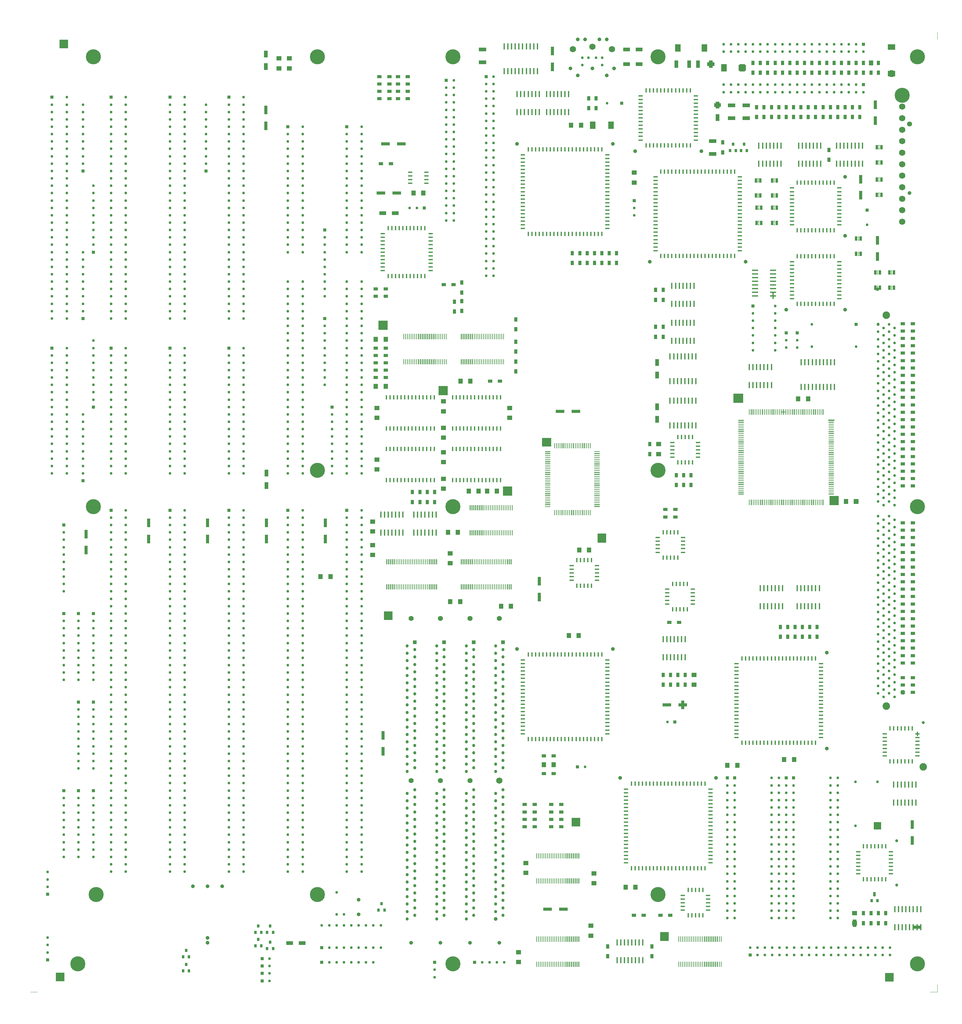
<source format=gbr>
G04 FAB 3000 Version 8.1.7 - Gerber/CAM Software*
G04 RS274-X Output*
%FSLAX24Y24*%
%MIA0B0*%
%MOIN*%
%SFA1.000000B1.000000*%

%IPPOS*%
%ADD16C,0.029560*%
%ADD17C,0.029570*%
%ADD18C,0.029510*%
%ADD19C,0.029550*%
%ADD20C,0.029520*%
%ADD21C,0.029600*%
%ADD22C,0.029500*%
%ADD23C,0.033900*%
%ADD24C,0.033910*%
%ADD25C,0.033970*%
%ADD26C,0.033960*%
%ADD27C,0.033980*%
%ADD28C,0.033920*%
%ADD29C,0.041070*%
%ADD30C,0.041020*%
%ADD31C,0.041030*%
%ADD32C,0.041010*%
%ADD33C,0.041090*%
%ADD34C,0.041000*%
%ADD35C,0.054800*%
%ADD36C,0.054750*%
%ADD37C,0.054730*%
%ADD38C,0.054740*%
%ADD39C,0.068400*%
%ADD40C,0.068410*%
%ADD41C,0.068420*%
%ADD42R,0.038600X0.038600*%
%ADD43R,0.038640X0.038640*%
%ADD44R,0.038630X0.038640*%
%ADD45R,0.038680X0.038640*%
%ADD46C,0.032820*%
%ADD47C,0.032800*%
%ADD48C,0.032900*%
%ADD49C,0.082101*%
%ADD62C,0.008200*%
%ADD63C,0.008250*%
%ADD64C,0.008190*%
%ADD65R,0.034800X0.034780*%
%ADD66R,0.034780X0.034780*%
%ADD67R,0.034770X0.034780*%
%ADD68R,0.034770X0.034770*%
%ADD69R,0.034770X0.034800*%
%ADD70R,0.034760X0.034800*%
%ADD71R,0.034780X0.034800*%
%ADD72R,0.034780X0.034770*%
%ADD73R,0.034780X0.034700*%
%ADD74R,0.034780X0.034900*%
%ADD75R,0.034780X0.034760*%
%ADD76R,0.034770X0.034700*%
%ADD77R,0.034770X0.034760*%
%ADD78R,0.080500X0.080510*%
%ADD79R,0.080500X0.080500*%
%ADD80C,0.164200*%
%ADD81C,0.164220*%
%ADD82C,0.164230*%
%ADD83C,0.164240*%
%ADD84R,0.048300X0.032170*%
%ADD85R,0.048290X0.032230*%
%ADD86R,0.048290X0.032180*%
%ADD87R,0.048280X0.032180*%
%ADD89R,0.048280X0.032170*%
%ADD92R,0.048290X0.032240*%
%ADD93R,0.048280X0.032240*%
%ADD94R,0.048330X0.032200*%
%ADD95R,0.048290X0.032200*%
%ADD97R,0.048290X0.032300*%
%ADD104R,0.048350X0.032170*%
%ADD105R,0.048350X0.032180*%
%ADD107R,0.048290X0.032170*%
%ADD108R,0.048290X0.032220*%
%ADD109R,0.048350X0.032200*%
%ADD110R,0.048270X0.032200*%
%ADD111R,0.048280X0.032200*%
%ADD116R,0.048280X0.032220*%
%ADD117R,0.048300X0.032200*%
%ADD118R,0.048350X0.032240*%
%ADD119R,0.048350X0.032220*%
%ADD125R,0.048290X0.032400*%
%ADD126R,0.048280X0.032400*%
%ADD129R,0.048270X0.032100*%
%ADD130R,0.048300X0.032300*%
%ADD131R,0.048270X0.032300*%
%ADD134R,0.048300X0.032100*%
%ADD135R,0.048300X0.032180*%
%ADD136R,0.048300X0.032230*%
%ADD142R,0.048300X0.032240*%
%ADD143R,0.048200X0.032240*%
%ADD144R,0.048300X0.032220*%
%ADD146R,0.048200X0.032170*%
%ADD147R,0.048200X0.032220*%
%ADD148R,0.048200X0.032230*%
%ADD149R,0.048200X0.032180*%
%ADD150R,0.048200X0.032190*%
%ADD151R,0.048300X0.032190*%
%ADD152R,0.048300X0.032210*%
%ADD153R,0.048200X0.032210*%
%ADD154R,0.048200X0.032300*%
%ADD155R,0.048200X0.032200*%
%ADD156R,0.048200X0.032100*%
%ADD158R,0.032170X0.048400*%
%ADD159R,0.032180X0.048400*%
%ADD160R,0.032230X0.048400*%
%ADD161R,0.032230X0.048300*%
%ADD162R,0.032240X0.048300*%
%ADD163R,0.032180X0.048300*%
%ADD164R,0.032170X0.048300*%
%ADD165R,0.032220X0.048400*%
%ADD166R,0.032170X0.048200*%
%ADD167R,0.032180X0.048200*%
%ADD169R,0.032230X0.048200*%
%ADD170R,0.032160X0.048200*%
%ADD171R,0.032220X0.048200*%
%ADD172R,0.032220X0.048300*%
%ADD173R,0.032160X0.048300*%
%ADD174R,0.032240X0.048400*%
%ADD175R,0.032160X0.048400*%
%ADD176R,0.032190X0.048300*%
%ADD177R,0.032190X0.048200*%
%ADD180R,0.032100X0.048300*%
%ADD181R,0.032100X0.048200*%
%ADD184R,0.048290X0.058000*%
%ADD188C,0.008240*%
%ADD189C,0.008180*%
%ADD191R,0.051540X0.016100*%
%ADD192R,0.051540X0.016000*%
%ADD193R,0.051540X0.016200*%
%ADD194R,0.051480X0.016100*%
%ADD195R,0.051480X0.015900*%
%ADD196R,0.051540X0.015900*%
%ADD197R,0.051480X0.016000*%
%ADD198R,0.051480X0.016200*%
%ADD199R,0.051540X0.016060*%
%ADD200R,0.051540X0.016110*%
%ADD201R,0.051540X0.016120*%
%ADD202R,0.051540X0.016130*%
%ADD203R,0.051540X0.016070*%
%ADD204R,0.051480X0.016110*%
%ADD205R,0.051480X0.016070*%
%ADD206R,0.051480X0.016050*%
%ADD207R,0.051480X0.016130*%
%ADD208R,0.051480X0.016120*%
%ADD209R,0.051480X0.016060*%
%ADD210R,0.051490X0.016060*%
%ADD211R,0.051490X0.016110*%
%ADD212R,0.051490X0.016120*%
%ADD213R,0.051490X0.016130*%
%ADD214R,0.051490X0.016070*%
%ADD215R,0.051490X0.016000*%
%ADD216R,0.051490X0.016100*%
%ADD217R,0.051490X0.016200*%
%ADD218R,0.051550X0.016100*%
%ADD219R,0.051550X0.016200*%
%ADD220R,0.051550X0.016060*%
%ADD221R,0.051540X0.016050*%
%ADD222R,0.051550X0.016050*%
%ADD223R,0.051550X0.016110*%
%ADD224R,0.051550X0.016120*%
%ADD225R,0.051600X0.016110*%
%ADD226R,0.051600X0.016070*%
%ADD227R,0.051600X0.016050*%
%ADD228R,0.051600X0.016130*%
%ADD229R,0.051600X0.016120*%
%ADD230R,0.051600X0.016060*%
%ADD231R,0.051500X0.016060*%
%ADD232R,0.051500X0.016110*%
%ADD233R,0.051500X0.016120*%
%ADD234R,0.016200X0.051540*%
%ADD235R,0.016110X0.051500*%
%ADD236R,0.016050X0.051500*%
%ADD237R,0.016070X0.051500*%
%ADD238R,0.016120X0.051500*%
%ADD239R,0.016130X0.051500*%
%ADD240R,0.016110X0.051600*%
%ADD241R,0.016060X0.051600*%
%ADD242R,0.016120X0.051600*%
%ADD243R,0.016060X0.051500*%
%ADD244R,0.016070X0.051600*%
%ADD245R,0.016110X0.051540*%
%ADD246R,0.016120X0.051540*%
%ADD247R,0.016060X0.051540*%
%ADD248R,0.016070X0.051540*%
%ADD249R,0.016050X0.051540*%
%ADD250R,0.016070X0.051550*%
%ADD251R,0.016110X0.051550*%
%ADD252R,0.016120X0.051550*%
%ADD253R,0.016050X0.051600*%
%ADD254R,0.016130X0.051540*%
%ADD255R,0.016110X0.051480*%
%ADD256R,0.016110X0.051490*%
%ADD257R,0.016120X0.051490*%
%ADD258R,0.016120X0.051480*%
%ADD259R,0.016130X0.051600*%
%ADD260R,0.016060X0.051530*%
%ADD261R,0.016110X0.051530*%
%ADD262R,0.016120X0.051530*%
%ADD263R,0.016070X0.051530*%
%ADD264R,0.016110X0.051400*%
%ADD265R,0.016120X0.051400*%
%ADD266R,0.016060X0.051400*%
%ADD267R,0.016050X0.051400*%
%ADD268R,0.016060X0.051480*%
%ADD269R,0.016100X0.051540*%
%ADD270R,0.016100X0.051480*%
%ADD271R,0.016200X0.051480*%
%ADD273R,0.009660X0.019300*%
%ADD274R,0.009670X0.019300*%
%ADD275R,0.009600X0.019300*%
%ADD276R,0.009700X0.019300*%
%ADD277R,0.009600X0.019400*%
%ADD278R,0.025800X0.032200*%
%ADD279R,0.025780X0.032180*%
%ADD280R,0.025760X0.032180*%
%ADD281R,0.025780X0.032220*%
%ADD282R,0.025760X0.032170*%
%ADD283R,0.025780X0.032170*%
%ADD284R,0.025730X0.032180*%
%ADD285R,0.025760X0.032220*%
%ADD286R,0.025780X0.032240*%
%ADD287R,0.025760X0.032240*%
%ADD288R,0.025730X0.032240*%
%ADD289R,0.025760X0.032230*%
%ADD290R,0.025780X0.032230*%
%ADD291R,0.025770X0.032230*%
%ADD292R,0.025780X0.032300*%
%ADD293R,0.025760X0.032200*%
%ADD294R,0.025780X0.032200*%
%ADD295R,0.025770X0.032200*%
%ADD296R,0.025760X0.032300*%
%ADD297R,0.025800X0.032240*%
%ADD298R,0.025800X0.032230*%
%ADD299R,0.025700X0.032230*%
%ADD301R,0.031570X0.045100*%
%ADD302R,0.031570X0.045000*%
%ADD303R,0.031500X0.045100*%
%ADD304R,0.031600X0.045100*%
%ADD305R,0.031600X0.045000*%
%ADD306R,0.031500X0.045000*%
%ADD307R,0.067590X0.016100*%
%ADD308R,0.067660X0.016100*%
%ADD309R,0.067600X0.016100*%
%ADD310R,0.067600X0.016200*%
%ADD311R,0.067660X0.016200*%
%ADD312R,0.067660X0.016000*%
%ADD313R,0.067600X0.016000*%
%ADD314R,0.016110X0.067600*%
%ADD315R,0.016060X0.067600*%
%ADD316R,0.016120X0.067600*%
%ADD317R,0.016130X0.067600*%
%ADD318R,0.016050X0.067600*%
%ADD319R,0.016070X0.067600*%
%ADD320R,0.016110X0.067500*%
%ADD321R,0.016120X0.067500*%
%ADD322R,0.016070X0.067500*%
%ADD323R,0.016060X0.067500*%
%ADD324R,0.016110X0.067590*%
%ADD325R,0.016050X0.067590*%
%ADD326R,0.016130X0.067590*%
%ADD327R,0.016110X0.067620*%
%ADD328R,0.016130X0.067620*%
%ADD329R,0.016050X0.067620*%
%ADD330R,0.016070X0.067670*%
%ADD331R,0.016050X0.067670*%
%ADD332R,0.016110X0.067670*%
%ADD333R,0.016120X0.067670*%
%ADD334R,0.016110X0.067700*%
%ADD335R,0.016120X0.067700*%
%ADD336R,0.016130X0.067700*%
%ADD337R,0.016050X0.067700*%
%ADD338R,0.016110X0.067650*%
%ADD339R,0.016120X0.067650*%
%ADD340R,0.016060X0.067650*%
%ADD341R,0.016070X0.067650*%
%ADD342R,0.016060X0.067700*%
%ADD343R,0.016070X0.067700*%
%ADD344R,0.016100X0.067590*%
%ADD345R,0.016200X0.067590*%
%ADD346R,0.016100X0.067650*%
%ADD347R,0.016200X0.067650*%
%ADD348R,0.016100X0.067620*%
%ADD349R,0.016200X0.067620*%
%ADD350R,0.016000X0.067650*%
%ADD351R,0.016000X0.067590*%
%ADD352R,0.093400X0.032220*%
%ADD353R,0.093360X0.032200*%
%ADD354R,0.093380X0.032200*%
%ADD355R,0.093360X0.032100*%
%ADD356R,0.093430X0.032100*%
%ADD358R,0.093370X0.032180*%
%ADD359R,0.093360X0.032230*%
%ADD360R,0.093370X0.032230*%
%ADD361R,0.032180X0.093380*%
%ADD362R,0.032230X0.093400*%
%ADD363R,0.032170X0.093400*%
%ADD364R,0.032220X0.093400*%
%ADD365R,0.032170X0.093300*%
%ADD366R,0.032180X0.093400*%
%ADD367R,0.032230X0.093370*%
%ADD368R,0.032230X0.093360*%
%ADD369R,0.032230X0.093300*%
%ADD370R,0.032180X0.093300*%
%ADD371R,0.032300X0.093370*%
%ADD372R,0.032300X0.093360*%
%ADD373R,0.032200X0.093400*%
%ADD374R,0.032300X0.093300*%
%ADD375R,0.032300X0.093500*%
%ADD377R,0.060560X0.080400*%
%ADD378R,0.060550X0.080400*%
%ADD379R,0.060550X0.080600*%
%ADD381R,0.060490X0.080600*%
%ADD382R,0.060560X0.080500*%
%ADD383R,0.080500X0.060500*%
%ADD384R,0.080500X0.060400*%
%ADD386R,0.038630X0.077400*%
%ADD387R,0.038630X0.077200*%
%ADD388R,0.038630X0.077300*%
%ADD389R,0.038640X0.077200*%
%ADD390R,0.077310X0.038600*%
%ADD391R,0.077260X0.038630*%
%ADD392R,0.077250X0.038630*%
%ADD393R,0.077260X0.038600*%
%ADD394R,0.077250X0.038600*%
%ADD395R,0.077320X0.038600*%
%ADD396R,0.048350X0.032400*%
%ADD397R,0.048270X0.032170*%
%ADD398R,0.032180X0.048290*%
%ADD399R,0.032170X0.048290*%
%ADD400R,0.032230X0.048350*%
%ADD401R,0.032220X0.048350*%
%ADD402R,0.032160X0.048350*%
%ADD403R,0.032170X0.048350*%
%ADD404R,0.032170X0.048280*%
%ADD405R,0.032160X0.048280*%
%ADD406R,0.032220X0.048280*%
%ADD407R,0.032230X0.048280*%
%ADD408R,0.032230X0.048290*%
%ADD409R,0.032180X0.048280*%
%ADD410R,0.032220X0.048290*%
%ADD411R,0.032240X0.048100*%
%ADD412R,0.032160X0.048290*%
%ADD413R,0.032100X0.048290*%
%ADD414R,0.048290X0.057940*%
%ADD415R,0.048340X0.057950*%
%ADD416R,0.048290X0.057950*%
%ADD417R,0.048280X0.058000*%
%ADD418R,0.048280X0.058100*%
%ADD419R,0.048340X0.058100*%
%ADD420R,0.048290X0.057900*%
%ADD421R,0.048340X0.058000*%
%ADD422R,0.048290X0.058010*%
%ADD423R,0.048330X0.058010*%
%ADD424R,0.048350X0.057950*%
%ADD425R,0.048280X0.057950*%
%ADD426R,0.048280X0.057900*%
%ADD427R,0.048350X0.057900*%
%ADD428R,0.048330X0.057950*%
%ADD429R,0.048270X0.057940*%
%ADD430R,0.048300X0.057940*%
%ADD431R,0.048340X0.057900*%
%ADD432R,0.058000X0.048300*%
%ADD433R,0.057940X0.048300*%
%ADD434R,0.057940X0.048200*%
%ADD435R,0.058000X0.048200*%
%ADD436R,0.057950X0.048200*%
%ADD437R,0.057950X0.048300*%
%ADD438R,0.057950X0.048400*%
%ADD439R,0.058000X0.048400*%
%ADD440R,0.057950X0.048290*%
%ADD441R,0.057950X0.048330*%
%ADD442R,0.057940X0.048290*%
%ADD443R,0.057940X0.048270*%
%ADD444R,0.057940X0.048330*%
%ADD445R,0.057940X0.048400*%
%ADD446R,0.057940X0.048280*%
%ADD447R,0.057940X0.048350*%
%ADD448R,0.057990X0.048290*%
%ADD449R,0.041820X0.080520*%
%ADD450R,0.041820X0.080600*%
%ADD451R,0.041830X0.080600*%
%ADD452R,0.041890X0.080600*%
%ADD453R,0.080510X0.041900*%
%ADD454R,0.080520X0.042000*%
%ADD455R,0.080520X0.041900*%
%ADD456R,0.080510X0.041800*%
%ADD457R,0.080510X0.042000*%
%ADD458R,0.080520X0.041800*%
%ADD460R,0.094230X0.094350*%
%ADD461R,0.086210X0.086320*%
%ADD462R,0.100700X0.100800*%
%ADD463R,0.092670X0.092800*%
%ADD464R,0.097450X0.091200*%
%ADD465R,0.089410X0.083200*%
%ADD466R,0.092720X0.089620*%
%ADD467R,0.084690X0.081540*%
%ADD468R,0.094300X0.095800*%
%ADD469R,0.086220X0.087700*%
%ADD470R,0.092730X0.091080*%
%ADD471R,0.084690X0.083060*%
%ADD472R,0.103030X0.101600*%
%ADD473R,0.094990X0.093600*%
%ADD474R,0.005630X0.028300*%
%ADD475R,0.005640X0.028200*%
%ADD476R,0.005630X0.028200*%
%ADD477R,0.005640X0.028000*%
%ADD478R,0.005640X0.028300*%
%ADD479R,0.005600X0.028200*%
%ADD480R,0.005630X0.028100*%
%ADD481R,0.005600X0.028100*%
%ADD482R,0.092300X0.092350*%
%ADD483R,0.084300X0.084320*%
%ADD484R,0.092290X0.092220*%
%ADD485R,0.084250X0.084200*%
%ADD486R,0.090980X0.090800*%
%ADD487R,0.082900X0.082900*%
%ADD488R,0.099940X0.100500*%
%ADD489R,0.091920X0.092500*%
%ADD490R,0.097480X0.097500*%
%ADD491R,0.089460X0.089400*%
%ADD492R,0.005600X0.028300*%
%ADD493R,0.098410X0.097000*%
%ADD494R,0.090390X0.089000*%
%ADD495R,0.097500X0.097590*%
%ADD496R,0.096680X0.096730*%
%ADD497R,0.089470X0.089510*%
%ADD498R,0.079810X0.079860*%
%ADD499R,0.103960X0.104000*%
%ADD500R,0.103140X0.103200*%
%ADD501R,0.095870X0.096000*%
%ADD502R,0.086210X0.086300*%
%ADD503R,0.100590X0.094400*%
%ADD504R,0.099830X0.093600*%
%ADD505R,0.092550X0.086400*%
%ADD506R,0.082900X0.076700*%
%ADD507R,0.095970X0.092830*%
%ADD508R,0.095150X0.092020*%
%ADD509R,0.087890X0.084750*%
%ADD510R,0.078240X0.075090*%
%ADD511R,0.097500X0.099000*%
%ADD512R,0.096660X0.098200*%
%ADD513R,0.089420X0.091000*%
%ADD514R,0.079750X0.081400*%
%ADD515R,0.095970X0.094350*%
%ADD516R,0.095170X0.093520*%
%ADD517R,0.087950X0.086310*%
%ADD518R,0.078270X0.076670*%
%ADD519R,0.106240X0.104900*%
%ADD520R,0.105460X0.104100*%
%ADD521R,0.098210X0.096900*%
%ADD522R,0.088540X0.087100*%
%ADD523R,0.008830X0.031300*%
%ADD524R,0.008030X0.030600*%
%ADD525R,0.008840X0.031400*%
%ADD526R,0.008080X0.030500*%
%ADD527R,0.008830X0.031400*%
%ADD528R,0.008080X0.030600*%
%ADD529R,0.008020X0.030600*%
%ADD530R,0.008020X0.030500*%
%ADD531R,0.008800X0.031300*%
%ADD532R,0.008000X0.030600*%
%ADD533R,0.008800X0.031400*%
%ADD534R,0.095500X0.095550*%
%ADD535R,0.094700X0.094730*%
%ADD536R,0.087500X0.087510*%
%ADD537R,0.077900X0.077850*%
%ADD538R,0.008900X0.031300*%
%ADD539R,0.008100X0.030600*%
%ADD540R,0.008900X0.031400*%
%ADD541R,0.095540X0.095490*%
%ADD542R,0.094780X0.094670*%
%ADD543R,0.087510X0.087400*%
%ADD544R,0.077850X0.077750*%
%ADD545R,0.094190X0.094200*%
%ADD546R,0.093370X0.093400*%
%ADD547R,0.086150X0.086200*%
%ADD548R,0.076490X0.076400*%
%ADD549R,0.103080X0.103800*%
%ADD550R,0.102340X0.103000*%
%ADD551R,0.095060X0.095800*%
%ADD552R,0.085390X0.086000*%
%ADD553R,0.100740X0.100700*%
%ADD554R,0.099880X0.099900*%
%ADD555R,0.092660X0.092700*%
%ADD556R,0.082960X0.083000*%
%ADD557R,0.009000X0.031400*%
%ADD558R,0.008000X0.030500*%
%ADD559R,0.008000X0.030700*%
%ADD560R,0.101670X0.100200*%
%ADD561R,0.100910X0.099400*%
%ADD562R,0.093640X0.092200*%
%ADD563R,0.083980X0.082600*%
%ADD564R,0.009700X0.019310*%
%ADD565R,0.093410X0.032180*%
%ADD566R,0.060540X0.080500*%
%ADD567R,0.038700X0.077400*%
%ADD568R,0.032200X0.048280*%
%ADD569C,0.005490*%
%LNA4000T Rev4 top soldermask_0*%
%LPD*%
G54D454*
X57716Y157161D03*
G54D455*
Y155759D03*
G54D390*
X83403Y151097D03*
G54D235*
X83644Y143836D03*
Y134611D03*
G54D440*
X62472Y68360D03*
G54D441*
Y67281D03*
G54D314*
X62512Y157477D03*
Y154780D03*
G54D108*
X66312Y74743D03*
G54D92*
Y73938D03*
G54D86*
Y73134D03*
Y72328D03*
G54D565*
X66561Y63312D03*
G54D353*
X66191Y117650D03*
G54D320*
X66336Y150316D03*
G54D314*
Y152281D03*
D03*
G54D245*
Y81884D03*
Y91109D03*
G54D235*
Y137026D03*
G54D240*
Y146252D03*
G54D444*
X69556Y60439D03*
G54D442*
Y61517D03*
G54D427*
X69371Y102516D03*
G54D163*
X69315Y150759D03*
G54D167*
Y151838D03*
G54D17*
X69306Y156249D03*
G54D434*
X74306Y143708D03*
G54D445*
Y142629D03*
G54D107*
X74249Y62669D03*
G54D71*
X74306Y140673D03*
G54D17*
Y139866D03*
Y139062D03*
G54D569*
X86536Y151042D03*
G54D454*
D03*
G54D458*
Y149642D03*
G54D295*
X86611Y146118D03*
G54D261*
X86461Y81481D03*
G54D245*
Y90706D03*
G54D29*
Y133991D03*
G54D17*
Y152506D03*
Y153312D03*
Y156934D03*
Y157740D03*
G54D80*
X105219Y107266D03*
G36*
X8355Y54280D02*
G01X9159D01*
Y54273D01*
X8355D01*
G37*
G36*
X8358Y159070D02*
G01Y158266D01*
X8351D01*
Y159070D01*
G37*
G36*
Y54276D02*
G01Y55081D01*
X8358D01*
Y54276D01*
G37*
G36*
X8355Y159074D02*
G01X9159D01*
Y159067D01*
X8355D01*
G37*
G54D66*
X10226Y64963D03*
Y57798D03*
G54D16*
Y67378D03*
Y66573D03*
Y65768D03*
Y60213D03*
D03*
Y59408D03*
Y58603D03*
G54D81*
X15217Y107266D03*
D03*
G54D71*
X23589Y106863D03*
G54D70*
X17149D03*
G54D17*
X25199D03*
X18759D03*
G54D438*
X46210Y111315D03*
G54D388*
X34135Y110928D03*
G54D83*
X39690Y111210D03*
G54D418*
X50179Y141477D03*
G36*
X50096Y126111D02*
G01X50174D01*
Y125531D01*
X50096D01*
Y126111D01*
G37*
G36*
Y123373D02*
G01X50174D01*
Y122794D01*
X50096D01*
Y123373D01*
G37*
G54D80*
X103559Y152171D03*
G54D17*
X99744Y138032D03*
G36*
X47279Y95228D02*
G01X47548D01*
X47608Y95167D01*
X47218D01*
G37*
G36*
X47256Y95219D02*
G01X47556D01*
X47586Y95189D01*
X47256D01*
G37*
G36*
X47095Y95051D02*
G01X47724D01*
X47739Y95035D01*
X47095D01*
G37*
G36*
X47279Y95228D02*
G01X47548D01*
X47608Y95167D01*
X47218D01*
G37*
G36*
X47311Y95260D02*
G01X47516D01*
X47577Y95199D01*
X47251D01*
G37*
G36*
X47063Y95018D02*
G01X47757D01*
X47772Y95003D01*
X47063D01*
G37*
G36*
X47224Y95187D02*
G01X47588D01*
X47618Y95156D01*
X47224D01*
G37*
G36*
X47095Y95051D02*
G01X47724D01*
X47739Y95035D01*
X47095D01*
G37*
G36*
X47256Y95219D02*
G01X47556D01*
X47586Y95189D01*
X47256D01*
G37*
G54D64*
X47418Y95351D03*
G54D498*
X47414Y95362D03*
G54D497*
D03*
G54D460*
X47413D03*
G54D496*
X47414D03*
G54D495*
D03*
G54D460*
X47413D03*
G54D496*
X47414D03*
G54D495*
D03*
G54D460*
X47413D03*
G54D461*
D03*
G54D497*
X47414D03*
G54D498*
D03*
G54D314*
X47418Y104432D03*
Y106396D03*
G36*
X47578Y95496D02*
G01X47279D01*
X47218Y95556D01*
X47578D01*
G37*
G36*
X47556Y95504D02*
G01X47271D01*
X47241Y95534D01*
X47586D01*
G37*
G36*
X47724Y95673D02*
G01X47103D01*
X47088Y95688D01*
X47739D01*
G37*
G36*
X47578Y95496D02*
G01X47279D01*
X47218Y95556D01*
X47578D01*
G37*
G36*
X47546Y95464D02*
G01X47311D01*
X47251Y95524D01*
X47546D01*
G37*
G36*
X47757Y95705D02*
G01X47070D01*
X47055Y95721D01*
X47772D01*
G37*
G36*
X47588Y95537D02*
G01X47239D01*
X47209Y95567D01*
X47618D01*
G37*
G36*
X47724Y95673D02*
G01X47103D01*
X47088Y95688D01*
X47739D01*
G37*
G36*
X47556Y95504D02*
G01X47271D01*
X47241Y95534D01*
X47586D01*
G37*
G36*
X60401Y101528D02*
G01X60478D01*
Y100949D01*
X60401D01*
Y101528D01*
G37*
G36*
Y98791D02*
G01X60478D01*
Y98211D01*
X60401D01*
Y98791D01*
G37*
G36*
X60357Y108850D02*
G01X60561D01*
X60622Y108789D01*
X60296D01*
G37*
G36*
X60269Y108777D02*
G01X60633D01*
X60664Y108746D01*
X60269D01*
G37*
G36*
X60109Y108608D02*
G01X60802D01*
X60817Y108593D01*
X60109D01*
G37*
G36*
X60357Y108850D02*
G01X60561D01*
X60622Y108789D01*
X60296D01*
G37*
G36*
X60389Y108882D02*
G01X60529D01*
X60590Y108821D01*
X60328D01*
G37*
G36*
X60237Y108745D02*
G01X60666D01*
X60696Y108714D01*
X60237D01*
G37*
G36*
X60076Y108576D02*
G01X60834D01*
X60849Y108561D01*
X60076D01*
G37*
G36*
X60109Y108608D02*
G01X60802D01*
X60817Y108593D01*
X60109D01*
G37*
G36*
X60269Y108777D02*
G01X60633D01*
X60664Y108746D01*
X60269D01*
G37*
G54D189*
X60459Y108956D03*
G54D502*
Y108952D03*
G54D501*
D03*
G54D462*
D03*
G54D500*
D03*
G54D499*
D03*
G54D462*
D03*
G54D500*
D03*
G54D499*
D03*
G54D463*
D03*
G54D462*
D03*
G54D501*
D03*
G54D502*
D03*
G54D433*
X60701Y116949D03*
Y118028D03*
G54D316*
X60499Y154780D03*
Y157477D03*
G36*
X60591Y109053D02*
G01X60357D01*
X60296Y109114D01*
X60591D01*
G37*
G36*
X60633Y109126D02*
G01X60284D01*
X60254Y109157D01*
X60664D01*
G37*
G36*
X60802Y109295D02*
G01X60116D01*
X60101Y109310D01*
X60817D01*
G37*
G36*
X60591Y109053D02*
G01X60357D01*
X60296Y109114D01*
X60591D01*
G37*
G36*
X60559Y109021D02*
G01X60389D01*
X60328Y109082D01*
X60559D01*
G37*
G36*
X60666Y109158D02*
G01X60252D01*
X60222Y109189D01*
X60696D01*
G37*
G36*
X60834Y109327D02*
G01X60084D01*
X60068Y109342D01*
X60849D01*
G37*
G36*
X60802Y109295D02*
G01X60116D01*
X60101Y109310D01*
X60817D01*
G37*
G36*
X60633Y109126D02*
G01X60284D01*
X60254Y109157D01*
X60664D01*
G37*
G54D64*
X64726Y114268D03*
G54D506*
X64715Y114284D03*
G54D505*
Y114285D03*
G54D464*
D03*
G54D504*
D03*
G54D503*
D03*
G54D464*
D03*
G54D504*
D03*
G54D503*
D03*
G54D465*
D03*
G54D464*
D03*
G54D505*
D03*
G54D506*
Y114284D03*
G54D314*
X64726Y152281D03*
G54D320*
Y150316D03*
G54D240*
Y146252D03*
G54D235*
Y137026D03*
G36*
X64873Y114411D02*
G01X64557D01*
X64526Y114442D01*
X64903D01*
G37*
G36*
X65041Y114580D02*
G01X64388D01*
X64373Y114595D01*
X65056D01*
G37*
G36*
X65073Y114612D02*
G01X64356D01*
X64341Y114627D01*
X65088D01*
G37*
G36*
X64905Y114443D02*
G01X64525D01*
X64494Y114474D01*
X64935D01*
G37*
G36*
X64831Y114402D02*
G01X64628D01*
X64568Y114463D01*
X64831D01*
G37*
G36*
X65041Y114580D02*
G01X64388D01*
X64373Y114595D01*
X65056D01*
G37*
G36*
X64873Y114411D02*
G01X64557D01*
X64526Y114442D01*
X64903D01*
G37*
G54D245*
X70764Y81884D03*
Y91109D03*
G36*
X70617Y103698D02*
G01X70886D01*
X70947Y103637D01*
X70557D01*
G37*
G36*
X70595Y103675D02*
G01X70894D01*
X70925Y103644D01*
X70595D01*
G37*
G36*
X70434Y103506D02*
G01X71063D01*
X71078Y103491D01*
X70434D01*
G37*
G36*
X70617Y103698D02*
G01X70886D01*
X70947Y103637D01*
X70557D01*
G37*
G36*
X70402Y103474D02*
G01X71095D01*
X71110Y103459D01*
X70402D01*
G37*
G36*
X70562Y103643D02*
G01X70926D01*
X70956Y103612D01*
X70562D01*
G37*
G36*
X70650Y103730D02*
G01X70854D01*
X70915Y103669D01*
X70589D01*
G37*
G36*
X70434Y103506D02*
G01X71063D01*
X71078Y103491D01*
X70434D01*
G37*
G36*
X70595Y103675D02*
G01X70894D01*
X70925Y103644D01*
X70595D01*
G37*
G54D64*
X70764Y103804D03*
G54D514*
X70752Y103824D03*
G54D513*
Y103825D03*
G54D468*
D03*
G54D512*
Y103824D03*
G54D511*
Y103825D03*
G54D468*
D03*
G54D512*
Y103824D03*
G54D511*
Y103825D03*
G54D469*
D03*
G54D468*
D03*
G54D513*
D03*
G54D514*
Y103824D03*
G54D164*
X70764Y133854D03*
Y134933D03*
G54D235*
Y137026D03*
G54D240*
Y146252D03*
G54D17*
X70796Y155460D03*
Y156249D03*
G36*
X70916Y103951D02*
G01X70617D01*
X70557Y104012D01*
X70916D01*
G37*
G36*
X70894Y103974D02*
G01X70610D01*
X70579Y104005D01*
X70925D01*
G37*
G36*
X71063Y104143D02*
G01X70441D01*
X70426Y104158D01*
X71078D01*
G37*
G36*
X70916Y103951D02*
G01X70617D01*
X70557Y104012D01*
X70916D01*
G37*
G36*
X71095Y104175D02*
G01X70409D01*
X70394Y104190D01*
X71110D01*
G37*
G36*
X70926Y104006D02*
G01X70577D01*
X70547Y104037D01*
X70956D01*
G37*
G36*
X70884Y103919D02*
G01X70650D01*
X70589Y103980D01*
X70884D01*
G37*
G36*
X71063Y104143D02*
G01X70441D01*
X70426Y104158D01*
X71078D01*
G37*
G36*
X70894Y103974D02*
G01X70610D01*
X70579Y104005D01*
X70925D01*
G37*
G36*
X77443Y60214D02*
G01X77727D01*
X77758Y60184D01*
X77443D01*
G37*
G36*
X77282Y60046D02*
G01X77896D01*
X77911Y60030D01*
X77282D01*
G37*
G36*
X77483Y60222D02*
G01X77702D01*
X77763Y60162D01*
X77422D01*
G37*
G36*
X77411Y60182D02*
G01X77759D01*
X77790Y60151D01*
X77411D01*
G37*
G36*
X77250Y60013D02*
G01X77928D01*
X77943Y59998D01*
X77250D01*
G37*
G36*
X77282Y60046D02*
G01X77896D01*
X77911Y60030D01*
X77282D01*
G37*
G36*
X77443Y60214D02*
G01X77727D01*
X77758Y60184D01*
X77443D01*
G37*
G54D188*
X77606Y60334D03*
D03*
G54D518*
X77593Y60340D03*
G54D517*
D03*
G54D470*
D03*
G54D516*
D03*
G54D515*
Y60341D03*
G54D470*
Y60340D03*
G54D516*
D03*
G54D515*
Y60341D03*
G54D470*
Y60340D03*
G54D471*
D03*
G54D517*
D03*
G54D518*
D03*
G54D188*
X85657Y119099D03*
G54D522*
X85650Y119098D03*
G54D521*
D03*
G54D472*
D03*
G54D520*
D03*
G54D519*
D03*
G54D472*
D03*
G54D520*
D03*
G54D519*
D03*
G54D473*
Y119099D03*
G54D472*
Y119098D03*
G54D521*
D03*
G54D522*
D03*
G54D314*
X88716Y144681D03*
G54D334*
Y146646D03*
G36*
X88688Y108018D02*
G01X88766D01*
Y107439D01*
X88688D01*
Y108018D01*
G37*
G36*
D02*
G01X88766D01*
Y107439D01*
X88688D01*
Y108018D01*
G37*
G36*
X88685Y117879D02*
G01X88763D01*
Y117300D01*
X88685D01*
Y117879D01*
G37*
G36*
X102017Y55767D02*
G01X102296D01*
X102327Y55737D01*
X102017D01*
G37*
G36*
X101855Y55598D02*
G01X102465D01*
X102480Y55583D01*
X101855D01*
G37*
G36*
X101823Y55566D02*
G01X102497D01*
X102512Y55551D01*
X101823D01*
G37*
G36*
X101984Y55735D02*
G01X102328D01*
X102359Y55705D01*
X101984D01*
G37*
G36*
X102053Y55788D02*
G01X102275D01*
X102336Y55727D01*
X101992D01*
G37*
G36*
X101855Y55598D02*
G01X102465D01*
X102480Y55583D01*
X101855D01*
G37*
G36*
X102017Y55767D02*
G01X102296D01*
X102327Y55737D01*
X102017D01*
G37*
G54D65*
X102160Y55906D03*
G54D62*
D03*
G54D537*
X102164Y55900D03*
G54D536*
D03*
G54D482*
D03*
G54D535*
D03*
G54D534*
D03*
G54D482*
D03*
G54D535*
D03*
G54D483*
D03*
G54D482*
D03*
G54D534*
D03*
G54D536*
D03*
G54D537*
D03*
G36*
X11469Y56045D02*
G01Y55766D01*
X11438D01*
Y56075D01*
G37*
G36*
X11300Y56214D02*
G01Y55604D01*
X11285D01*
Y56229D01*
G37*
G36*
X11469Y56045D02*
G01Y55766D01*
X11438D01*
Y56075D01*
G37*
G36*
X11300Y56214D02*
G01Y55604D01*
X11285D01*
Y56229D01*
G37*
G36*
X11268Y56246D02*
G01Y55572D01*
X11253D01*
Y56261D01*
G37*
G36*
X11437Y56078D02*
G01Y55734D01*
X11406D01*
Y56108D01*
G37*
G36*
X11490Y56025D02*
G01Y55801D01*
X11429Y55740D01*
Y56086D01*
G37*
G36*
X11454Y55781D02*
G01X11734D01*
X11764Y55750D01*
X11454D01*
G37*
G36*
X11292Y55612D02*
G01X11903D01*
X11918Y55597D01*
X11292D01*
G37*
G36*
X11490Y55801D02*
G01X11713D01*
X11774Y55740D01*
X11429D01*
G37*
G36*
X11422Y55749D02*
G01X11766D01*
X11796Y55718D01*
X11422D01*
G37*
G36*
X11260Y55580D02*
G01X11935D01*
X11950Y55565D01*
X11260D01*
G37*
G36*
X11292Y55612D02*
G01X11903D01*
X11918Y55597D01*
X11292D01*
G37*
G36*
X11454Y55781D02*
G01X11734D01*
X11764Y55750D01*
X11454D01*
G37*
G54D63*
X11595Y55906D03*
G54D544*
X11601Y55913D03*
G54D543*
D03*
G54D484*
D03*
G54D542*
D03*
G54D541*
D03*
G54D484*
D03*
G54D542*
D03*
G54D541*
D03*
G54D485*
D03*
G54D484*
D03*
G54D543*
D03*
G54D544*
D03*
G36*
X11734Y56045D02*
G01X11469D01*
X11438Y56075D01*
X11764D01*
G37*
G36*
X11903Y56214D02*
G01X11300D01*
X11285Y56229D01*
X11918D01*
G37*
G36*
X11743Y56025D02*
G01X11490D01*
X11429Y56086D01*
X11743D01*
G37*
G36*
X11766Y56078D02*
G01X11437D01*
X11406Y56108D01*
X11796D01*
G37*
G36*
X11935Y56246D02*
G01X11268D01*
X11253Y56261D01*
X11950D01*
G37*
G36*
X11903Y56214D02*
G01X11300D01*
X11285Y56229D01*
X11918D01*
G37*
G36*
X11734Y56045D02*
G01X11469D01*
X11438Y56075D01*
X11764D01*
G37*
G36*
X11862Y157625D02*
G01X12128D01*
X12159Y157594D01*
X11862D01*
G37*
G36*
X11701Y157456D02*
G01X12297D01*
X12312Y157441D01*
X11701D01*
G37*
G36*
X11884Y157631D02*
G01X12121D01*
X12182Y157570D01*
X11824D01*
G37*
G36*
X11830Y157591D02*
G01X12160D01*
X12191Y157560D01*
X11830D01*
G37*
G36*
X11668Y157422D02*
G01X12329D01*
X12344Y157407D01*
X11668D01*
G37*
G36*
X11701Y157456D02*
G01X12297D01*
X12312Y157441D01*
X11701D01*
G37*
G36*
X11862Y157625D02*
G01X12128D01*
X12159Y157594D01*
X11862D01*
G37*
G54D64*
X11997Y157738D03*
G54D548*
X12003Y157750D03*
G54D547*
D03*
G54D486*
D03*
G54D546*
D03*
G54D545*
D03*
G54D486*
D03*
G54D546*
D03*
G54D545*
D03*
G54D486*
D03*
G54D487*
D03*
G54D547*
D03*
G54D548*
D03*
G36*
X12128Y157876D02*
G01X11877D01*
X11847Y157907D01*
X12159D01*
G37*
G36*
X12297Y158043D02*
G01X11708D01*
X11693Y158058D01*
X12312D01*
G37*
G36*
X12152Y157868D02*
G01X11884D01*
X11824Y157929D01*
X12152D01*
G37*
G36*
X12160Y157908D02*
G01X11845D01*
X11814Y157939D01*
X12191D01*
G37*
G36*
X12329Y158077D02*
G01X11676D01*
X11661Y158092D01*
X12344D01*
G37*
G36*
X12297Y158043D02*
G01X11708D01*
X11693Y158058D01*
X12312D01*
G37*
G36*
X12128Y157876D02*
G01X11877D01*
X11847Y157907D01*
X12159D01*
G37*
G36*
X46739Y126970D02*
G01X46952D01*
X47012Y126909D01*
X46678D01*
G37*
G36*
X46660Y126899D02*
G01X47016D01*
X47046Y126868D01*
X46660D01*
G37*
G36*
X46499Y126730D02*
G01X47184D01*
X47199Y126715D01*
X46499D01*
G37*
G36*
X46739Y126970D02*
G01X46952D01*
X47012Y126909D01*
X46678D01*
G37*
G36*
X46467Y126698D02*
G01X47216D01*
X47231Y126683D01*
X46467D01*
G37*
G36*
X46628Y126867D02*
G01X47048D01*
X47078Y126836D01*
X46628D01*
G37*
G36*
X46771Y127002D02*
G01X46919D01*
X46980Y126941D01*
X46711D01*
G37*
G36*
X46499Y126730D02*
G01X47184D01*
X47199Y126715D01*
X46499D01*
G37*
G36*
X46660Y126899D02*
G01X47016D01*
X47046Y126868D01*
X46660D01*
G37*
G54D188*
X46854Y127068D03*
G54D552*
X46845Y127073D03*
G54D551*
D03*
G54D488*
Y127072D03*
G54D550*
Y127073D03*
G54D549*
D03*
G54D488*
Y127072D03*
G54D550*
Y127073D03*
G54D549*
D03*
G54D489*
Y127072D03*
G54D488*
D03*
G54D551*
Y127073D03*
G54D552*
D03*
G54D439*
X53456Y118753D03*
G54D432*
Y117674D03*
Y115855D03*
D03*
G54D439*
Y114776D03*
G54D432*
Y113198D03*
Y112119D03*
G36*
X53322Y119801D02*
G01X53558D01*
X53619Y119740D01*
X53261D01*
G37*
G36*
X53267Y119761D02*
G01X53598D01*
X53629Y119730D01*
X53267D01*
G37*
G36*
X53106Y119591D02*
G01X53767D01*
X53782Y119576D01*
X53106D01*
G37*
G36*
X53322Y119801D02*
G01X53558D01*
X53619Y119740D01*
X53261D01*
G37*
G36*
X53354Y119833D02*
G01X53526D01*
X53587Y119772D01*
X53293D01*
G37*
G36*
X53234Y119729D02*
G01X53631D01*
X53661Y119698D01*
X53234D01*
G37*
G36*
X53074Y119559D02*
G01X53799D01*
X53814Y119544D01*
X53074D01*
G37*
G36*
X53106Y119591D02*
G01X53767D01*
X53782Y119576D01*
X53106D01*
G37*
G36*
X53267Y119761D02*
G01X53598D01*
X53629Y119730D01*
X53267D01*
G37*
G54D64*
X53456Y119904D03*
G54D556*
X53440Y119919D03*
G54D555*
D03*
G54D490*
Y119918D03*
G54D554*
D03*
G54D553*
Y119919D03*
G54D490*
Y119918D03*
G54D554*
D03*
G54D553*
Y119919D03*
G54D490*
Y119918D03*
G54D491*
Y119919D03*
G54D555*
D03*
G54D556*
D03*
G54D95*
X53480Y131496D03*
G36*
X53588Y120036D02*
G01X53322D01*
X53261Y120097D01*
X53588D01*
G37*
G36*
X53598Y120076D02*
G01X53282D01*
X53251Y120107D01*
X53629D01*
G37*
G36*
X53767Y120245D02*
G01X53113D01*
X53098Y120260D01*
X53782D01*
G37*
G36*
X53588Y120036D02*
G01X53322D01*
X53261Y120097D01*
X53588D01*
G37*
G36*
X53556Y120004D02*
G01X53354D01*
X53293Y120065D01*
X53556D01*
G37*
G36*
X53631Y120109D02*
G01X53249D01*
X53219Y120140D01*
X53661D01*
G37*
G36*
X53799Y120277D02*
G01X53081D01*
X53066Y120292D01*
X53814D01*
G37*
G36*
X53767Y120245D02*
G01X53113D01*
X53098Y120260D01*
X53782D01*
G37*
G36*
X53598Y120076D02*
G01X53282D01*
X53251Y120107D01*
X53629D01*
G37*
G36*
X96008Y107789D02*
G01X96235D01*
X96296Y107728D01*
X95947D01*
G37*
G36*
X95943Y107754D02*
G01X96285D01*
X96315Y107723D01*
X95943D01*
G37*
G36*
X95782Y107585D02*
G01X96453D01*
X96468Y107570D01*
X95782D01*
G37*
G36*
X95750Y107553D02*
G01X96486D01*
X96501Y107538D01*
X95750D01*
G37*
G36*
X95911Y107722D02*
G01X96317D01*
X96347Y107691D01*
X95911D01*
G37*
G36*
X95782Y107585D02*
G01X96453D01*
X96468Y107570D01*
X95782D01*
G37*
G36*
X95943Y107754D02*
G01X96285D01*
X96315Y107723D01*
X95943D01*
G37*
G36*
X96008Y107789D02*
G01X96235D01*
X96296Y107728D01*
X95947D01*
G37*
G36*
X96235Y107789D02*
G01Y108061D01*
X96296D01*
Y107728D01*
G37*
G54D563*
X96122Y107910D03*
G54D562*
X96121D03*
G54D493*
D03*
G54D561*
D03*
G54D560*
D03*
G54D493*
D03*
G54D494*
D03*
G54D560*
D03*
G54D561*
D03*
G54D493*
D03*
G54D562*
D03*
G54D563*
X96122D03*
G36*
X96235Y107789D02*
G01Y108061D01*
X96296D01*
Y107728D01*
G37*
G54D164*
X96122Y154623D03*
G54D166*
Y155702D03*
D03*
G36*
X96285Y108065D02*
G01X95958D01*
X95928Y108096D01*
X96315D01*
G37*
G36*
X96453Y108234D02*
G01X95789D01*
X95774Y108249D01*
X96468D01*
G37*
G36*
X96486Y108266D02*
G01X95757D01*
X95742Y108281D01*
X96501D01*
G37*
G36*
X96317Y108097D02*
G01X95926D01*
X95896Y108128D01*
X96347D01*
G37*
G36*
X96453Y108234D02*
G01X95789D01*
X95774Y108249D01*
X96468D01*
G37*
G36*
X96285Y108065D02*
G01X95958D01*
X95928Y108096D01*
X96315D01*
G37*
G36*
X67801Y72931D02*
G01Y72679D01*
X67771D01*
Y72962D01*
G37*
G36*
X67632Y73100D02*
G01Y72517D01*
X67617D01*
Y73115D01*
G37*
G36*
X67600Y73132D02*
G01Y72485D01*
X67585D01*
Y73147D01*
G37*
G36*
X67769Y72964D02*
G01Y72647D01*
X67738D01*
Y72994D01*
G37*
G36*
X67632Y73100D02*
G01Y72517D01*
X67617D01*
Y73115D01*
G37*
G36*
X67801Y72931D02*
G01Y72679D01*
X67771D01*
Y72962D01*
G37*
G54D63*
X67946Y72811D03*
G54D510*
X67936Y72813D03*
G54D509*
D03*
G54D466*
Y72812D03*
G54D508*
D03*
G54D510*
Y72813D03*
G54D509*
D03*
G54D466*
Y72812D03*
G54D508*
D03*
G54D507*
X67935Y72813D03*
G54D467*
D03*
G54D466*
X67936Y72812D03*
G36*
X67753Y72822D02*
G01X68117D01*
Y72792D01*
X67753D01*
G37*
G54D507*
X67935Y72813D03*
G36*
X68070Y72694D02*
G01Y72931D01*
X68101Y72962D01*
Y72663D01*
G37*
G36*
X68239Y72525D02*
G01Y73100D01*
X68254Y73115D01*
Y72510D01*
G37*
G36*
X68271Y72493D02*
G01Y73132D01*
X68286Y73147D01*
Y72478D01*
G37*
G36*
X68102Y72662D02*
G01Y72964D01*
X68133Y72994D01*
Y72631D01*
G37*
G36*
X68239Y72525D02*
G01Y73100D01*
X68254Y73115D01*
Y72510D01*
G37*
G36*
X68070Y72694D02*
G01Y72931D01*
X68101Y72962D01*
Y72663D01*
G37*
G54D301*
X87665Y139892D03*
X88156D03*
G54D274*
X87911Y140053D03*
G36*
X87906Y139654D02*
G01X87914D01*
Y139889D01*
X87906D01*
Y139654D01*
G37*
G54D476*
X87911Y139772D03*
G54D524*
Y139770D03*
G54D527*
X87910D03*
G36*
X87899Y139630D02*
G01Y139913D01*
X87906D01*
Y139630D01*
G37*
G54D476*
X87911Y139772D03*
G54D524*
Y139770D03*
G54D476*
Y139772D03*
G36*
X87906Y139654D02*
G01X87914D01*
Y139889D01*
X87906D01*
Y139654D01*
G37*
G54D527*
X87910Y139770D03*
G54D302*
X88076Y141212D03*
X87585D03*
G54D273*
X87830Y141052D03*
G36*
X87826Y141217D02*
G01X87834D01*
Y141450D01*
X87826D01*
Y141217D01*
G37*
G54D475*
X87830Y141333D03*
G54D526*
D03*
G54D525*
D03*
G36*
X87818Y141192D02*
G01Y141474D01*
X87825D01*
Y141192D01*
G37*
G54D475*
X87830Y141333D03*
G54D525*
D03*
G54D526*
D03*
G54D475*
D03*
G36*
X87826Y141217D02*
G01X87834D01*
Y141450D01*
X87826D01*
Y141217D01*
G37*
G54D302*
X89847Y141212D03*
X89356D03*
G54D273*
X89601Y141052D03*
G54D192*
X91513Y140834D03*
G54D191*
Y141236D03*
Y141638D03*
G36*
X89597Y141217D02*
G01X89605D01*
Y141450D01*
X89597D01*
Y141217D01*
G37*
G54D475*
X89601Y141333D03*
G54D530*
D03*
G54D527*
D03*
G36*
X89589Y141192D02*
G01Y141474D01*
X89597D01*
Y141192D01*
G37*
G54D475*
X89601Y141333D03*
G54D527*
D03*
G54D530*
D03*
G54D475*
D03*
G36*
X89597Y141217D02*
G01X89605D01*
Y141450D01*
X89597D01*
Y141217D01*
G37*
G54D191*
X91513Y142041D03*
G54D420*
X97434Y107829D03*
G54D301*
X98533Y136511D03*
X99024D03*
G54D274*
X98778Y136672D03*
G36*
X98775Y136274D02*
G01X98783D01*
Y136506D01*
X98775D01*
Y136274D01*
G37*
G54D476*
X98778Y136390D03*
G54D524*
D03*
G36*
X98775Y136274D02*
G01X98783D01*
Y136506D01*
X98775D01*
Y136274D01*
G37*
G54D476*
X98778Y136390D03*
G54D524*
D03*
G54D527*
X98779D03*
G36*
X98766Y136249D02*
G01Y136530D01*
X98774D01*
Y136249D01*
G37*
G54D476*
X98778Y136390D03*
G54D527*
X98779D03*
G54D373*
X100872Y134570D03*
Y136310D03*
G54D305*
X101118Y132808D03*
G54D306*
X100626D03*
G54D275*
X100872Y132969D03*
G36*
X100868Y132570D02*
G01X100876D01*
Y132804D01*
X100868D01*
Y132570D01*
G37*
G54D481*
X100872Y132687D03*
G54D532*
Y132686D03*
G54D533*
D03*
G36*
X100860Y132546D02*
G01Y132828D01*
X100867D01*
Y132546D01*
G37*
G54D481*
X100872Y132687D03*
G54D533*
Y132686D03*
G54D532*
D03*
G54D481*
Y132687D03*
G36*
X100868Y132570D02*
G01X100876D01*
Y132804D01*
X100868D01*
Y132570D01*
G37*
G54D305*
X102647Y132808D03*
X102156D03*
G54D276*
X102401Y132969D03*
G36*
X102398Y132570D02*
G01X102406D01*
Y132804D01*
X102398D01*
Y132570D01*
G37*
G54D481*
X102401Y132687D03*
G54D539*
Y132686D03*
G54D481*
Y132687D03*
G36*
X102390Y132546D02*
G01Y132828D01*
X102397D01*
Y132546D01*
G37*
G54D540*
X102401Y132686D03*
G54D539*
D03*
G54D481*
Y132687D03*
G36*
X102398Y132570D02*
G01X102406D01*
Y132804D01*
X102398D01*
Y132570D01*
G37*
G54D540*
X102401Y132686D03*
G54D370*
X99020Y142991D03*
G54D306*
X101278Y142950D03*
X100787D03*
G54D275*
X101033Y143111D03*
G54D29*
X97329Y143248D03*
G36*
X101029Y142714D02*
G01X101037D01*
Y142946D01*
X101029D01*
Y142714D01*
G37*
G54D479*
X101033Y142830D03*
G54D558*
D03*
G54D557*
X101032D03*
G36*
X101021Y142689D02*
G01Y142970D01*
X101028D01*
Y142689D01*
G37*
G54D479*
X101033Y142830D03*
G54D557*
X101032D03*
G54D558*
X101033D03*
G54D479*
D03*
G36*
X101029Y142714D02*
G01X101037D01*
Y142946D01*
X101029D01*
Y142714D01*
G37*
G54D66*
X15217Y85933D03*
X13607D03*
G54D17*
X25199D03*
X23589D03*
X18759D03*
X17149D03*
G54D72*
X13607Y95593D03*
X15217D03*
G54D68*
X11997D03*
G54D17*
X25199D03*
X23589D03*
X18759D03*
X17149D03*
G36*
X11884Y157868D02*
G01Y157631D01*
X11824Y157570D01*
Y157929D01*
G37*
G36*
X11845Y157908D02*
G01Y157576D01*
X11814D01*
Y157939D01*
G37*
G36*
X11676Y158077D02*
G01Y157414D01*
X11661D01*
Y158092D01*
G37*
G36*
X11708Y158043D02*
G01Y157449D01*
X11693D01*
Y158058D01*
G37*
G36*
X11877Y157876D02*
G01Y157610D01*
X11847D01*
Y157907D01*
G37*
G36*
X11708Y158043D02*
G01Y157449D01*
X11693D01*
Y158058D01*
G37*
G36*
X11877Y157876D02*
G01Y157610D01*
X11847D01*
Y157907D01*
G37*
G54D17*
X10709Y116523D03*
Y115718D03*
Y114913D03*
Y114108D03*
Y113303D03*
Y112498D03*
Y111693D03*
Y110888D03*
X23589Y117328D03*
X25199D03*
X18759D03*
X14090D03*
X17149D03*
G54D16*
X12319D03*
G54D17*
X10709Y122963D03*
Y122158D03*
Y121353D03*
Y120548D03*
Y119743D03*
Y118938D03*
Y118132D03*
Y117328D03*
D03*
Y123768D03*
G54D69*
Y124573D03*
G54D17*
Y131818D03*
Y131012D03*
Y130208D03*
D03*
Y129403D03*
Y128598D03*
Y127793D03*
Y132622D03*
Y133428D03*
Y139062D03*
D03*
Y138258D03*
Y137453D03*
Y136648D03*
Y135842D03*
Y135038D03*
Y134233D03*
Y139866D03*
G54D69*
Y151942D03*
G54D17*
Y151138D03*
Y150333D03*
Y149528D03*
Y148722D03*
Y147918D03*
Y147113D03*
Y140673D03*
Y141478D03*
Y142282D03*
Y143088D03*
Y143892D03*
Y144698D03*
Y145502D03*
Y146308D03*
G54D81*
X15217Y156370D03*
G36*
X12121Y157631D02*
G01Y157898D01*
X12182D01*
Y157570D01*
G37*
G36*
X12160Y157591D02*
G01Y157908D01*
X12191Y157939D01*
Y157560D01*
G37*
G36*
X12329Y157422D02*
G01Y158077D01*
X12344Y158092D01*
Y157407D01*
G37*
G36*
X12297Y157456D02*
G01Y158043D01*
X12312Y158058D01*
Y157441D01*
G37*
G36*
X12128Y157625D02*
G01Y157876D01*
X12159Y157907D01*
Y157594D01*
G37*
G36*
X12297Y157456D02*
G01Y158043D01*
X12312Y158058D01*
Y157441D01*
G37*
G36*
X12128Y157625D02*
G01Y157876D01*
X12159Y157907D01*
Y157594D01*
G37*
G54D17*
X27534Y149528D03*
X25199D03*
X23589D03*
X18759D03*
G54D16*
X12319D03*
G54D17*
X14090D03*
X17149D03*
X23589Y140673D03*
X25199D03*
X18759D03*
G54D18*
X15217D03*
G54D17*
X17149D03*
G54D16*
X12319D03*
G54D71*
X14090Y143893D03*
G54D17*
Y146308D03*
G54D16*
X12319D03*
Y145502D03*
Y144698D03*
Y143892D03*
Y143088D03*
Y141478D03*
Y142282D03*
G54D17*
X14090Y145502D03*
Y144698D03*
Y135038D03*
G54D16*
X12319D03*
Y135842D03*
Y136648D03*
Y137453D03*
Y138258D03*
Y139062D03*
Y139866D03*
Y134233D03*
Y127793D03*
Y128598D03*
Y129403D03*
Y130208D03*
Y131012D03*
Y131818D03*
Y132622D03*
Y133428D03*
G54D71*
X14090Y127793D03*
G54D17*
Y131818D03*
Y132622D03*
Y133428D03*
Y134233D03*
Y131012D03*
Y130208D03*
Y129403D03*
Y128598D03*
G54D16*
X12319Y124573D03*
Y118132D03*
Y118938D03*
Y119743D03*
Y120548D03*
Y121353D03*
Y122158D03*
Y122963D03*
Y123768D03*
G54D71*
X15217Y118133D03*
G54D18*
Y122158D03*
Y122963D03*
Y123768D03*
Y124573D03*
Y125378D03*
Y121353D03*
Y120548D03*
Y119743D03*
Y118938D03*
G54D69*
X11997Y105253D03*
G54D17*
Y102838D03*
Y102033D03*
Y101228D03*
Y100423D03*
Y99618D03*
Y98008D03*
Y98813D03*
Y99618D03*
Y103643D03*
Y104448D03*
G54D362*
X14412Y102532D03*
Y104271D03*
G54D17*
X11997Y94788D03*
Y93983D03*
Y93178D03*
Y92373D03*
Y91568D03*
Y90763D03*
Y89958D03*
Y89153D03*
Y88348D03*
G54D16*
X13607D03*
D03*
Y89153D03*
Y93983D03*
Y94788D03*
D03*
Y93178D03*
Y92373D03*
Y91568D03*
Y90763D03*
Y89958D03*
G54D18*
X15217Y88348D03*
Y93983D03*
Y94788D03*
Y93178D03*
Y92373D03*
Y91568D03*
Y90763D03*
Y89958D03*
Y89153D03*
G54D66*
Y76273D03*
D03*
G54D18*
Y72248D03*
Y73053D03*
Y73858D03*
Y74663D03*
Y75468D03*
Y78688D03*
Y82713D03*
Y83518D03*
Y84323D03*
Y85128D03*
Y81908D03*
Y81103D03*
Y80298D03*
Y79493D03*
G54D66*
X13607Y76273D03*
G54D67*
X11997D03*
G54D16*
X13607Y72248D03*
D03*
Y73053D03*
Y73858D03*
G54D17*
X11997Y75468D03*
Y74663D03*
Y73858D03*
Y73053D03*
Y72248D03*
G54D16*
X13607Y75468D03*
Y74663D03*
Y78688D03*
Y82713D03*
Y83518D03*
Y84323D03*
Y85128D03*
Y81908D03*
Y81103D03*
Y80298D03*
D03*
Y79493D03*
G54D17*
X23589Y78688D03*
X25199D03*
X18759D03*
X17149D03*
G54D279*
X25348Y58833D03*
X25670Y58132D03*
G54D280*
X25026D03*
G54D281*
X25348Y57303D03*
G54D282*
X25026Y56603D03*
G54D283*
X25670D03*
G54D82*
X13527Y57355D03*
G54D29*
X27695Y59666D03*
Y60197D03*
G36*
X11734Y55781D02*
G01Y56045D01*
X11764Y56075D01*
Y55750D01*
G37*
G36*
X11903Y55612D02*
G01Y56214D01*
X11918Y56229D01*
Y55597D01*
G37*
G36*
X11734Y55781D02*
G01Y56045D01*
X11764Y56075D01*
Y55750D01*
G37*
G36*
X11903Y55612D02*
G01Y56214D01*
X11918Y56229D01*
Y55597D01*
G37*
G36*
X11713Y55801D02*
G01Y56055D01*
X11774D01*
Y55740D01*
G37*
G36*
X11935Y55580D02*
G01Y56246D01*
X11950Y56261D01*
Y55565D01*
G37*
G36*
X11766Y55749D02*
G01Y56078D01*
X11796Y56108D01*
Y55718D01*
G37*
G54D16*
X13607Y70638D03*
Y71443D03*
G54D17*
X11997Y69028D03*
Y69833D03*
Y70638D03*
Y71443D03*
G54D16*
X13607Y69833D03*
Y69028D03*
G54D17*
X17149Y72248D03*
Y73053D03*
Y73858D03*
Y74663D03*
Y75468D03*
Y76273D03*
Y77078D03*
Y77883D03*
Y88348D03*
Y89153D03*
Y89958D03*
Y90763D03*
Y91568D03*
Y92373D03*
Y94788D03*
Y93983D03*
Y93178D03*
Y87543D03*
Y86738D03*
X23589Y101228D03*
X25199D03*
X18759D03*
X17149D03*
G54D71*
X14090Y110083D03*
G54D17*
Y113303D03*
G54D16*
X12319D03*
Y112498D03*
Y111693D03*
Y110888D03*
G54D17*
X14090Y113303D03*
Y112498D03*
Y111693D03*
Y110888D03*
Y114108D03*
Y114913D03*
Y115718D03*
Y116523D03*
G54D16*
X12319D03*
Y115718D03*
Y114913D03*
Y114108D03*
G54D70*
X17149Y124573D03*
G54D17*
Y118938D03*
Y119743D03*
Y120548D03*
Y121353D03*
Y122158D03*
Y123768D03*
D03*
Y122963D03*
Y118132D03*
Y131818D03*
Y132622D03*
Y133428D03*
Y134233D03*
Y131012D03*
Y130208D03*
Y129403D03*
Y128598D03*
Y127793D03*
G54D71*
X15217Y135038D03*
G54D18*
Y136648D03*
Y137453D03*
Y138258D03*
Y139062D03*
Y139866D03*
Y135842D03*
D03*
G54D17*
X25199Y141478D03*
X23589D03*
Y142282D03*
X25199D03*
Y143088D03*
X23589D03*
X17149Y142282D03*
Y143088D03*
G54D18*
X15217Y142282D03*
Y141478D03*
G54D17*
X17149D03*
X18759D03*
Y142282D03*
Y143088D03*
G54D69*
X27534Y143893D03*
G54D17*
X23589Y143892D03*
X25199D03*
X17149D03*
X18759D03*
G54D70*
X17149Y151942D03*
G54D17*
X14090Y150333D03*
X17149D03*
G54D16*
X12319D03*
Y151138D03*
Y151942D03*
G54D17*
X14090Y151138D03*
X17149D03*
X18759Y150333D03*
Y151138D03*
Y151942D03*
G54D71*
X23589D03*
G54D17*
Y150333D03*
X25199Y151942D03*
X23589Y151138D03*
X25199D03*
X27534D03*
Y150333D03*
D03*
X25199D03*
X14090Y147918D03*
Y148722D03*
X17149D03*
G54D16*
X12319Y147113D03*
Y147918D03*
Y148722D03*
D03*
G54D17*
X17149Y147918D03*
Y147113D03*
X14090D03*
X18759D03*
Y147918D03*
Y148722D03*
X23589Y147113D03*
X25199D03*
X27534D03*
Y147918D03*
X25199D03*
X27534Y148722D03*
X25199D03*
X23589D03*
Y147918D03*
X18759Y146308D03*
Y145502D03*
Y144698D03*
X17149Y146308D03*
Y145502D03*
D03*
Y144698D03*
X23589Y146308D03*
X25199D03*
X27534D03*
Y145502D03*
X25199D03*
X23589D03*
Y144698D03*
X25199D03*
X27534D03*
D03*
X25199Y135038D03*
X23589D03*
D03*
Y135842D03*
X25199D03*
Y136648D03*
X23589D03*
X18759D03*
Y135842D03*
Y135038D03*
X17149D03*
Y135842D03*
Y136648D03*
X23589Y137453D03*
X25199D03*
X17149D03*
X18759D03*
D03*
X25199Y138258D03*
X23589D03*
Y139062D03*
X25199D03*
X17149Y139866D03*
Y139062D03*
Y138258D03*
X18759D03*
Y139062D03*
Y139866D03*
X23589D03*
X25199D03*
X18759Y133428D03*
Y132622D03*
Y131818D03*
Y131012D03*
Y130208D03*
Y129403D03*
Y128598D03*
Y127793D03*
Y134233D03*
X23589Y127793D03*
Y131818D03*
Y132622D03*
Y133428D03*
Y134233D03*
Y131012D03*
Y130208D03*
Y129403D03*
Y128598D03*
X25199Y131818D03*
Y132622D03*
Y133428D03*
Y134233D03*
Y131012D03*
Y130208D03*
Y129403D03*
Y128598D03*
Y127793D03*
X18759Y123768D03*
Y122963D03*
Y122158D03*
Y121353D03*
Y120548D03*
Y119743D03*
Y118938D03*
Y118132D03*
Y124573D03*
G54D71*
X23589D03*
G54D17*
Y122158D03*
Y122963D03*
D03*
Y123768D03*
Y121353D03*
Y120548D03*
Y119743D03*
Y118938D03*
Y118132D03*
X25199D03*
Y122158D03*
Y122963D03*
Y123768D03*
Y124573D03*
Y121353D03*
Y120548D03*
Y119743D03*
Y118938D03*
X18759Y116523D03*
D03*
Y115718D03*
Y114913D03*
Y114108D03*
X17149Y116523D03*
Y115718D03*
Y114913D03*
Y114108D03*
X23589Y116523D03*
X25199D03*
Y115718D03*
X23589D03*
Y114913D03*
X25199D03*
Y114108D03*
X23589D03*
X18759Y113303D03*
Y112498D03*
Y111693D03*
Y110888D03*
X17149D03*
Y111693D03*
Y112498D03*
Y113303D03*
X23589D03*
D03*
X25199D03*
Y112498D03*
X23589D03*
Y111693D03*
X25199D03*
Y110888D03*
X23589D03*
X25199Y102033D03*
X23589D03*
Y102838D03*
X25199D03*
Y103643D03*
X23589D03*
X17149D03*
Y102838D03*
Y102033D03*
X18759D03*
Y102838D03*
Y103643D03*
G54D364*
X27695Y103740D03*
G54D363*
X21255D03*
G54D364*
X27695Y105479D03*
G54D363*
X21255D03*
G54D17*
X23589Y104448D03*
X17149Y106058D03*
Y105253D03*
Y104448D03*
X18759D03*
Y105253D03*
Y106058D03*
X25199D03*
X23589D03*
Y105253D03*
X25199D03*
Y104448D03*
X23589Y96398D03*
X25199D03*
Y97203D03*
X23589D03*
Y98008D03*
X25199D03*
X18759D03*
Y97203D03*
Y96398D03*
X17149D03*
Y97203D03*
Y98008D03*
X25199Y98813D03*
X23589D03*
X18759D03*
X17149D03*
Y99618D03*
Y100423D03*
X18759Y99618D03*
Y100423D03*
X23589D03*
X25199D03*
D03*
Y99618D03*
X23589D03*
X18759Y90763D03*
Y89958D03*
Y89153D03*
Y88348D03*
Y87543D03*
Y86738D03*
Y91568D03*
Y92373D03*
Y93178D03*
Y93983D03*
D03*
Y94788D03*
X23589Y86738D03*
Y87543D03*
Y88348D03*
Y93983D03*
Y94788D03*
Y93178D03*
Y92373D03*
Y91568D03*
Y90763D03*
Y89958D03*
Y89153D03*
X25199Y86738D03*
Y87543D03*
Y88348D03*
Y93178D03*
Y93983D03*
Y94788D03*
Y92373D03*
Y91568D03*
Y90763D03*
D03*
Y89958D03*
Y89153D03*
Y82713D03*
X23589D03*
Y83518D03*
X25199D03*
Y84323D03*
X23589D03*
Y85128D03*
X17149Y82713D03*
Y83518D03*
Y84323D03*
Y85128D03*
X18759Y82713D03*
Y83518D03*
Y84323D03*
Y85128D03*
X25199D03*
X18759Y81908D03*
Y81103D03*
Y80298D03*
Y79493D03*
X17149D03*
Y80298D03*
Y81103D03*
Y81908D03*
X25199D03*
X23589D03*
Y81103D03*
X25199D03*
D03*
Y80298D03*
X23589D03*
Y79493D03*
X25199D03*
X18759Y77883D03*
Y77078D03*
Y76273D03*
Y75468D03*
Y74663D03*
D03*
Y73858D03*
Y73053D03*
Y72248D03*
X23589D03*
X25199D03*
Y73053D03*
X23589D03*
Y73858D03*
X25199D03*
Y74663D03*
X23589D03*
Y77883D03*
X25199D03*
Y77078D03*
X23589D03*
Y76273D03*
X25199D03*
Y75468D03*
X23589D03*
G54D81*
X15539Y64922D03*
G54D30*
X26109Y65832D03*
G54D29*
X27695D03*
G54D17*
X25199Y67418D03*
X23589D03*
X25199Y68223D03*
X23589D03*
Y69028D03*
X25199D03*
X17149Y68223D03*
G54D18*
X15217Y69028D03*
G54D17*
X17149D03*
Y67418D03*
X18759D03*
Y68223D03*
Y69028D03*
X25199Y69833D03*
X23589D03*
Y70638D03*
X25199D03*
Y71443D03*
D03*
X17149Y69833D03*
G54D18*
X15217D03*
Y71443D03*
G54D17*
X17149D03*
Y70638D03*
G54D18*
X15217D03*
G54D17*
X18759Y69833D03*
Y70638D03*
Y71443D03*
X23589D03*
G54D29*
X29281Y65832D03*
G54D17*
X30030Y73053D03*
Y72248D03*
Y71443D03*
Y70638D03*
Y67418D03*
Y68223D03*
Y69028D03*
Y69833D03*
Y73858D03*
Y80298D03*
Y79493D03*
Y78688D03*
Y77883D03*
Y77078D03*
Y76273D03*
Y75468D03*
Y74663D03*
Y81103D03*
X38080Y85933D03*
G54D16*
X36469D03*
G54D17*
X31639D03*
X30030Y87543D03*
Y86738D03*
Y85933D03*
Y85128D03*
Y84323D03*
Y83518D03*
Y82713D03*
Y81908D03*
Y88348D03*
Y94788D03*
Y93983D03*
Y93178D03*
Y92373D03*
Y91568D03*
Y90763D03*
Y89958D03*
Y89153D03*
Y95593D03*
G54D71*
Y106863D03*
G54D17*
Y110888D03*
Y106058D03*
Y105253D03*
Y104448D03*
Y103643D03*
Y102838D03*
Y96398D03*
Y97203D03*
Y98008D03*
Y98813D03*
Y99618D03*
Y100423D03*
Y101228D03*
Y102033D03*
Y117328D03*
Y116523D03*
Y115718D03*
Y114913D03*
D03*
Y111693D03*
Y112498D03*
Y113303D03*
Y114108D03*
X38080Y118132D03*
D03*
G54D16*
X36469D03*
G54D17*
X31639D03*
X38080Y126183D03*
G54D16*
X36469D03*
G54D71*
X30030Y124573D03*
G54D17*
Y123768D03*
Y122963D03*
Y122158D03*
Y121353D03*
Y120548D03*
Y119743D03*
Y118938D03*
Y118132D03*
Y133428D03*
Y132622D03*
Y131818D03*
Y131012D03*
Y130208D03*
Y129403D03*
Y128598D03*
Y127793D03*
X31639Y134233D03*
X30030Y139062D03*
Y138258D03*
Y137453D03*
Y136648D03*
D03*
Y135842D03*
Y135038D03*
Y134233D03*
Y139866D03*
G54D71*
Y151942D03*
G54D17*
Y151138D03*
Y150333D03*
Y149528D03*
Y148722D03*
Y147918D03*
Y147113D03*
Y146308D03*
Y140673D03*
Y141478D03*
Y142282D03*
Y143088D03*
Y143892D03*
Y144698D03*
Y145502D03*
D03*
X38080Y141478D03*
G54D16*
X36469D03*
G54D17*
X31639D03*
X38080Y147113D03*
X31639D03*
G54D16*
X36469D03*
G54D17*
X31639Y124573D03*
Y118938D03*
Y119743D03*
Y120548D03*
Y121353D03*
Y122158D03*
Y122963D03*
Y123768D03*
Y124573D03*
Y105253D03*
Y104448D03*
Y103643D03*
Y102838D03*
Y102033D03*
Y101228D03*
D03*
Y100423D03*
Y99618D03*
Y106058D03*
Y106863D03*
Y110888D03*
G54D387*
X34135Y109560D03*
G54D362*
Y105479D03*
Y103740D03*
G54D17*
X31639Y93178D03*
Y93983D03*
Y94788D03*
Y95593D03*
Y96398D03*
Y97203D03*
Y98008D03*
Y98813D03*
Y92373D03*
Y86738D03*
Y87543D03*
Y88348D03*
Y89153D03*
Y89958D03*
Y90763D03*
Y91568D03*
D03*
X38080Y92373D03*
Y91568D03*
Y90763D03*
Y89958D03*
Y89153D03*
Y88348D03*
Y87543D03*
Y86738D03*
G54D16*
X36469Y92373D03*
Y91568D03*
Y90763D03*
Y89958D03*
Y89153D03*
Y88348D03*
Y87543D03*
Y86738D03*
G54D17*
X31639Y73858D03*
Y74663D03*
Y75468D03*
Y76273D03*
Y77078D03*
Y77883D03*
Y78688D03*
Y79493D03*
G54D284*
X34848Y59018D03*
G54D280*
X34203D03*
G54D279*
X34526Y59718D03*
G54D287*
X34203Y60789D03*
G54D288*
X34848D03*
G54D279*
X34526Y61489D03*
G54D17*
X34457Y57919D03*
Y57114D03*
Y56309D03*
Y55504D03*
G54D16*
X36469Y73858D03*
Y74663D03*
Y75468D03*
Y76273D03*
Y77078D03*
Y77883D03*
Y78688D03*
D03*
Y79493D03*
G54D17*
X38080Y73858D03*
Y74663D03*
Y75468D03*
Y76273D03*
Y77078D03*
Y77883D03*
Y78688D03*
Y79493D03*
X31639Y80298D03*
Y81103D03*
Y81908D03*
D03*
Y82713D03*
Y83518D03*
Y84323D03*
Y85128D03*
X38080D03*
Y84323D03*
Y83518D03*
D03*
Y82713D03*
Y81908D03*
G54D16*
X36469Y85128D03*
Y84323D03*
Y83518D03*
Y82713D03*
Y81908D03*
Y81103D03*
Y80298D03*
G54D17*
X38080D03*
Y81103D03*
G54D16*
X36469Y93178D03*
Y93983D03*
Y94788D03*
Y95593D03*
Y96398D03*
Y97203D03*
Y98008D03*
D03*
Y98813D03*
G54D17*
X38080Y93178D03*
Y93983D03*
Y94788D03*
Y95593D03*
Y96398D03*
Y97203D03*
Y98008D03*
Y98813D03*
G54D71*
X36469Y106863D03*
G54D16*
Y103643D03*
Y104448D03*
Y105253D03*
Y106058D03*
Y110888D03*
Y102838D03*
Y102033D03*
Y101228D03*
Y100423D03*
Y99618D03*
G54D17*
X38080Y110888D03*
Y106863D03*
Y106058D03*
Y105253D03*
Y104448D03*
Y99618D03*
Y100423D03*
Y101228D03*
Y102033D03*
Y102838D03*
D03*
Y103643D03*
X31639Y114108D03*
Y113303D03*
Y112498D03*
Y111693D03*
Y114913D03*
Y115718D03*
Y116523D03*
Y117328D03*
X38080D03*
Y116523D03*
Y115718D03*
Y114913D03*
Y114108D03*
Y113303D03*
Y112498D03*
G54D16*
X36469Y117328D03*
Y116523D03*
Y115718D03*
Y114913D03*
Y114108D03*
Y113303D03*
Y112498D03*
Y111693D03*
G54D17*
X38080D03*
G54D16*
X36469Y120548D03*
Y121353D03*
D03*
Y122158D03*
Y122963D03*
Y123768D03*
Y124573D03*
Y125378D03*
Y119743D03*
Y118938D03*
G54D17*
X38080Y125378D03*
Y124573D03*
Y118938D03*
Y119743D03*
Y120548D03*
Y121353D03*
Y122158D03*
Y122963D03*
Y123768D03*
X31639Y127793D03*
Y128598D03*
Y129403D03*
Y130208D03*
Y131012D03*
Y131818D03*
Y132622D03*
Y133428D03*
X38080Y131818D03*
Y131012D03*
Y130208D03*
D03*
Y129403D03*
Y128598D03*
G54D16*
X36469Y131818D03*
Y131012D03*
Y130208D03*
Y129403D03*
Y128598D03*
Y127793D03*
Y126988D03*
G54D17*
X38080D03*
Y127793D03*
X31639Y135038D03*
Y135842D03*
Y136648D03*
Y137453D03*
Y138258D03*
Y139062D03*
Y139866D03*
Y140673D03*
X38080D03*
Y139866D03*
Y139062D03*
Y138258D03*
Y137453D03*
Y136648D03*
Y135842D03*
G54D16*
X36469Y140673D03*
Y139866D03*
Y139062D03*
Y138258D03*
Y137453D03*
Y136648D03*
Y135842D03*
Y135038D03*
G54D17*
X38080D03*
G54D71*
X40494Y127793D03*
G54D17*
X40495Y126988D03*
Y126183D03*
Y125378D03*
Y124573D03*
Y123768D03*
Y122963D03*
Y122158D03*
Y121353D03*
Y120548D03*
G54D83*
X39690Y156370D03*
G54D71*
X40494Y137453D03*
G54D17*
X40495Y136648D03*
Y130208D03*
Y131012D03*
Y131818D03*
Y132622D03*
Y133428D03*
Y134233D03*
Y135038D03*
Y135842D03*
X31639Y142282D03*
Y143088D03*
Y143892D03*
Y144698D03*
Y145502D03*
Y146308D03*
X38080D03*
Y145502D03*
Y144698D03*
G54D16*
X36469Y145502D03*
Y146308D03*
Y144698D03*
Y143892D03*
Y143088D03*
Y142282D03*
D03*
G54D17*
X38080D03*
Y143088D03*
Y143892D03*
D03*
G54D69*
X41300Y118133D03*
G54D17*
Y111693D03*
Y112498D03*
Y113303D03*
Y114108D03*
Y114913D03*
Y115718D03*
Y116523D03*
Y117328D03*
G54D18*
X44520Y143088D03*
Y143892D03*
Y144698D03*
Y145502D03*
Y146308D03*
Y147113D03*
Y147918D03*
Y148722D03*
G54D17*
X42910Y141478D03*
G54D73*
Y148722D03*
G54D17*
Y142282D03*
Y143088D03*
Y143892D03*
Y144698D03*
Y145502D03*
Y146308D03*
Y147113D03*
Y147918D03*
G54D18*
X44520Y135038D03*
Y136648D03*
Y137453D03*
Y138258D03*
Y139062D03*
Y139866D03*
Y140673D03*
Y141478D03*
Y142282D03*
D03*
Y135842D03*
G54D17*
X42910Y135038D03*
Y135842D03*
Y136648D03*
Y137453D03*
Y138258D03*
Y139062D03*
Y139866D03*
Y140673D03*
Y126183D03*
Y126988D03*
Y127793D03*
Y128598D03*
Y129403D03*
Y130208D03*
D03*
Y131012D03*
Y131818D03*
G54D18*
X44520Y125378D03*
Y127793D03*
Y128598D03*
Y129403D03*
Y130208D03*
Y131012D03*
Y131818D03*
Y126988D03*
Y126183D03*
G54D17*
X42910Y111693D03*
Y118132D03*
Y117328D03*
Y116523D03*
Y115718D03*
Y114913D03*
Y114108D03*
Y113303D03*
Y112498D03*
Y118938D03*
Y119743D03*
Y120548D03*
Y121353D03*
Y122158D03*
Y122963D03*
Y123768D03*
Y124573D03*
Y125378D03*
G54D18*
X44520Y117328D03*
Y116523D03*
Y115718D03*
Y114913D03*
Y114108D03*
Y113303D03*
Y112498D03*
Y111693D03*
Y118132D03*
Y118938D03*
Y119743D03*
Y120548D03*
Y121353D03*
Y122158D03*
Y122963D03*
Y123768D03*
Y124573D03*
G54D17*
X42910Y84323D03*
G54D436*
X45728Y101977D03*
G54D437*
Y103055D03*
G54D436*
Y104553D03*
G54D437*
Y105631D03*
G54D17*
X45808Y57517D03*
Y59126D03*
Y61542D03*
G54D366*
X40575Y103740D03*
D03*
G54D17*
X42910Y103643D03*
G54D366*
X40575Y105479D03*
G54D71*
X42910Y106863D03*
G54D17*
Y104448D03*
Y105253D03*
Y106058D03*
Y110888D03*
D03*
X41300D03*
G54D18*
X44520Y102838D03*
Y103643D03*
Y104448D03*
Y105253D03*
Y106058D03*
Y106863D03*
Y110888D03*
G54D17*
X42910Y85128D03*
Y85933D03*
Y86738D03*
Y87543D03*
Y88348D03*
D03*
Y89153D03*
Y89958D03*
Y96398D03*
Y95593D03*
Y94788D03*
Y93983D03*
Y93178D03*
Y92373D03*
Y91568D03*
Y90763D03*
G54D416*
X40036Y99618D03*
G54D415*
X41115D03*
G54D17*
X42910Y97203D03*
Y98008D03*
D03*
Y98813D03*
Y99618D03*
Y100423D03*
Y101228D03*
Y102033D03*
Y102838D03*
G54D18*
X44520Y95593D03*
Y96398D03*
Y97203D03*
Y98008D03*
Y98813D03*
Y99618D03*
Y100423D03*
Y101228D03*
Y102033D03*
Y88348D03*
Y89153D03*
Y89958D03*
Y90763D03*
Y91568D03*
Y92373D03*
Y93178D03*
Y93983D03*
Y94788D03*
G54D17*
X42910Y70638D03*
G54D18*
X44520Y81103D03*
Y81908D03*
Y82713D03*
Y83518D03*
Y84323D03*
Y85128D03*
Y85933D03*
Y86738D03*
Y87543D03*
G54D17*
X42910Y77078D03*
Y76273D03*
Y75468D03*
Y74663D03*
Y73858D03*
Y73053D03*
Y72248D03*
Y71443D03*
Y78688D03*
Y79493D03*
Y80298D03*
Y81103D03*
Y81908D03*
Y82713D03*
Y83518D03*
Y78688D03*
Y77883D03*
G54D29*
X44198Y64359D03*
Y62749D03*
G54D17*
X45003Y57517D03*
X44198D03*
Y59126D03*
X45003D03*
Y61542D03*
X44198D03*
G54D18*
X44520Y73053D03*
Y72248D03*
Y71443D03*
Y70638D03*
Y69833D03*
Y69028D03*
Y68223D03*
Y67418D03*
Y73858D03*
Y74663D03*
Y75468D03*
Y76273D03*
Y77078D03*
Y77883D03*
Y78688D03*
Y79493D03*
Y80298D03*
G54D83*
X39690Y64922D03*
G54D18*
X41783Y65164D03*
G54D17*
X42910Y69833D03*
Y69028D03*
D03*
Y68223D03*
Y67418D03*
G54D81*
X54502Y156370D03*
G54D17*
X53777Y138500D03*
Y139304D03*
Y140109D03*
Y146549D03*
Y145744D03*
Y144940D03*
D03*
Y144134D03*
Y143330D03*
Y142524D03*
Y141720D03*
Y140914D03*
G54D73*
Y153794D03*
G54D17*
Y147354D03*
Y148158D03*
Y148964D03*
Y149769D03*
Y152989D03*
Y152184D03*
Y151380D03*
Y150574D03*
G54D19*
X54583Y138500D03*
Y139304D03*
Y140109D03*
Y146549D03*
Y145744D03*
Y144940D03*
Y144134D03*
Y143330D03*
Y142524D03*
Y141720D03*
Y140914D03*
Y147354D03*
Y148158D03*
Y148964D03*
Y149769D03*
Y150574D03*
Y153794D03*
Y152989D03*
Y152184D03*
Y151380D03*
G54D97*
X58552Y120950D03*
G54D235*
X58487Y110163D03*
D03*
Y113544D03*
Y115798D03*
Y119179D03*
G54D17*
Y57517D03*
X58930Y138097D03*
X58125Y138902D03*
X58930Y143730D03*
Y142926D03*
Y142121D03*
Y141317D03*
D03*
Y140512D03*
Y139706D03*
Y138902D03*
Y144537D03*
Y154196D03*
Y153391D03*
Y152586D03*
Y151782D03*
Y145342D03*
Y146146D03*
Y146952D03*
Y147757D03*
Y148562D03*
Y149366D03*
Y150171D03*
Y150977D03*
X58125Y145342D03*
Y144537D03*
Y143730D03*
Y142926D03*
Y142121D03*
Y141317D03*
Y140512D03*
Y139706D03*
G54D74*
Y154196D03*
G54D17*
Y153391D03*
Y152586D03*
Y146146D03*
Y146952D03*
Y147757D03*
Y148562D03*
Y149366D03*
Y150171D03*
Y150977D03*
D03*
Y151782D03*
G54D16*
X85254Y67982D03*
Y67176D03*
Y66371D03*
Y65566D03*
Y62346D03*
Y63151D03*
Y63957D03*
Y64762D03*
G54D75*
Y77641D03*
G54D16*
Y76836D03*
Y76031D03*
Y75227D03*
Y68786D03*
Y69591D03*
Y70396D03*
Y71202D03*
Y72007D03*
Y72811D03*
D03*
Y73616D03*
Y74421D03*
G36*
X83746Y60342D02*
G01X83823D01*
Y59762D01*
X83746D01*
Y60342D01*
G37*
G36*
Y57605D02*
G01X83823D01*
Y57025D01*
X83746D01*
Y57605D01*
G37*
G54D17*
X84449Y67982D03*
Y67176D03*
Y66371D03*
Y65566D03*
Y64762D03*
Y62346D03*
Y63151D03*
D03*
Y63957D03*
G54D429*
X84473Y79010D03*
G54D75*
X84449Y77641D03*
G54D17*
Y76836D03*
Y76031D03*
Y75227D03*
Y68786D03*
Y69591D03*
Y70396D03*
Y71202D03*
Y72007D03*
Y72811D03*
Y73616D03*
Y74421D03*
G54D236*
X85254Y134611D03*
D03*
G54D239*
X84852D03*
G54D235*
X84449D03*
X84047D03*
G36*
X85560Y119195D02*
G01Y119001D01*
X85499Y118940D01*
Y119256D01*
G37*
G36*
X85464Y119277D02*
G01Y118904D01*
X85434D01*
Y119308D01*
G37*
G36*
X85295Y119446D02*
G01Y118743D01*
X85280D01*
Y119461D01*
G37*
G36*
X85560Y119195D02*
G01Y119001D01*
X85499Y118940D01*
Y119256D01*
G37*
G36*
X85464Y119277D02*
G01Y118904D01*
X85434D01*
Y119308D01*
G37*
G36*
X85295Y119446D02*
G01Y118743D01*
X85280D01*
Y119461D01*
G37*
G36*
X85263Y119478D02*
G01Y118711D01*
X85248D01*
Y119493D01*
G37*
G36*
X85432Y119309D02*
G01Y118872D01*
X85402D01*
Y119340D01*
G37*
G36*
X85592Y119163D02*
G01Y119033D01*
X85531Y118972D01*
Y119224D01*
G37*
G54D163*
X88474Y150872D03*
D03*
G54D164*
X87669D03*
G54D163*
X87266Y154623D03*
G54D173*
X88072D03*
G54D170*
Y155702D03*
G54D167*
X87266D03*
G54D17*
X87267Y152506D03*
X88072D03*
X87267Y157740D03*
D03*
X88072D03*
Y156934D03*
X87267D03*
Y153312D03*
X88072D03*
G54D340*
X89682Y96382D03*
G54D315*
Y98346D03*
G54D260*
Y81481D03*
G54D247*
Y90706D03*
D03*
G54D17*
X89360Y58322D03*
Y59126D03*
X89279Y62346D03*
Y63151D03*
Y63957D03*
Y70396D03*
Y69591D03*
Y68786D03*
Y67982D03*
Y67176D03*
Y66371D03*
Y65566D03*
Y64762D03*
Y71202D03*
G54D339*
Y96382D03*
G54D338*
X88877D03*
G54D316*
X89279Y98346D03*
G54D314*
X88877D03*
G54D262*
X89279Y81481D03*
G54D261*
X88877D03*
G54D246*
X89279Y90706D03*
G54D245*
X88877D03*
G54D17*
X89279Y72007D03*
Y72811D03*
Y73616D03*
Y77641D03*
Y76836D03*
Y76031D03*
Y75227D03*
Y74421D03*
G54D406*
X94270Y94120D03*
G54D410*
Y93041D03*
G54D334*
Y146646D03*
G54D314*
Y144681D03*
G54D17*
X90889Y63957D03*
Y63151D03*
Y62346D03*
G54D18*
X90084Y63957D03*
Y63151D03*
Y62346D03*
G54D17*
X90165Y59126D03*
Y58322D03*
X90970D03*
Y59126D03*
X90889Y64762D03*
G54D18*
X90084D03*
D03*
G54D17*
X90889Y71202D03*
Y70396D03*
Y69591D03*
Y68786D03*
Y67982D03*
Y67176D03*
Y66371D03*
Y65566D03*
G54D18*
X90084D03*
Y66371D03*
Y67176D03*
Y67982D03*
Y68786D03*
Y69591D03*
Y70396D03*
Y71202D03*
G54D20*
X91775Y58322D03*
Y59126D03*
G54D17*
X91694Y62346D03*
Y63151D03*
Y63957D03*
Y64762D03*
Y65566D03*
G54D172*
X95317Y154623D03*
G54D171*
Y155702D03*
G54D315*
X95357Y120327D03*
Y123024D03*
G54D235*
X95317Y129382D03*
Y134575D03*
Y137432D03*
G54D264*
Y142625D03*
G54D29*
Y80861D03*
D03*
Y91326D03*
G54D17*
Y152506D03*
Y153312D03*
Y156934D03*
Y157740D03*
G54D426*
X93280Y119018D03*
G54D334*
X93063Y146646D03*
G54D314*
Y144681D03*
G54D162*
X89279Y150872D03*
G54D164*
X88877Y154623D03*
G54D172*
X89682D03*
G54D171*
Y155702D03*
G54D166*
X88877D03*
G54D17*
X89682Y152506D03*
Y153312D03*
X88877D03*
Y156934D03*
X89682D03*
Y157740D03*
X88877D03*
Y152506D03*
G54D161*
X90084Y150872D03*
G54D171*
X91292Y155702D03*
X90487D03*
G54D172*
X91292Y154623D03*
X90487D03*
X90889Y150872D03*
G54D17*
X91292Y152506D03*
X90486D03*
Y153312D03*
X91292D03*
Y156934D03*
X90486D03*
Y157740D03*
X91292D03*
D03*
G54D174*
X95558Y145125D03*
D03*
G54D411*
Y146203D03*
G54D160*
X95719Y149793D03*
G54D161*
Y150872D03*
G54D235*
Y134575D03*
X96122D03*
Y137432D03*
X95719D03*
G54D264*
Y142625D03*
X96122D03*
G54D17*
Y152506D03*
Y157740D03*
Y156934D03*
Y153312D03*
G54D314*
X96162Y120327D03*
Y123024D03*
G54D235*
X96122Y129382D03*
G54D62*
Y107909D03*
G36*
X96008Y108030D02*
G01Y107789D01*
X95947Y107728D01*
Y108091D01*
G37*
G36*
X96265Y108030D02*
G01X96008D01*
X95947Y108091D01*
X96265D01*
G37*
G36*
X95958Y108065D02*
G01Y107739D01*
X95928D01*
Y108096D01*
G37*
G36*
X96008Y108030D02*
G01Y107789D01*
X95947Y107728D01*
Y108091D01*
G37*
G36*
X96265Y108030D02*
G01X96008D01*
X95947Y108091D01*
X96265D01*
G37*
G36*
X95958Y108065D02*
G01Y107739D01*
X95928D01*
Y108096D01*
G37*
G36*
X96202Y107821D02*
G01Y108029D01*
X96263D01*
Y107760D01*
G37*
G36*
X96040Y107821D02*
G01X96202D01*
X96263Y107760D01*
X95979D01*
G37*
G36*
X96040Y107998D02*
G01Y107821D01*
X95979Y107760D01*
Y108059D01*
G37*
G36*
X96233Y107998D02*
G01X96040D01*
X95979Y108059D01*
X96233D01*
G37*
G54D410*
X99342Y61807D03*
Y62886D03*
G54D17*
X98456Y72409D03*
X96524Y72811D03*
Y73616D03*
Y74421D03*
Y75227D03*
Y76031D03*
Y76836D03*
X98456Y77239D03*
X96524Y77641D03*
G54D318*
X95760Y120327D03*
Y123024D03*
G54D235*
X95719Y129382D03*
G36*
X95757Y108266D02*
G01Y107546D01*
X95742D01*
Y108281D01*
G37*
G36*
X95789Y108234D02*
G01Y107578D01*
X95774D01*
Y108249D01*
G37*
G36*
X95789Y108234D02*
G01Y107578D01*
X95774D01*
Y108249D01*
G37*
G54D17*
X95719Y62346D03*
Y63151D03*
Y63957D03*
Y67176D03*
Y67982D03*
Y68786D03*
Y69591D03*
Y70396D03*
Y66371D03*
Y65566D03*
Y64762D03*
Y71202D03*
Y72007D03*
Y72811D03*
Y73616D03*
Y74421D03*
Y75227D03*
Y77641D03*
Y76836D03*
Y76031D03*
G54D449*
X98376Y61807D03*
G54D448*
D03*
Y62886D03*
G54D17*
X96605Y58322D03*
X97410D03*
X98215D03*
X99020D03*
Y59126D03*
X98215D03*
X96524Y64762D03*
Y63957D03*
Y63151D03*
D03*
Y62346D03*
X96605Y59126D03*
X97410D03*
X96524Y65566D03*
G54D202*
X98758Y69591D03*
G54D221*
Y69189D03*
G54D203*
Y68786D03*
G54D200*
Y68384D03*
Y67982D03*
Y67579D03*
Y67176D03*
G54D17*
X96524D03*
Y67982D03*
Y68786D03*
Y69591D03*
Y70396D03*
Y71202D03*
Y72007D03*
D03*
Y66371D03*
G54D78*
X100871Y72409D03*
G54D564*
X102240Y83055D03*
G36*
X102497Y55566D02*
G01Y56233D01*
X102512Y56248D01*
Y55551D01*
G37*
G36*
X102328Y55735D02*
G01Y56064D01*
X102359Y56095D01*
Y55705D01*
G37*
G36*
X102275Y55788D02*
G01Y56042D01*
X102336D01*
Y55727D01*
G37*
G36*
X102465Y55598D02*
G01Y56201D01*
X102480Y56216D01*
Y55583D01*
G37*
G36*
X102296Y55767D02*
G01Y56032D01*
X102327Y56062D01*
Y55737D01*
G37*
G36*
X102465Y55598D02*
G01Y56201D01*
X102480Y56216D01*
Y55583D01*
G37*
G36*
X102296Y55767D02*
G01Y56032D01*
X102327Y56062D01*
Y55737D01*
G37*
G54D344*
X102642Y76933D03*
G54D346*
Y74969D03*
G54D269*
Y83055D03*
Y79473D03*
G54D65*
X100872Y72409D03*
G54D21*
Y77239D03*
X100912Y86899D03*
Y87704D03*
G54D225*
X101657Y80056D03*
G54D229*
Y80459D03*
G54D225*
Y80861D03*
G54D229*
Y81264D03*
G54D225*
Y81666D03*
Y82069D03*
G54D230*
Y82471D03*
G54D21*
X101516Y92131D03*
Y91326D03*
D03*
Y90521D03*
Y89716D03*
Y88911D03*
Y88106D03*
Y86496D03*
Y87301D03*
G54D84*
X103633Y92614D03*
G54D269*
X102240Y83055D03*
Y79473D03*
G54D49*
X101817Y85490D03*
G54D22*
X102119Y92534D03*
Y91729D03*
Y90924D03*
Y90119D03*
Y89314D03*
Y88509D03*
Y87704D03*
Y86899D03*
Y93338D03*
G54D21*
X100912Y94144D03*
Y93338D03*
Y92534D03*
Y88509D03*
Y89314D03*
Y90119D03*
Y90924D03*
Y91729D03*
Y106219D03*
Y105414D03*
Y104609D03*
Y103804D03*
Y102999D03*
Y102194D03*
Y101389D03*
Y98169D03*
Y97364D03*
Y96559D03*
Y95754D03*
D03*
Y94949D03*
Y98974D03*
Y99779D03*
Y100584D03*
G54D84*
X103633Y93419D03*
G54D144*
Y94224D03*
G54D136*
Y95029D03*
G54D84*
Y95834D03*
G54D135*
Y96639D03*
G54D136*
Y97444D03*
G54D142*
Y98249D03*
G54D18*
X102723Y98571D03*
Y97766D03*
Y96961D03*
Y96157D03*
Y95351D03*
Y94546D03*
Y93741D03*
Y92936D03*
G54D151*
X103633Y99054D03*
G54D21*
X101516Y98571D03*
Y97766D03*
Y96961D03*
Y96157D03*
Y95351D03*
Y94546D03*
Y93741D03*
Y92936D03*
Y99376D03*
Y100181D03*
Y100986D03*
Y101792D03*
Y102597D03*
Y103401D03*
Y104206D03*
Y105011D03*
Y105817D03*
G54D22*
X102119Y99779D03*
Y98974D03*
Y98169D03*
Y97364D03*
Y96559D03*
Y95754D03*
Y94949D03*
Y94144D03*
Y100584D03*
D03*
Y101389D03*
Y102194D03*
Y102999D03*
Y103804D03*
Y104609D03*
Y105414D03*
Y106219D03*
G54D21*
X100912Y119099D03*
Y118294D03*
Y117489D03*
Y116684D03*
Y115879D03*
Y115074D03*
D03*
Y114269D03*
Y113464D03*
Y107829D03*
Y108634D03*
Y109439D03*
Y110244D03*
Y111049D03*
Y111854D03*
Y112658D03*
G54D22*
X102119Y119099D03*
Y118294D03*
Y117489D03*
Y116684D03*
Y115879D03*
Y115074D03*
Y114269D03*
Y109439D03*
Y108634D03*
Y107829D03*
Y110244D03*
Y111049D03*
Y111854D03*
Y112658D03*
Y113464D03*
G54D18*
X102723Y118696D03*
Y117891D03*
Y117086D03*
Y116282D03*
Y115476D03*
Y114671D03*
Y109842D03*
Y109037D03*
Y108231D03*
Y107426D03*
Y110646D03*
Y111451D03*
Y112257D03*
Y113062D03*
Y113866D03*
G54D21*
X101516Y107426D03*
Y108231D03*
Y109037D03*
Y109842D03*
Y110646D03*
D03*
Y111451D03*
Y112257D03*
Y113062D03*
X100912Y119904D03*
Y120709D03*
Y121514D03*
Y122319D03*
Y123124D03*
Y123929D03*
Y124734D03*
Y125539D03*
G54D22*
X102119Y121514D03*
Y120709D03*
Y119904D03*
D03*
Y122319D03*
Y123124D03*
Y123929D03*
Y124734D03*
G54D18*
X102723Y121111D03*
Y120306D03*
Y119502D03*
Y121916D03*
Y122721D03*
Y123527D03*
Y124331D03*
D03*
Y125136D03*
G54D21*
X101516Y119502D03*
Y118696D03*
Y117891D03*
Y117086D03*
Y116282D03*
Y115476D03*
Y114671D03*
Y113866D03*
Y120306D03*
G54D49*
X101817Y128155D03*
G54D21*
X101516Y121111D03*
Y121916D03*
Y122721D03*
Y123527D03*
Y124331D03*
Y125136D03*
Y125941D03*
Y126747D03*
G54D314*
X49028Y104432D03*
Y106396D03*
G36*
X49855Y101528D02*
G01X49932D01*
Y100949D01*
X49855D01*
Y101528D01*
G37*
G36*
Y98791D02*
G01X49932D01*
Y98211D01*
X49855D01*
Y98791D01*
G37*
G54D36*
X49914Y77360D03*
Y95070D03*
G54D24*
X49511Y75951D03*
Y78366D03*
Y79171D03*
D03*
Y85611D03*
Y84806D03*
Y84001D03*
Y83196D03*
Y82391D03*
Y81586D03*
Y80781D03*
Y79976D03*
G54D26*
X56756Y85208D03*
G54D27*
X53536D03*
G54D23*
X50316D03*
G54D26*
X56756Y65888D03*
G54D27*
X53536D03*
G54D23*
X50316D03*
G54D24*
X49511Y66291D03*
Y67096D03*
Y67901D03*
D03*
Y68706D03*
Y70316D03*
Y71121D03*
Y71926D03*
Y72731D03*
Y73536D03*
Y74341D03*
Y75146D03*
Y69511D03*
G54D81*
X54502Y57355D03*
G54D66*
X56877Y57517D03*
X52489D03*
G54D31*
X56354Y59650D03*
G54D29*
X53133D03*
X49913D03*
G54D17*
X52489Y56712D03*
Y55906D03*
X57682Y57517D03*
G54D24*
X49511Y62266D03*
G54D23*
X50316Y62668D03*
G54D24*
X49511Y63071D03*
G54D23*
X50316Y63473D03*
G54D24*
X49511Y63876D03*
G54D23*
X50316Y64278D03*
G54D24*
X49511Y64681D03*
G54D23*
X50316Y65084D03*
G54D24*
X49511Y65486D03*
G54D25*
X52731D03*
Y64681D03*
D03*
Y63071D03*
Y62266D03*
Y63876D03*
G54D26*
X56756Y62668D03*
Y63473D03*
Y64278D03*
Y65084D03*
X55951Y65486D03*
G54D27*
X53536Y65084D03*
G54D26*
X55951Y64681D03*
G54D27*
X53536Y64278D03*
G54D26*
X55951Y63071D03*
G54D27*
X53536Y62668D03*
G54D26*
X55951Y62266D03*
G54D27*
X53536Y63473D03*
G54D26*
X55951Y63876D03*
G54D25*
X52731Y70316D03*
Y69511D03*
Y67096D03*
Y66291D03*
G54D23*
X50316Y66694D03*
Y67498D03*
Y68304D03*
Y70718D03*
Y69914D03*
Y69108D03*
G54D25*
X52731Y67901D03*
Y68706D03*
Y75146D03*
Y74341D03*
G54D23*
X50316Y71524D03*
Y72328D03*
Y73133D03*
Y73938D03*
Y74744D03*
Y75548D03*
G54D25*
X52731Y71121D03*
D03*
Y71926D03*
Y72731D03*
Y73536D03*
Y84806D03*
Y84001D03*
G54D23*
X50316Y84403D03*
Y83598D03*
Y82793D03*
Y81988D03*
Y81183D03*
Y80378D03*
G54D25*
X52731Y80781D03*
Y81586D03*
Y82391D03*
Y83196D03*
G54D37*
X53133Y95070D03*
G54D161*
X51685Y108851D03*
G54D169*
Y107772D03*
G36*
X51465Y101528D02*
G01X51542D01*
Y100949D01*
X51465D01*
Y101528D01*
G37*
G36*
Y98791D02*
G01X51542D01*
Y98211D01*
X51465D01*
Y98791D01*
G37*
G54D432*
X53456Y110300D03*
Y109221D03*
G54D437*
X54180Y102170D03*
Y101091D03*
G54D417*
X53963Y104448D03*
G54D422*
X54204Y96881D03*
G54D235*
X54462Y110163D03*
G54D44*
X53536Y92453D03*
G54D27*
Y86818D03*
Y86013D03*
Y87623D03*
Y88428D03*
Y89233D03*
Y90038D03*
Y90843D03*
Y91648D03*
G54D81*
X54502Y107266D03*
G54D424*
X59759Y96398D03*
G54D43*
X59976Y92453D03*
G54D38*
X59574Y95070D03*
G54D25*
X59976Y83598D03*
Y84403D03*
Y85208D03*
Y86013D03*
Y86818D03*
Y87623D03*
Y88428D03*
Y89233D03*
Y90038D03*
Y90843D03*
Y91648D03*
Y86013D03*
G54D184*
X56217Y108956D03*
G36*
X56335Y104698D02*
G01X56412D01*
Y104118D01*
X56335D01*
Y104698D01*
G37*
G36*
Y107434D02*
G01X56412D01*
Y106855D01*
X56335D01*
Y107434D01*
G37*
G54D36*
X56354Y95070D03*
G54D26*
X56756Y80378D03*
X55951Y82391D03*
G54D27*
X53536Y81988D03*
G54D26*
X55951Y81586D03*
G54D27*
X53536Y81183D03*
G54D26*
X55951Y80781D03*
G54D27*
X53536Y80378D03*
G54D26*
X56756Y81988D03*
Y81183D03*
G54D27*
X53536Y82793D03*
G54D26*
X55951Y83196D03*
G54D27*
X53536Y83598D03*
G54D26*
X55951Y84001D03*
G54D27*
X53536Y84403D03*
G54D26*
X55951Y84806D03*
X56756Y84403D03*
Y83598D03*
Y82793D03*
G54D28*
X59171Y75146D03*
Y75951D03*
Y78366D03*
Y79976D03*
Y80781D03*
Y81586D03*
Y82391D03*
Y83196D03*
Y84001D03*
Y84806D03*
Y79171D03*
Y85611D03*
G54D184*
X59308Y108956D03*
G36*
X59153Y107434D02*
G01X59230D01*
Y106855D01*
X59153D01*
Y107434D01*
G37*
G36*
Y104698D02*
G01X59230D01*
Y104118D01*
X59153D01*
Y104698D01*
G37*
G54D28*
X59171Y86416D03*
Y87221D03*
Y88026D03*
Y88831D03*
Y89636D03*
Y90441D03*
Y91246D03*
Y92051D03*
G54D36*
X56354Y77360D03*
G54D37*
X53133D03*
G54D26*
X56756Y76353D03*
G54D27*
X53536D03*
G54D26*
X55951Y75951D03*
G54D25*
X52731D03*
G54D23*
X50316Y76353D03*
G54D25*
X52731Y79171D03*
D03*
G54D27*
X53536Y78768D03*
G54D26*
X55951Y78366D03*
G54D25*
X52731D03*
G54D23*
X50316Y79573D03*
Y78768D03*
G54D26*
X55951Y79171D03*
G54D27*
X53536Y79573D03*
G54D25*
X52731Y79976D03*
G54D26*
X55951D03*
X56756Y79573D03*
Y78768D03*
Y71524D03*
G54D27*
X53536Y73133D03*
G54D26*
X55951Y72731D03*
G54D27*
X53536Y72328D03*
G54D26*
X55951Y71926D03*
G54D27*
X53536Y71524D03*
G54D26*
X55951Y71121D03*
X56756Y73133D03*
Y72328D03*
X55951Y73536D03*
G54D27*
X53536Y73938D03*
G54D26*
X55951Y74341D03*
G54D27*
X53536Y74744D03*
G54D26*
X55951Y75146D03*
G54D27*
X53536Y75548D03*
G54D26*
X56756D03*
Y74744D03*
Y73938D03*
G54D29*
X59574Y59650D03*
G54D25*
X59976Y62668D03*
Y63473D03*
Y64278D03*
Y65084D03*
D03*
Y65888D03*
Y66694D03*
Y67498D03*
Y68304D03*
Y69108D03*
Y69914D03*
G54D17*
X60097Y57517D03*
G54D26*
X56756Y66694D03*
G54D27*
X53536Y68304D03*
G54D26*
X55951Y67901D03*
G54D27*
X53536Y67498D03*
G54D26*
X55951Y66291D03*
G54D27*
X53536Y66694D03*
G54D26*
X55951Y67096D03*
X56756Y68304D03*
Y67498D03*
X55951Y68706D03*
G54D27*
X53536Y69108D03*
G54D26*
X55951Y69511D03*
G54D27*
X53536Y69914D03*
G54D26*
X55951Y70316D03*
G54D27*
X53536Y70718D03*
G54D26*
X56756D03*
Y69914D03*
Y69108D03*
G54D29*
X59171Y62266D03*
G54D18*
X59292Y57517D03*
G54D28*
X59171Y65486D03*
Y64681D03*
Y63876D03*
Y63071D03*
Y62266D03*
Y74341D03*
Y73536D03*
Y72731D03*
Y71926D03*
Y71121D03*
Y70316D03*
Y69511D03*
Y68706D03*
Y67901D03*
Y67096D03*
Y66291D03*
G54D25*
X59976Y70718D03*
Y71524D03*
D03*
Y72328D03*
Y73133D03*
Y73938D03*
Y74744D03*
Y75548D03*
Y76353D03*
G54D39*
X59574Y77360D03*
G54D25*
X59976Y78768D03*
Y79573D03*
D03*
Y80378D03*
Y81183D03*
Y81988D03*
Y82793D03*
G54D38*
X59574Y77360D03*
G54D39*
X103559Y148404D03*
D03*
G54D80*
X105219Y156370D03*
G54D79*
X103559Y152171D03*
G54D42*
Y150914D03*
G36*
X107416Y159070D02*
G01Y158266D01*
X107409D01*
Y159070D01*
G37*
G36*
X107413Y159067D02*
G01X106607D01*
Y159074D01*
X107413D01*
G37*
G54D34*
X104364Y149032D03*
G54D35*
D03*
G54D39*
X103559Y149660D03*
Y150915D03*
G54D66*
X40173Y57517D03*
G54D17*
X40978D03*
G54D18*
X41783D03*
Y59126D03*
G54D17*
X40978D03*
X43393D03*
X42588D03*
Y57517D03*
X43393D03*
G54D66*
X40173Y59126D03*
G54D17*
X42588Y61542D03*
Y62749D03*
G54D18*
X41783D03*
G54D19*
X40173Y61542D03*
G54D17*
X40978D03*
D03*
G54D18*
X41783D03*
G54D17*
X43393D03*
G54D309*
X87492Y130248D03*
Y130650D03*
Y131053D03*
G54D310*
Y131456D03*
G54D313*
Y131858D03*
G54D309*
Y132260D03*
Y132663D03*
Y133065D03*
G36*
X87452Y108018D02*
G01X87529D01*
Y107439D01*
X87452D01*
Y108018D01*
G37*
G36*
X87449Y117879D02*
G01X87526D01*
Y117300D01*
X87449D01*
Y117879D01*
G37*
G54D301*
X87665Y138233D03*
G54D408*
X90245Y93041D03*
G54D407*
Y94120D03*
G54D341*
X90084Y96382D03*
G54D319*
Y98346D03*
G54D263*
Y81481D03*
G54D248*
Y90706D03*
G54D18*
Y75227D03*
Y76031D03*
Y76836D03*
Y77641D03*
Y74421D03*
Y73616D03*
D03*
Y72811D03*
Y72007D03*
G54D425*
X90672Y79654D03*
G54D315*
X90487Y98346D03*
G54D340*
Y96382D03*
G54D247*
Y90706D03*
G54D260*
Y81481D03*
G54D409*
X91050Y94120D03*
G54D398*
Y93041D03*
G54D245*
X90889Y90706D03*
X91292D03*
X91694D03*
G54D261*
Y81481D03*
X91292D03*
X90889D03*
G54D17*
Y72007D03*
Y72811D03*
Y73616D03*
Y74421D03*
Y75227D03*
Y76031D03*
Y76836D03*
G54D77*
Y77641D03*
G54D164*
X96927Y154623D03*
G54D173*
X97732D03*
G54D170*
Y155702D03*
G54D166*
X96927D03*
G54D19*
Y156934D03*
G54D17*
X97732D03*
Y157740D03*
G54D19*
X96927D03*
Y153312D03*
G54D17*
X97732D03*
Y152506D03*
G54D19*
X96927D03*
G36*
X47016Y127246D02*
G01X46675D01*
X46644Y127277D01*
X47046D01*
G37*
G36*
X47184Y127415D02*
G01X46506D01*
X46491Y127430D01*
X47199D01*
G37*
G36*
X46949Y127143D02*
G01X46771D01*
X46711Y127204D01*
X46949D01*
G37*
G36*
X47048Y127278D02*
G01X46643D01*
X46613Y127309D01*
X47078D01*
G37*
G36*
X47216Y127447D02*
G01X46474D01*
X46459Y127462D01*
X47231D01*
G37*
G36*
X46982Y127175D02*
G01X46739D01*
X46678Y127236D01*
X46982D01*
G37*
G36*
X47184Y127415D02*
G01X46506D01*
X46491Y127430D01*
X47199D01*
G37*
G36*
X47016Y127246D02*
G01X46675D01*
X46644Y127277D01*
X47046D01*
G37*
G36*
X46982Y127175D02*
G01X46739D01*
X46678Y127236D01*
X46982D01*
G37*
G54D94*
X46637Y144697D03*
G54D393*
X46814Y139304D03*
G54D355*
X47112Y146871D03*
G54D354*
X46629Y141478D03*
G54D191*
X46814Y137050D03*
Y136647D03*
Y136245D03*
D03*
Y133025D03*
G54D193*
Y133428D03*
G54D191*
Y133830D03*
Y134233D03*
Y134635D03*
G54D192*
Y135038D03*
G54D191*
Y135440D03*
Y135842D03*
G54D419*
X51258Y141477D03*
G54D194*
X51604Y142565D03*
G54D195*
Y142967D03*
G54D194*
Y143369D03*
Y143772D03*
G54D70*
X51363Y139868D03*
G54D17*
X50557Y139866D03*
D03*
G54D191*
X62126Y143651D03*
G54D425*
X60838Y96398D03*
G36*
X60803Y98791D02*
G01X60881D01*
Y98211D01*
X60803D01*
Y98791D01*
G37*
G36*
X60602D02*
G01X60679D01*
Y98211D01*
X60602D01*
Y98791D01*
G37*
G54D200*
X62126Y88509D03*
Y88911D03*
G54D203*
Y89314D03*
D03*
G54D199*
Y89716D03*
G54D201*
Y90119D03*
G54D200*
Y90521D03*
G54D29*
X61506Y91729D03*
G54D164*
X69959Y133854D03*
Y134933D03*
X70120Y150759D03*
G54D166*
Y151838D03*
G54D378*
X69758Y148884D03*
G54D235*
X69556Y137026D03*
X69959D03*
G54D238*
X70361D03*
G54D242*
Y146252D03*
G54D240*
X69959D03*
X69556D03*
G54D17*
X70128Y156249D03*
G54D29*
X70506Y158262D03*
X69717Y155098D03*
G54D40*
Y157465D03*
G54D111*
X73460Y155565D03*
G54D394*
D03*
Y157174D03*
G54D41*
X71850Y157207D03*
G54D29*
X71295Y158262D03*
X72092Y155098D03*
X71295Y154309D03*
G54D17*
X71343Y151298D03*
G54D74*
X72921Y151299D03*
G54D377*
X71770Y148884D03*
G54D216*
X71351Y143651D03*
Y144054D03*
G54D215*
Y144456D03*
Y144858D03*
G54D216*
Y145261D03*
Y145663D03*
G54D29*
X71971Y146871D03*
Y91729D03*
G36*
X70886Y103698D02*
G01Y103982D01*
X70947D01*
Y103637D01*
G37*
G36*
X70894Y103675D02*
G01Y103974D01*
X70925Y104005D01*
Y103644D01*
G37*
G36*
X71063Y103506D02*
G01Y104143D01*
X71078Y104158D01*
Y103491D01*
G37*
G36*
X70886Y103698D02*
G01Y103982D01*
X70947D01*
Y103637D01*
G37*
G36*
X70894Y103675D02*
G01Y103974D01*
X70925Y104005D01*
Y103644D01*
G37*
G36*
X71063Y103506D02*
G01Y104143D01*
X71078Y104158D01*
Y103491D01*
G37*
G36*
X70854Y103730D02*
G01Y103950D01*
X70915D01*
Y103669D01*
G37*
G36*
X70926Y103643D02*
G01Y104006D01*
X70956Y104037D01*
Y103612D01*
G37*
G36*
X71095Y103474D02*
G01Y104175D01*
X71110Y104190D01*
Y103459D01*
G37*
G54D398*
X71408Y59263D03*
Y58185D03*
G54D210*
X71351Y82471D03*
Y82874D03*
G54D211*
Y83276D03*
Y83679D03*
Y84081D03*
G54D213*
Y84886D03*
G54D211*
Y85289D03*
G54D212*
Y85692D03*
G54D210*
Y86094D03*
Y86496D03*
G54D211*
Y86899D03*
Y87301D03*
D03*
G54D212*
Y84484D03*
Y87704D03*
G54D211*
Y88106D03*
Y90521D03*
G54D212*
Y90119D03*
G54D210*
Y89716D03*
G54D214*
Y89314D03*
G54D211*
Y88911D03*
Y88509D03*
G54D246*
X73984Y77022D03*
G54D32*
X72776Y77641D03*
G54D204*
X73396Y76434D03*
G54D206*
Y76031D03*
G54D209*
Y75629D03*
G54D204*
Y75227D03*
Y74824D03*
Y74421D03*
G54D255*
X80103Y98831D03*
X79700D03*
X79298D03*
G54D258*
X78895D03*
G54D255*
X78493D03*
G54D395*
X74829Y155565D03*
Y157174D03*
G54D218*
X75006Y149286D03*
Y149688D03*
Y150091D03*
Y150494D03*
Y150897D03*
Y151298D03*
Y151701D03*
Y152104D03*
G54D33*
X74386Y146066D03*
G54D218*
X75006Y148883D03*
Y148480D03*
Y148079D03*
Y147676D03*
Y147273D03*
G54D242*
X75594Y152690D03*
G54D238*
Y146686D03*
G54D192*
X76616Y137614D03*
G54D238*
X80668Y114853D03*
G36*
X85449Y118919D02*
G01X85836D01*
X85866Y118888D01*
X85449D01*
G37*
G36*
X85288Y118750D02*
G01X86005D01*
X86020Y118735D01*
X85288D01*
G37*
G36*
X85256Y118718D02*
G01X86037D01*
X86052Y118703D01*
X85256D01*
G37*
G36*
X85417Y118887D02*
G01X85868D01*
X85898Y118856D01*
X85417D01*
G37*
G36*
X85592Y119033D02*
G01X85708D01*
X85769Y118972D01*
X85531D01*
G37*
G36*
X85560Y119001D02*
G01X85741D01*
X85801Y118940D01*
X85499D01*
G37*
G36*
X85288Y118750D02*
G01X86005D01*
X86020Y118735D01*
X85288D01*
G37*
G36*
X85449Y118919D02*
G01X85836D01*
X85866Y118888D01*
X85449D01*
G37*
G36*
X85560Y119001D02*
G01X85741D01*
X85801Y118940D01*
X85499D01*
G37*
G54D430*
X85552Y79010D03*
G54D200*
X85472Y82069D03*
G54D199*
Y82471D03*
Y82874D03*
G54D200*
Y83276D03*
Y83679D03*
Y86899D03*
G54D199*
Y86496D03*
Y86094D03*
G54D201*
Y85692D03*
G54D200*
Y85289D03*
G54D202*
Y84886D03*
G54D201*
Y84484D03*
D03*
G54D200*
Y84081D03*
Y87301D03*
G54D201*
Y87704D03*
G54D200*
Y88106D03*
Y88509D03*
Y88911D03*
G54D203*
Y89314D03*
G54D199*
Y89716D03*
G54D201*
Y90119D03*
G54D200*
X82377Y63231D03*
G54D221*
Y63633D03*
G54D199*
Y64035D03*
G54D201*
Y64438D03*
G54D202*
Y64840D03*
G54D201*
X82622Y74019D03*
G54D200*
Y74421D03*
Y74824D03*
Y75227D03*
G54D199*
Y75629D03*
G54D221*
Y76031D03*
G54D200*
Y76434D03*
G54D29*
X83241Y77641D03*
G36*
X85771Y119195D02*
G01X85560D01*
X85499Y119256D01*
X85771D01*
G37*
G36*
X85836Y119277D02*
G01X85464D01*
X85434Y119308D01*
X85866D01*
G37*
G36*
X86005Y119446D02*
G01X85295D01*
X85280Y119461D01*
X86020D01*
G37*
G36*
X85771Y119195D02*
G01X85560D01*
X85499Y119256D01*
X85771D01*
G37*
G36*
X85738Y119163D02*
G01X85592D01*
X85531Y119224D01*
X85738D01*
G37*
G36*
X85868Y119309D02*
G01X85432D01*
X85402Y119340D01*
X85898D01*
G37*
G36*
X86037Y119478D02*
G01X85263D01*
X85248Y119493D01*
X86052D01*
G37*
G36*
X86005Y119446D02*
G01X85295D01*
X85280Y119461D01*
X86020D01*
G37*
G36*
X85836Y119277D02*
G01X85464D01*
X85434Y119308D01*
X85866D01*
G37*
G54D191*
X85842Y138418D03*
Y136406D03*
G54D193*
Y136004D03*
G54D191*
Y135601D03*
Y135198D03*
G54D193*
Y136809D03*
G54D191*
Y137211D03*
G54D192*
Y137614D03*
G54D191*
Y138016D03*
G54D192*
Y138821D03*
G54D191*
Y139223D03*
Y139626D03*
Y140029D03*
D03*
G54D193*
Y140432D03*
G54D192*
Y140834D03*
G54D191*
Y141236D03*
Y141638D03*
Y142041D03*
Y142444D03*
Y142845D03*
Y143248D03*
G54D20*
X85656Y152506D03*
Y153312D03*
Y156934D03*
Y157740D03*
G54D191*
X91513Y131978D03*
Y132381D03*
G54D193*
Y132784D03*
G54D192*
Y138821D03*
G54D191*
Y138418D03*
Y138016D03*
Y133991D03*
Y133589D03*
Y133186D03*
D03*
G36*
X90289Y117629D02*
G01X90868D01*
Y117551D01*
X90289D01*
Y117629D01*
G37*
G54D17*
X94995Y58322D03*
Y59126D03*
G54D200*
X94697Y82069D03*
G54D199*
Y82471D03*
Y82874D03*
G54D200*
Y83276D03*
G54D201*
Y84484D03*
G54D202*
Y84886D03*
G54D200*
Y85289D03*
G54D201*
Y85692D03*
G54D199*
Y86496D03*
Y86094D03*
G54D200*
Y84081D03*
Y83679D03*
Y86899D03*
G54D315*
X94512Y98346D03*
G54D340*
Y96382D03*
G36*
X94871Y108018D02*
G01X94948D01*
Y107439D01*
X94871D01*
Y108018D01*
G37*
G36*
X94665D02*
G01X94742D01*
Y107439D01*
X94665D01*
Y108018D01*
G37*
G36*
X94459D02*
G01X94536D01*
Y107439D01*
X94459D01*
Y108018D01*
G37*
G54D201*
X94697Y90119D03*
G54D199*
Y89716D03*
G54D203*
Y89314D03*
G54D200*
Y88911D03*
Y88509D03*
Y88106D03*
G54D201*
Y87704D03*
G54D200*
Y87301D03*
G36*
X96285Y107754D02*
G01Y108065D01*
X96315Y108096D01*
Y107723D01*
G37*
G36*
X96453Y107585D02*
G01Y108234D01*
X96468Y108249D01*
Y107570D01*
G37*
G36*
X96486Y107553D02*
G01Y108266D01*
X96501Y108281D01*
Y107538D01*
G37*
G36*
X96317Y107722D02*
G01Y108097D01*
X96347Y108128D01*
Y107691D01*
G37*
G36*
X96453Y107585D02*
G01Y108234D01*
X96468Y108249D01*
Y107570D01*
G37*
G36*
X96285Y107754D02*
G01Y108065D01*
X96315Y108096D01*
Y107723D01*
G37*
G54D216*
X96706Y138016D03*
Y133991D03*
Y133589D03*
Y133186D03*
G54D29*
X97329Y136809D03*
Y128759D03*
G54D216*
X96706Y129966D03*
Y130369D03*
Y130771D03*
G54D215*
Y131174D03*
G54D216*
Y131576D03*
Y131978D03*
Y132381D03*
G54D217*
Y132784D03*
G54D216*
Y133186D03*
Y142041D03*
Y141638D03*
Y141236D03*
G54D215*
Y140834D03*
G54D216*
Y138418D03*
G54D215*
Y138821D03*
G54D216*
Y139223D03*
Y139626D03*
Y140029D03*
G54D217*
Y140432D03*
G54D370*
X99020Y141252D03*
G54D303*
X100787Y141292D03*
D03*
X101278D03*
G54D275*
X101033Y141131D03*
G54D557*
X101032Y141414D03*
G36*
X101021Y141272D02*
G01Y141554D01*
X101028D01*
Y141272D01*
G37*
G54D479*
X101033Y141413D03*
G54D557*
X101032Y141414D03*
G54D559*
X101033Y141413D03*
G54D479*
D03*
G36*
X101029Y141297D02*
G01X101037D01*
Y141530D01*
X101029D01*
Y141297D01*
G37*
G54D559*
X101033Y141413D03*
G54D479*
D03*
G36*
X101029Y141297D02*
G01X101037D01*
Y141530D01*
X101029D01*
Y141297D01*
G37*
G54D74*
X99744Y139610D03*
G54D21*
X102240Y59126D03*
Y58322D03*
G36*
X102296Y56032D02*
G01X102032D01*
X102001Y56062D01*
X102327D01*
G37*
G36*
X102465Y56201D02*
G01X101862D01*
X101847Y56216D01*
X102480D01*
G37*
G36*
X102497Y56233D02*
G01X101830D01*
X101815Y56248D01*
X102512D01*
G37*
G36*
X102328Y56064D02*
G01X102000D01*
X101969Y56095D01*
X102359D01*
G37*
G36*
X102306Y56011D02*
G01X102053D01*
X101992Y56072D01*
X102306D01*
G37*
G36*
X102465Y56201D02*
G01X101862D01*
X101847Y56216D01*
X102480D01*
G37*
G36*
X102296Y56032D02*
G01X102032D01*
X102001Y56062D01*
X102327D01*
G37*
G54D228*
X102341Y69591D03*
G54D227*
Y69189D03*
D03*
G54D226*
Y68786D03*
G54D225*
Y68384D03*
Y67982D03*
Y67579D03*
Y67176D03*
G54D111*
X48488Y151782D03*
G54D126*
Y152586D03*
G54D111*
Y153392D03*
Y154197D03*
G54D390*
X48183Y139304D03*
G54D353*
X48368Y141478D03*
G54D356*
X48851Y146871D03*
G54D240*
X51443Y132422D03*
G54D241*
X51041D03*
G54D194*
X52047Y134635D03*
Y134233D03*
Y133830D03*
G54D198*
Y133428D03*
G54D194*
Y133025D03*
G54D241*
X50235Y132422D03*
X50638D03*
G54D197*
X52047Y135038D03*
G54D194*
Y136647D03*
Y136245D03*
Y135842D03*
Y135440D03*
Y137050D03*
G54D240*
X51443Y137654D03*
G54D241*
X51041D03*
X50638D03*
X50235D03*
G36*
X49090Y126111D02*
G01X49167D01*
Y125531D01*
X49090D01*
Y126111D01*
G37*
G36*
Y123373D02*
G01X49167D01*
Y122794D01*
X49090D01*
Y123373D01*
G37*
G54D235*
X48827Y113544D03*
X49229D03*
Y115798D03*
X48827D03*
G54D240*
X49028Y137654D03*
X48625D03*
Y132422D03*
X49028D03*
G54D235*
X49229Y119179D03*
X48827D03*
G54D109*
X49567Y151782D03*
G54D396*
Y152586D03*
G54D109*
Y153392D03*
Y154197D03*
G36*
X49291Y126111D02*
G01X49368D01*
Y125531D01*
X49291D01*
Y126111D01*
G37*
G36*
Y123373D02*
G01X49368D01*
Y122794D01*
X49291D01*
Y123373D01*
G37*
G54D111*
X47152Y130208D03*
Y131013D03*
G54D95*
X47716Y144697D03*
X47555Y151782D03*
G54D125*
Y152586D03*
G54D95*
Y153392D03*
Y154197D03*
G54D240*
X48223Y137654D03*
G54D242*
X47820D03*
G54D240*
X47418D03*
D03*
Y132422D03*
G54D242*
X47820D03*
G54D240*
X48223D03*
G54D417*
X47152Y120387D03*
G54D235*
X47217Y113544D03*
X47619D03*
X48022D03*
X48424D03*
Y119179D03*
X48022D03*
X47619D03*
X47217D03*
Y115798D03*
X47619D03*
X48022D03*
X48424D03*
G54D111*
X47152Y121353D03*
G54D417*
Y125539D03*
G54D111*
Y122158D03*
Y122963D03*
Y123768D03*
Y124573D03*
D03*
G36*
X47216Y126698D02*
G01Y127447D01*
X47231Y127462D01*
Y126683D01*
G37*
G36*
X47048Y126867D02*
G01Y127278D01*
X47078Y127309D01*
Y126836D01*
G37*
G36*
X46919Y127002D02*
G01Y127174D01*
X46980D01*
Y126941D01*
G37*
G36*
X47184Y126730D02*
G01Y127415D01*
X47199Y127430D01*
Y126715D01*
G37*
G36*
X47016Y126899D02*
G01Y127246D01*
X47046Y127277D01*
Y126868D01*
G37*
G36*
X46952Y126970D02*
G01Y127206D01*
X47012D01*
Y126909D01*
G37*
G36*
X47184Y126730D02*
G01Y127415D01*
X47199Y127430D01*
Y126715D01*
G37*
G36*
X47016Y126899D02*
G01Y127246D01*
X47046Y127277D01*
Y126868D01*
G37*
G36*
X46952Y126970D02*
G01Y127206D01*
X47012D01*
Y126909D01*
G37*
G36*
X55570Y123373D02*
G01X55648D01*
Y122794D01*
X55570D01*
Y123373D01*
G37*
G36*
Y126111D02*
G01X55648D01*
Y125531D01*
X55570D01*
Y126111D01*
G37*
G54D235*
X55669Y119179D03*
G54D238*
X56877Y113544D03*
X57279D03*
G54D235*
X54462D03*
G54D236*
X54864D03*
D03*
G54D243*
X55267D03*
G54D235*
X55669D03*
X56072D03*
X56474D03*
G54D239*
X57682D03*
G54D235*
X54462Y115798D03*
G54D236*
X54864D03*
G54D243*
X55267D03*
G54D235*
X55669D03*
X56072D03*
X56474D03*
G54D238*
X56877D03*
X57279D03*
G54D239*
X57682D03*
G54D131*
X59630Y120950D03*
G36*
X59797Y126111D02*
G01X59874D01*
Y125531D01*
X59797D01*
Y126111D01*
G37*
G36*
Y123373D02*
G01X59874D01*
Y122794D01*
X59797D01*
Y123373D01*
G37*
G36*
X59756Y107434D02*
G01X59834D01*
Y106855D01*
X59756D01*
Y107434D01*
G37*
G36*
D02*
G01X59834D01*
Y106855D01*
X59756D01*
Y107434D01*
G37*
G36*
Y104698D02*
G01X59834D01*
Y104118D01*
X59756D01*
Y104698D01*
G37*
G36*
X59797Y101528D02*
G01X59874D01*
Y100949D01*
X59797D01*
Y101528D01*
G37*
G36*
Y98791D02*
G01X59874D01*
Y98211D01*
X59797D01*
Y98791D01*
G37*
G54D367*
X63921Y99119D03*
G54D318*
X63720Y157477D03*
Y154780D03*
G54D319*
X63921Y152281D03*
G54D322*
Y150316D03*
G54D240*
X64323Y146252D03*
G36*
X64557Y114411D02*
G01Y114143D01*
X64526D01*
Y114442D01*
G37*
G36*
X64388Y114580D02*
G01Y113982D01*
X64373D01*
Y114595D01*
G37*
G36*
X64557Y114411D02*
G01Y114143D01*
X64526D01*
Y114442D01*
G37*
G36*
X64388Y114580D02*
G01Y113982D01*
X64373D01*
Y114595D01*
G37*
G36*
X64628Y114402D02*
G01Y114167D01*
X64568Y114106D01*
Y114463D01*
G37*
G36*
X64525Y114443D02*
G01Y114111D01*
X64494D01*
Y114474D01*
G37*
G36*
X64356Y114612D02*
G01Y113950D01*
X64341D01*
Y114627D01*
G37*
G54D237*
X63921Y137026D03*
G54D235*
X64323D03*
G54D244*
X63921Y146252D03*
G54D414*
X65507Y79090D03*
G54D85*
Y80056D03*
G54D107*
Y78124D03*
G54D119*
X65233Y74743D03*
G54D118*
Y73938D03*
G54D105*
Y73134D03*
Y72328D03*
G54D369*
X65370Y155259D03*
G54D362*
Y156998D03*
G36*
X65392Y57605D02*
G01X65469D01*
Y57025D01*
X65392D01*
Y57605D01*
G37*
G36*
Y60342D02*
G01X65469D01*
Y59762D01*
X65392D01*
Y60342D01*
G37*
G36*
Y66701D02*
G01X65469D01*
Y66122D01*
X65392D01*
Y66701D01*
G37*
G36*
Y69439D02*
G01X65469D01*
Y68859D01*
X65392D01*
Y69439D01*
G37*
G54D184*
X68485Y148884D03*
G54D417*
X67407D03*
G54D321*
X66739Y150316D03*
G54D320*
X67141D03*
G54D314*
Y152281D03*
G54D316*
X66739D03*
G54D39*
X67584Y157207D03*
G54D29*
X68139Y154309D03*
X67334Y155098D03*
X68928Y158262D03*
X68139D03*
G54D17*
X68639Y155460D03*
Y156249D03*
G54D246*
X66739Y81884D03*
G54D245*
X67141D03*
X67544D03*
D03*
G54D247*
X67946D03*
G54D249*
X68349D03*
G54D245*
X68751D03*
X69153D03*
G54D66*
X68107Y78849D03*
G54D17*
X68912D03*
G36*
X68070Y72931D02*
G01X67801D01*
X67771Y72962D01*
X68101D01*
G37*
G36*
X68239Y73100D02*
G01X67632D01*
X67617Y73115D01*
X68254D01*
G37*
G36*
X68070Y72931D02*
G01X67801D01*
X67771Y72962D01*
X68101D01*
G37*
G36*
X68239Y73100D02*
G01X67632D01*
X67617Y73115D01*
X68254D01*
G37*
G36*
X68102Y72964D02*
G01X67769D01*
X67738Y72994D01*
X68133D01*
G37*
G36*
X68271Y73132D02*
G01X67600D01*
X67585Y73147D01*
X68286D01*
G37*
G54D442*
X69878Y66154D03*
G54D444*
Y67233D03*
G54D245*
X69556Y81884D03*
X69959D03*
G54D246*
X70361D03*
Y91109D03*
G54D245*
X69959D03*
X69556D03*
G54D193*
X70222Y100424D03*
G54D201*
Y100021D03*
G54D200*
Y99618D03*
G54D199*
Y99216D03*
G54D193*
Y100424D03*
G54D191*
Y100826D03*
G54D251*
X69639Y98632D03*
G54D240*
Y101410D03*
G54D247*
X67946Y91109D03*
G54D244*
X68029Y101410D03*
G54D250*
Y98632D03*
G54D204*
X73396Y70799D03*
Y71201D03*
Y71604D03*
Y72007D03*
D03*
G54D205*
Y72409D03*
G54D206*
Y72811D03*
G54D207*
Y73214D03*
G54D204*
Y73616D03*
G54D208*
Y74019D03*
G54D428*
X74443Y65728D03*
G54D397*
X75328Y62669D03*
G54D324*
X74426Y59706D03*
G54D326*
X74829D03*
G54D324*
X75231D03*
G54D327*
Y57742D03*
G54D328*
X74829D03*
G54D327*
X74426D03*
G54D245*
X74386Y77022D03*
G54D254*
X74789D03*
G54D245*
X75191D03*
X74386Y67796D03*
G54D254*
X74789D03*
G54D245*
X75191D03*
G54D246*
X75594D03*
Y77022D03*
G54D243*
X77204Y143836D03*
G54D191*
X76616Y141236D03*
G54D192*
Y140834D03*
G54D193*
Y140432D03*
G54D191*
Y140029D03*
Y139626D03*
Y139223D03*
G54D192*
Y138821D03*
G54D191*
Y138418D03*
Y138016D03*
Y141638D03*
Y142041D03*
Y142444D03*
Y142845D03*
Y143248D03*
G54D235*
X75996Y146686D03*
X76399D03*
G54D243*
X76801D03*
X77204D03*
G54D241*
Y152690D03*
G54D240*
X75996D03*
X76399D03*
G54D241*
X76801D03*
G54D379*
X79055Y157336D03*
G54D314*
X79216Y125362D03*
Y127326D03*
Y129387D03*
Y131351D03*
D03*
G54D235*
Y134611D03*
Y143836D03*
Y146686D03*
G54D240*
Y152690D03*
G54D314*
X80424Y127326D03*
X80021D03*
X79619D03*
G54D450*
X78909Y155560D03*
G54D242*
X78814Y152690D03*
G54D259*
X78411D03*
G54D240*
X78009D03*
G54D238*
X78814Y146686D03*
G54D239*
X78411D03*
G54D235*
X78009D03*
Y143836D03*
G54D239*
X78411D03*
G54D238*
X78814D03*
Y134611D03*
G54D239*
X78411D03*
G54D235*
X78009D03*
G54D104*
X78226Y62669D03*
G54D246*
X78814Y67796D03*
G54D254*
X78411D03*
G54D245*
X78009D03*
Y77022D03*
G54D254*
X78411D03*
G36*
X77702Y60222D02*
G01Y60488D01*
X77763D01*
Y60162D01*
G37*
G36*
X77759Y60182D02*
G01Y60499D01*
X77790Y60530D01*
Y60151D01*
G37*
G36*
X77928Y60013D02*
G01Y60668D01*
X77943Y60683D01*
Y59998D01*
G37*
G36*
X77896Y60046D02*
G01Y60635D01*
X77911Y60651D01*
Y60030D01*
G37*
G36*
X77727Y60214D02*
G01Y60467D01*
X77758Y60498D01*
Y60184D01*
G37*
G36*
X77896Y60046D02*
G01Y60635D01*
X77911Y60651D01*
Y60030D01*
G37*
G36*
X77727Y60214D02*
G01Y60467D01*
X77758Y60498D01*
Y60184D01*
G37*
G54D246*
X78814Y77022D03*
G54D330*
X77445Y90827D03*
G54D319*
Y92791D03*
G54D191*
X76863Y103883D03*
Y103480D03*
G54D193*
Y103078D03*
G54D191*
Y102675D03*
Y102272D03*
G54D235*
X77446Y104466D03*
Y101689D03*
G54D400*
X77445Y87808D03*
G54D407*
Y88887D03*
G54D134*
X77711Y106943D03*
G54D117*
Y106139D03*
G54D359*
X77864Y85611D03*
G36*
X77727Y60467D02*
G01X77458D01*
X77428Y60498D01*
X77758D01*
G37*
G36*
X77896Y60635D02*
G01X77290D01*
X77274Y60651D01*
X77911D01*
G37*
G36*
X77928Y60668D02*
G01X77257D01*
X77242Y60683D01*
X77943D01*
G37*
G36*
X77759Y60499D02*
G01X77426D01*
X77395Y60530D01*
X77790D01*
G37*
G36*
X77733Y60458D02*
G01X77483D01*
X77422Y60519D01*
X77733D01*
G37*
G36*
X77896Y60635D02*
G01X77290D01*
X77274Y60651D01*
X77911D01*
G37*
G36*
X77727Y60467D02*
G01X77458D01*
X77428Y60498D01*
X77758D01*
G37*
G54D82*
X76882Y64922D03*
G54D245*
X77606Y77022D03*
D03*
Y67796D03*
G54D161*
X77445Y125804D03*
Y126883D03*
Y129829D03*
Y130908D03*
G54D82*
X76882Y111210D03*
Y156370D03*
G54D240*
X77606Y152690D03*
G54D235*
Y146686D03*
Y143836D03*
Y134611D03*
G54D216*
X81251Y112659D03*
Y113062D03*
Y113464D03*
Y113867D03*
G54D217*
Y114270D03*
G54D238*
X80668Y112076D03*
G54D314*
X80827Y131351D03*
Y129387D03*
Y127326D03*
Y125362D03*
G54D318*
X81028Y123668D03*
Y120971D03*
Y118837D03*
G54D337*
Y116140D03*
G54D235*
X83241Y134611D03*
G54D238*
X82839D03*
G54D235*
X82436D03*
G54D239*
X82034D03*
G54D236*
X81631D03*
G54D235*
X80827D03*
G54D237*
X81229D03*
G54D456*
X82845Y145758D03*
Y147158D03*
G54D235*
X80827Y143836D03*
G54D237*
X81229D03*
G54D236*
X81631D03*
G54D239*
X82034D03*
G54D235*
X82436D03*
G54D31*
X81631Y146066D03*
G54D216*
X81012Y147676D03*
Y147273D03*
G54D235*
X83241Y143836D03*
G54D238*
X82839D03*
G54D412*
X100147Y62886D03*
Y61807D03*
G54D298*
X100216Y64250D03*
G54D270*
X100147Y70175D03*
X100549D03*
G54D269*
Y66593D03*
X100147D03*
G54D17*
X99825Y58322D03*
Y59126D03*
G54D268*
X99342Y70175D03*
G54D255*
X99744D03*
G54D247*
X99342Y66593D03*
G54D245*
X99744D03*
G54D304*
X100538Y64950D03*
G54D297*
Y64951D03*
G54D22*
X100630Y59126D03*
Y58322D03*
G54D144*
X103633Y86979D03*
G54D136*
Y87784D03*
G54D84*
Y88589D03*
G54D136*
Y90199D03*
G54D142*
Y91004D03*
G54D136*
Y91809D03*
G54D345*
X103448Y76933D03*
G54D347*
Y74969D03*
G54D234*
Y83055D03*
Y79473D03*
G54D568*
X103633Y86979D03*
G54D344*
X103850Y76933D03*
X104253D03*
G54D346*
Y74969D03*
X103850D03*
G54D344*
X103568Y63328D03*
X103971D03*
X104373D03*
G54D348*
Y61364D03*
X103971D03*
X103568D03*
G54D269*
X103850Y79473D03*
X104253D03*
Y83055D03*
X103850D03*
G54D22*
X102119Y125539D03*
G54D18*
X102723Y125941D03*
G54D22*
X102119Y126344D03*
G54D18*
X102723Y126747D03*
G54D22*
X102119Y127149D03*
G54D62*
X101818Y128155D03*
G54D304*
X102156Y131149D03*
X102647D03*
G54D538*
X102401Y131270D03*
G36*
X102398Y131154D02*
G01X102406D01*
Y131387D01*
X102398D01*
Y131154D01*
G37*
G54D479*
X102401Y131271D03*
G54D539*
D03*
G36*
X102390Y131130D02*
G01Y131412D01*
X102397D01*
Y131130D01*
G37*
G54D479*
X102401Y131271D03*
G54D538*
Y131270D03*
G54D539*
Y131271D03*
G54D479*
D03*
G36*
X102398Y131154D02*
G01X102406D01*
Y131387D01*
X102398D01*
Y131154D01*
G37*
G54D276*
X102401Y130989D03*
G54D17*
X31639Y73053D03*
Y72248D03*
D03*
Y71443D03*
Y70638D03*
Y67418D03*
Y68223D03*
Y69028D03*
Y69833D03*
G54D281*
X32915Y59340D03*
X33559D03*
G54D285*
X33238Y60040D03*
G54D66*
X33652Y55504D03*
G54D72*
Y56309D03*
G54D66*
Y57114D03*
G54D72*
Y57919D03*
G54D280*
X33238Y61489D03*
G54D286*
X33559Y60789D03*
X32915D03*
G54D285*
X33238Y60040D03*
G54D527*
X89601Y139770D03*
G36*
X89597Y139654D02*
G01X89605D01*
Y139889D01*
X89597D01*
Y139654D01*
G37*
G54D475*
X89601Y139772D03*
G54D529*
Y139770D03*
G54D475*
Y139772D03*
G36*
X89589Y139630D02*
G01Y139913D01*
X89597D01*
Y139630D01*
G37*
G54D527*
X89601Y139770D03*
G54D529*
D03*
G54D475*
Y139772D03*
G36*
X89597Y139654D02*
G01X89605D01*
Y139889D01*
X89597D01*
Y139654D01*
G37*
G54D273*
X89601Y140053D03*
G54D301*
X89847Y139892D03*
X89356D03*
G54D193*
X91513Y140432D03*
G54D191*
Y140029D03*
Y139626D03*
Y139223D03*
G54D21*
X100912Y126344D03*
Y127149D03*
G54D23*
D03*
G36*
X100587Y131440D02*
G01X100665D01*
Y130860D01*
X100587D01*
Y131440D01*
G37*
G36*
X100868Y131154D02*
G01X100876D01*
Y131387D01*
X100868D01*
Y131154D01*
G37*
G54D479*
X100872Y131271D03*
G54D532*
D03*
G54D531*
Y131270D03*
G54D479*
Y131271D03*
G54D532*
D03*
G54D531*
Y131270D03*
G54D479*
Y131271D03*
G36*
X100860Y131130D02*
G01Y131412D01*
X100867D01*
Y131130D01*
G37*
G36*
X100868Y131154D02*
G01X100876D01*
Y131387D01*
X100868D01*
Y131154D01*
G37*
G54D275*
X100872Y130989D03*
G54D278*
D03*
G54D304*
X101118Y131149D03*
G54D303*
X100626D03*
G54D23*
X50316Y89233D03*
Y90038D03*
Y91648D03*
Y90843D03*
Y88428D03*
Y87623D03*
Y86818D03*
Y86013D03*
G54D45*
Y92453D03*
G54D46*
D03*
G54D314*
X48223Y104432D03*
Y106396D03*
X48625Y104432D03*
Y106396D03*
G36*
X48848Y101528D02*
G01X48926D01*
Y100949D01*
X48848D01*
Y101528D01*
G37*
G36*
X48648D02*
G01X48724D01*
Y100949D01*
X48648D01*
Y101528D01*
G37*
G36*
X48446D02*
G01X48523D01*
Y100949D01*
X48446D01*
Y101528D01*
G37*
G36*
X48245D02*
G01X48322D01*
Y100949D01*
X48245D01*
Y101528D01*
G37*
G36*
Y98791D02*
G01X48322D01*
Y98211D01*
X48245D01*
Y98791D01*
G37*
G54D235*
X48424Y110163D03*
X48827D03*
G36*
X48848Y98791D02*
G01X48926D01*
Y98211D01*
X48848D01*
Y98791D01*
G37*
G36*
D02*
G01X48926D01*
Y98211D01*
X48848D01*
Y98791D01*
G37*
G36*
X48648D02*
G01X48724D01*
Y98211D01*
X48648D01*
Y98791D01*
G37*
G36*
X48446D02*
G01X48523D01*
Y98211D01*
X48446D01*
Y98791D01*
G37*
G54D367*
X46854Y82294D03*
G54D368*
Y80555D03*
G54D17*
X46613Y61542D03*
Y59126D03*
G54D290*
X46371Y63232D03*
G54D289*
X46694Y63932D03*
G54D291*
X47015Y63232D03*
G54D235*
X47619Y110163D03*
G36*
X47548Y95228D02*
G01Y95526D01*
X47608D01*
Y95167D01*
G37*
G36*
X47556Y95219D02*
G01Y95504D01*
X47586Y95534D01*
Y95189D01*
G37*
G36*
X47724Y95051D02*
G01Y95673D01*
X47739Y95688D01*
Y95035D01*
G37*
G36*
X47548Y95228D02*
G01Y95526D01*
X47608D01*
Y95167D01*
G37*
G36*
X47556Y95219D02*
G01Y95504D01*
X47586Y95534D01*
Y95189D01*
G37*
G36*
X47724Y95051D02*
G01Y95673D01*
X47739Y95688D01*
Y95035D01*
G37*
G36*
X47516Y95260D02*
G01Y95494D01*
X47577D01*
Y95199D01*
G37*
G36*
X47588Y95187D02*
G01Y95537D01*
X47618Y95567D01*
Y95156D01*
G37*
G36*
X47757Y95018D02*
G01Y95705D01*
X47772Y95721D01*
Y95003D01*
G37*
G36*
X47641Y98791D02*
G01X47718D01*
Y98211D01*
X47641D01*
Y98791D01*
G37*
G36*
X47440D02*
G01X47517D01*
Y98211D01*
X47440D01*
Y98791D01*
G37*
G36*
Y101528D02*
G01X47517D01*
Y100949D01*
X47440D01*
Y101528D01*
G37*
G36*
X47641D02*
G01X47718D01*
Y100949D01*
X47641D01*
Y101528D01*
G37*
G54D316*
X47820Y104432D03*
Y106396D03*
G36*
X48044Y101528D02*
G01X48121D01*
Y100949D01*
X48044D01*
Y101528D01*
G37*
G36*
X47842D02*
G01X47919D01*
Y100949D01*
X47842D01*
Y101528D01*
G37*
G54D235*
X48022Y110163D03*
G36*
X48044Y98791D02*
G01X48121D01*
Y98211D01*
X48044D01*
Y98791D01*
G37*
G36*
X47842D02*
G01X47919D01*
Y98211D01*
X47842D01*
Y98791D01*
G37*
G54D24*
X49511Y89636D03*
Y92051D03*
Y91246D03*
Y90441D03*
Y88831D03*
D03*
Y88026D03*
Y87221D03*
Y86416D03*
G36*
X49653Y98791D02*
G01X49731D01*
Y98211D01*
X49653D01*
Y98791D01*
G37*
G36*
X49452D02*
G01X49530D01*
Y98211D01*
X49452D01*
Y98791D01*
G37*
G36*
X49251D02*
G01X49328D01*
Y98211D01*
X49251D01*
Y98791D01*
G37*
G36*
X49050D02*
G01X49127D01*
Y98211D01*
X49050D01*
Y98791D01*
G37*
G36*
X49653Y101528D02*
G01X49731D01*
Y100949D01*
X49653D01*
Y101528D01*
G37*
G36*
X49452D02*
G01X49530D01*
Y100949D01*
X49452D01*
Y101528D01*
G37*
G54D235*
X49229Y110163D03*
G54D239*
X49632D03*
G36*
X49050Y101528D02*
G01X49127D01*
Y100949D01*
X49050D01*
Y101528D01*
G37*
G36*
X49251D02*
G01X49328D01*
Y100949D01*
X49251D01*
Y101528D01*
G37*
G54D164*
X50075Y108851D03*
G54D166*
Y107772D03*
G54D315*
X50235Y104432D03*
Y106396D03*
G54D237*
X50437Y110163D03*
G54D238*
X50034D03*
G36*
X50458Y98791D02*
G01X50536D01*
Y98211D01*
X50458D01*
Y98791D01*
G37*
G36*
X50257D02*
G01X50335D01*
Y98211D01*
X50257D01*
Y98791D01*
G37*
G36*
X50056D02*
G01X50134D01*
Y98211D01*
X50056D01*
Y98791D01*
G37*
G36*
Y101528D02*
G01X50134D01*
Y100949D01*
X50056D01*
Y101528D01*
G37*
G36*
X50257D02*
G01X50335D01*
Y100949D01*
X50257D01*
Y101528D01*
G37*
G36*
D02*
G01X50335D01*
Y100949D01*
X50257D01*
Y101528D01*
G37*
G36*
X50458D02*
G01X50536D01*
Y100949D01*
X50458D01*
Y101528D01*
G37*
G54D315*
X50638Y104432D03*
Y106396D03*
G54D172*
X50879Y108851D03*
G54D171*
Y107772D03*
G54D315*
X51041Y104432D03*
G54D314*
X51443D03*
Y106396D03*
G54D315*
X51041D03*
G36*
X51264Y101528D02*
G01X51341D01*
Y100949D01*
X51264D01*
Y101528D01*
G37*
G36*
X51062D02*
G01X51139D01*
Y100949D01*
X51062D01*
Y101528D01*
G37*
G36*
X50861Y98791D02*
G01X50938D01*
Y98211D01*
X50861D01*
Y98791D01*
G37*
G36*
X51062D02*
G01X51139D01*
Y98211D01*
X51062D01*
Y98791D01*
G37*
G36*
X51264D02*
G01X51341D01*
Y98211D01*
X51264D01*
Y98791D01*
G37*
G54D235*
X51242Y110163D03*
G54D236*
X50839D03*
G36*
X50660Y98791D02*
G01X50737D01*
Y98211D01*
X50660D01*
Y98791D01*
G37*
G36*
Y101528D02*
G01X50737D01*
Y100949D01*
X50660D01*
Y101528D01*
G37*
G36*
X50861D02*
G01X50938D01*
Y100949D01*
X50861D01*
Y101528D01*
G37*
G54D235*
X51644Y115798D03*
X51242D03*
G54D236*
X50839D03*
G54D237*
X50437D03*
G54D235*
X51644Y113544D03*
X51242D03*
G54D236*
X50839D03*
G54D237*
X50437D03*
G36*
X49895Y126111D02*
G01X49972D01*
Y125531D01*
X49895D01*
Y126111D01*
G37*
G36*
X49694D02*
G01X49771D01*
Y125531D01*
X49694D01*
Y126111D01*
G37*
G36*
X49493D02*
G01X49570D01*
Y125531D01*
X49493D01*
Y126111D01*
G37*
G36*
D02*
G01X49570D01*
Y125531D01*
X49493D01*
Y126111D01*
G37*
G36*
Y123373D02*
G01X49570D01*
Y122794D01*
X49493D01*
Y123373D01*
G37*
G54D239*
X49632Y119179D03*
G54D238*
X50034D03*
G54D239*
X49632Y115798D03*
G54D238*
X50034D03*
Y113544D03*
G54D239*
X49632D03*
G36*
X49895Y123373D02*
G01X49972D01*
Y122794D01*
X49895D01*
Y123373D01*
G37*
G36*
X49694D02*
G01X49771D01*
Y122794D01*
X49694D01*
Y123373D01*
G37*
G54D240*
X49833Y132422D03*
X49431D03*
G54D17*
X49752Y139866D03*
G54D191*
X49833Y143772D03*
Y143369D03*
G54D196*
Y142967D03*
G54D191*
Y142565D03*
G54D240*
Y137654D03*
X49431D03*
G36*
X50901Y123373D02*
G01X50979D01*
Y122794D01*
X50901D01*
Y123373D01*
G37*
G54D236*
X50839Y119179D03*
G54D237*
X50437D03*
G36*
X50700Y123373D02*
G01X50778D01*
Y122794D01*
X50700D01*
Y123373D01*
G37*
G36*
X50499D02*
G01X50576D01*
Y122794D01*
X50499D01*
Y123373D01*
G37*
G36*
X50297D02*
G01X50375D01*
Y122794D01*
X50297D01*
Y123373D01*
G37*
G36*
Y126111D02*
G01X50375D01*
Y125531D01*
X50297D01*
Y126111D01*
G37*
G36*
X50499D02*
G01X50576D01*
Y125531D01*
X50499D01*
Y126111D01*
G37*
G36*
X50700D02*
G01X50778D01*
Y125531D01*
X50700D01*
Y126111D01*
G37*
G36*
X50901D02*
G01X50979D01*
Y125531D01*
X50901D01*
Y126111D01*
G37*
G36*
X51706D02*
G01X51783D01*
Y125531D01*
X51706D01*
Y126111D01*
G37*
G36*
X51505D02*
G01X51583D01*
Y125531D01*
X51505D01*
Y126111D01*
G37*
G36*
X51304D02*
G01X51381D01*
Y125531D01*
X51304D01*
Y126111D01*
G37*
G36*
X51102Y123373D02*
G01X51180D01*
Y122794D01*
X51102D01*
Y123373D01*
G37*
G36*
X51304D02*
G01X51381D01*
Y122794D01*
X51304D01*
Y123373D01*
G37*
G36*
X51505D02*
G01X51583D01*
Y122794D01*
X51505D01*
Y123373D01*
G37*
G36*
X51706D02*
G01X51783D01*
Y122794D01*
X51706D01*
Y123373D01*
G37*
G54D235*
X51644Y119179D03*
X51242D03*
G36*
X51102Y126111D02*
G01X51180D01*
Y125531D01*
X51102D01*
Y126111D01*
G37*
G36*
X51908Y123373D02*
G01X51985D01*
Y122794D01*
X51908D01*
Y123373D01*
G37*
G36*
X52109D02*
G01X52186D01*
Y122794D01*
X52109D01*
Y123373D01*
G37*
G36*
X52310D02*
G01X52387D01*
Y122794D01*
X52310D01*
Y123373D01*
G37*
G36*
X52511D02*
G01X52589D01*
Y122794D01*
X52511D01*
Y123373D01*
G37*
G36*
Y126111D02*
G01X52589D01*
Y125531D01*
X52511D01*
Y126111D01*
G37*
G36*
X52310D02*
G01X52387D01*
Y125531D01*
X52310D01*
Y126111D01*
G37*
G54D235*
X52449Y113544D03*
X52047D03*
Y115798D03*
X52449D03*
Y119179D03*
X52047D03*
G36*
X51908Y126111D02*
G01X51985D01*
Y125531D01*
X51908D01*
Y126111D01*
G37*
G36*
X52109D02*
G01X52186D01*
Y125531D01*
X52109D01*
Y126111D01*
G37*
G36*
X53518Y123373D02*
G01X53595D01*
Y122794D01*
X53518D01*
Y123373D01*
G37*
G36*
X53719D02*
G01X53796D01*
Y122794D01*
X53719D01*
Y123373D01*
G37*
G36*
X53558Y119801D02*
G01Y120067D01*
X53619D01*
Y119740D01*
G37*
G36*
X53598Y119761D02*
G01Y120076D01*
X53629Y120107D01*
Y119730D01*
G37*
G36*
X53767Y119591D02*
G01Y120245D01*
X53782Y120260D01*
Y119576D01*
G37*
G36*
X53558Y119801D02*
G01Y120067D01*
X53619D01*
Y119740D01*
G37*
G36*
X53598Y119761D02*
G01Y120076D01*
X53629Y120107D01*
Y119730D01*
G37*
G36*
X53767Y119591D02*
G01Y120245D01*
X53782Y120260D01*
Y119576D01*
G37*
G36*
X53799Y119559D02*
G01Y120277D01*
X53814Y120292D01*
Y119544D01*
G37*
G36*
X53631Y119729D02*
G01Y120109D01*
X53661Y120140D01*
Y119698D01*
G37*
G36*
X53526Y119833D02*
G01Y120035D01*
X53587D01*
Y119772D01*
G37*
G36*
X53518Y126111D02*
G01X53595D01*
Y125531D01*
X53518D01*
Y126111D01*
G37*
G36*
X53719D02*
G01X53796D01*
Y125531D01*
X53719D01*
Y126111D01*
G37*
G54D95*
X54558Y131496D03*
G54D235*
X54462Y119179D03*
G54D420*
X55332Y120950D03*
G54D172*
X54663Y128541D03*
G54D169*
X55468Y128622D03*
G54D172*
X54663Y129620D03*
G54D160*
X55468Y129701D03*
D03*
G54D161*
Y130634D03*
Y131713D03*
G54D236*
X54864Y119179D03*
G54D243*
X55267D03*
G54D236*
X54864D03*
G36*
X55369Y126111D02*
G01X55447D01*
Y125531D01*
X55369D01*
Y126111D01*
G37*
G36*
Y123373D02*
G01X55447D01*
Y122794D01*
X55369D01*
Y123373D01*
G37*
G36*
X52713Y126111D02*
G01X52790D01*
Y125531D01*
X52713D01*
Y126111D01*
G37*
G36*
X52914D02*
G01X52991D01*
Y125531D01*
X52914D01*
Y126111D01*
G37*
G36*
Y123373D02*
G01X52991D01*
Y122794D01*
X52914D01*
Y123373D01*
G37*
G36*
X52713D02*
G01X52790D01*
Y122794D01*
X52713D01*
Y123373D01*
G37*
G36*
X53322Y120036D02*
G01Y119801D01*
X53261Y119740D01*
Y120097D01*
G37*
G36*
X53282Y120076D02*
G01Y119746D01*
X53251D01*
Y120107D01*
G37*
G36*
X53113Y120245D02*
G01Y119584D01*
X53098D01*
Y120260D01*
G37*
G36*
X53322Y120036D02*
G01Y119801D01*
X53261Y119740D01*
Y120097D01*
G37*
G36*
X53282Y120076D02*
G01Y119746D01*
X53251D01*
Y120107D01*
G37*
G36*
X53113Y120245D02*
G01Y119584D01*
X53098D01*
Y120260D01*
G37*
G36*
X53081Y120277D02*
G01Y119552D01*
X53066D01*
Y120292D01*
G37*
G36*
X53249Y120109D02*
G01Y119714D01*
X53219D01*
Y120140D01*
G37*
G36*
X53354Y120004D02*
G01Y119833D01*
X53293Y119772D01*
Y120065D01*
G37*
G36*
X53115Y126111D02*
G01X53192D01*
Y125531D01*
X53115D01*
Y126111D01*
G37*
G36*
X53317D02*
G01X53394D01*
Y125531D01*
X53317D01*
Y126111D01*
G37*
G36*
Y123373D02*
G01X53394D01*
Y122794D01*
X53317D01*
Y123373D01*
G37*
G36*
X53115D02*
G01X53192D01*
Y122794D01*
X53115D01*
Y123373D01*
G37*
G54D26*
X56756Y86013D03*
Y86818D03*
Y87623D03*
Y88428D03*
Y89233D03*
Y90038D03*
Y90843D03*
Y91648D03*
G54D44*
Y92453D03*
G54D423*
X55283Y96881D03*
G54D26*
X55951Y87221D03*
Y86416D03*
Y85611D03*
Y88026D03*
Y88831D03*
Y89636D03*
Y90441D03*
Y91246D03*
Y92051D03*
G54D421*
X55042Y104448D03*
D03*
G36*
X56174Y98791D02*
G01X56252D01*
Y98211D01*
X56174D01*
Y98791D01*
G37*
G36*
X55973D02*
G01X56050D01*
Y98211D01*
X55973D01*
Y98791D01*
G37*
G36*
X55772D02*
G01X55849D01*
Y98211D01*
X55772D01*
Y98791D01*
G37*
G36*
X55570D02*
G01X55648D01*
Y98211D01*
X55570D01*
Y98791D01*
G37*
G36*
X55369D02*
G01X55447D01*
Y98211D01*
X55369D01*
Y98791D01*
G37*
G36*
Y101528D02*
G01X55447D01*
Y100949D01*
X55369D01*
Y101528D01*
G37*
G54D236*
X54864Y110163D03*
G54D243*
X55267D03*
G54D235*
X55669D03*
X56072D03*
G36*
X56174Y101528D02*
G01X56252D01*
Y100949D01*
X56174D01*
Y101528D01*
G37*
G36*
X55973D02*
G01X56050D01*
Y100949D01*
X55973D01*
Y101528D01*
G37*
G36*
X55772D02*
G01X55849D01*
Y100949D01*
X55772D01*
Y101528D01*
G37*
G36*
X55570D02*
G01X55648D01*
Y100949D01*
X55570D01*
Y101528D01*
G37*
G54D25*
X52731Y91246D03*
Y90441D03*
Y89636D03*
Y88831D03*
Y88026D03*
Y85611D03*
D03*
Y86416D03*
Y87221D03*
Y92051D03*
D03*
G54D184*
X57296Y108956D03*
G36*
X58549Y107434D02*
G01X58626D01*
Y106855D01*
X58549D01*
Y107434D01*
G37*
G36*
X58750D02*
G01X58828D01*
Y106855D01*
X58750D01*
Y107434D01*
G37*
G36*
X58951D02*
G01X59029D01*
Y106855D01*
X58951D01*
Y107434D01*
G37*
G36*
Y104698D02*
G01X59029D01*
Y104118D01*
X58951D01*
Y104698D01*
G37*
G36*
X58750D02*
G01X58828D01*
Y104118D01*
X58750D01*
Y104698D01*
G37*
G36*
X58549D02*
G01X58626D01*
Y104118D01*
X58549D01*
Y104698D01*
G37*
G36*
X58590Y101528D02*
G01X58666D01*
Y100949D01*
X58590D01*
Y101528D01*
G37*
G54D235*
X58890Y115798D03*
Y113544D03*
Y110163D03*
G36*
X58590Y98791D02*
G01X58666D01*
Y98211D01*
X58590D01*
Y98791D01*
G37*
G36*
X58791D02*
G01X58868D01*
Y98211D01*
X58791D01*
Y98791D01*
G37*
G36*
X58992D02*
G01X59069D01*
Y98211D01*
X58992D01*
Y98791D01*
G37*
G36*
Y101528D02*
G01X59069D01*
Y100949D01*
X58992D01*
Y101528D01*
G37*
G36*
X58791D02*
G01X58868D01*
Y100949D01*
X58791D01*
Y101528D01*
G37*
G36*
X58590Y126111D02*
G01X58666D01*
Y125531D01*
X58590D01*
Y126111D01*
G37*
G36*
X58791D02*
G01X58868D01*
Y125531D01*
X58791D01*
Y126111D01*
G37*
G36*
X58992D02*
G01X59069D01*
Y125531D01*
X58992D01*
Y126111D01*
G37*
G36*
Y123373D02*
G01X59069D01*
Y122794D01*
X58992D01*
Y123373D01*
G37*
G36*
X58791D02*
G01X58868D01*
Y122794D01*
X58791D01*
Y123373D01*
G37*
G36*
X58590D02*
G01X58666D01*
Y122794D01*
X58590D01*
Y123373D01*
G37*
G54D17*
X58930Y133266D03*
Y132462D03*
D03*
Y134072D03*
Y134877D03*
Y135682D03*
Y136486D03*
Y137292D03*
G54D235*
X58890Y119179D03*
G54D421*
X58229Y108956D03*
G36*
X57946Y107434D02*
G01X58023D01*
Y106855D01*
X57946D01*
Y107434D01*
G37*
G36*
X58147D02*
G01X58224D01*
Y106855D01*
X58147D01*
Y107434D01*
G37*
G36*
X58348D02*
G01X58425D01*
Y106855D01*
X58348D01*
Y107434D01*
G37*
G36*
Y104698D02*
G01X58425D01*
Y104118D01*
X58348D01*
Y104698D01*
G37*
G36*
X58147D02*
G01X58224D01*
Y104118D01*
X58147D01*
Y104698D01*
G37*
G36*
X57946D02*
G01X58023D01*
Y104118D01*
X57946D01*
Y104698D01*
G37*
G36*
X57986Y101528D02*
G01X58063D01*
Y100949D01*
X57986D01*
Y101528D01*
G37*
G54D235*
X58085Y115798D03*
Y113544D03*
Y110163D03*
G36*
X57986Y98791D02*
G01X58063D01*
Y98211D01*
X57986D01*
Y98791D01*
G37*
G36*
X58187D02*
G01X58264D01*
Y98211D01*
X58187D01*
Y98791D01*
G37*
G36*
X58388D02*
G01X58465D01*
Y98211D01*
X58388D01*
Y98791D01*
G37*
G36*
Y101528D02*
G01X58465D01*
Y100949D01*
X58388D01*
Y101528D01*
G37*
G36*
X58187D02*
G01X58264D01*
Y100949D01*
X58187D01*
Y101528D01*
G37*
G36*
X57986Y126111D02*
G01X58063D01*
Y125531D01*
X57986D01*
Y126111D01*
G37*
G36*
X58187D02*
G01X58264D01*
Y125531D01*
X58187D01*
Y126111D01*
G37*
G36*
X58388D02*
G01X58465D01*
Y125531D01*
X58388D01*
Y126111D01*
G37*
G36*
Y123373D02*
G01X58465D01*
Y122794D01*
X58388D01*
Y123373D01*
G37*
G36*
D02*
G01X58465D01*
Y122794D01*
X58388D01*
Y123373D01*
G37*
G36*
X58187D02*
G01X58264D01*
Y122794D01*
X58187D01*
Y123373D01*
G37*
G36*
X57986D02*
G01X58063D01*
Y122794D01*
X57986D01*
Y123373D01*
G37*
G54D17*
X58125Y133266D03*
Y132462D03*
Y134072D03*
Y134877D03*
Y135682D03*
Y136486D03*
Y137292D03*
Y138097D03*
G54D235*
X58085Y119179D03*
G36*
X60803Y101528D02*
G01X60881D01*
Y100949D01*
X60803D01*
Y101528D01*
G37*
G36*
X60602D02*
G01X60679D01*
Y100949D01*
X60602D01*
Y101528D01*
G37*
G36*
D02*
G01X60679D01*
Y100949D01*
X60602D01*
Y101528D01*
G37*
G36*
X60562Y104698D02*
G01X60639D01*
Y104118D01*
X60562D01*
Y104698D01*
G37*
G36*
X60763D02*
G01X60840D01*
Y104118D01*
X60763D01*
Y104698D01*
G37*
G36*
X60964D02*
G01X61041D01*
Y104118D01*
X60964D01*
Y104698D01*
G37*
G36*
X60562Y107434D02*
G01X60639D01*
Y106855D01*
X60562D01*
Y107434D01*
G37*
G36*
X60666Y108745D02*
G01Y109158D01*
X60696Y109189D01*
Y108714D01*
G37*
G36*
X60834Y108576D02*
G01Y109327D01*
X60849Y109342D01*
Y108561D01*
G37*
G36*
X60529Y108882D02*
G01Y109052D01*
X60590D01*
Y108821D01*
G37*
G36*
X60802Y108608D02*
G01Y109295D01*
X60817Y109310D01*
Y108593D01*
G37*
G36*
X60633Y108777D02*
G01Y109126D01*
X60664Y109157D01*
Y108746D01*
G37*
G36*
X60561Y108850D02*
G01Y109084D01*
X60622D01*
Y108789D01*
G37*
G36*
X60802Y108608D02*
G01Y109295D01*
X60817Y109310D01*
Y108593D01*
G37*
G36*
X60633Y108777D02*
G01Y109126D01*
X60664Y109157D01*
Y108746D01*
G37*
G36*
X60561Y108850D02*
G01Y109084D01*
X60622D01*
Y108789D01*
G37*
G36*
X60964Y107434D02*
G01X61041D01*
Y106855D01*
X60964D01*
Y107434D01*
G37*
G36*
X60763D02*
G01X60840D01*
Y106855D01*
X60763D01*
Y107434D01*
G37*
G54D314*
X60097Y154780D03*
Y157477D03*
G36*
X59998Y126111D02*
G01X60076D01*
Y125531D01*
X59998D01*
Y126111D01*
G37*
G36*
Y123373D02*
G01X60076D01*
Y122794D01*
X59998D01*
Y123373D01*
G37*
G36*
X59958Y107434D02*
G01X60035D01*
Y106855D01*
X59958D01*
Y107434D01*
G37*
G36*
X60084Y109327D02*
G01Y108569D01*
X60068D01*
Y109342D01*
G37*
G36*
X60116Y109295D02*
G01Y108600D01*
X60101D01*
Y109310D01*
G37*
G36*
X60116Y109295D02*
G01Y108600D01*
X60101D01*
Y109310D01*
G37*
G36*
X59998Y98791D02*
G01X60076D01*
Y98211D01*
X59998D01*
Y98791D01*
G37*
G36*
Y101528D02*
G01X60076D01*
Y100949D01*
X59998D01*
Y101528D01*
G37*
G36*
X59958Y104698D02*
G01X60035D01*
Y104118D01*
X59958D01*
Y104698D01*
G37*
G36*
X60159Y107434D02*
G01X60237D01*
Y106855D01*
X60159D01*
Y107434D01*
G37*
G36*
Y104698D02*
G01X60237D01*
Y104118D01*
X60159D01*
Y104698D01*
G37*
G36*
X60389Y109021D02*
G01Y108882D01*
X60328Y108821D01*
Y109082D01*
G37*
G36*
X60252Y109158D02*
G01Y108730D01*
X60222D01*
Y109189D01*
G37*
G36*
X60284Y109126D02*
G01Y108762D01*
X60254D01*
Y109157D01*
G37*
G36*
X60357Y109053D02*
G01Y108850D01*
X60296Y108789D01*
Y109114D01*
G37*
G36*
X60284Y109126D02*
G01Y108762D01*
X60254D01*
Y109157D01*
G37*
G36*
X60357Y109053D02*
G01Y108850D01*
X60296Y108789D01*
Y109114D01*
G37*
G36*
X60199Y98791D02*
G01X60277D01*
Y98211D01*
X60199D01*
Y98791D01*
G37*
G36*
Y101528D02*
G01X60277D01*
Y100949D01*
X60199D01*
Y101528D01*
G37*
G36*
X60360Y104698D02*
G01X60437D01*
Y104118D01*
X60360D01*
Y104698D01*
G37*
G36*
Y107434D02*
G01X60437D01*
Y106855D01*
X60360D01*
Y107434D01*
G37*
G36*
X59193Y126111D02*
G01X59270D01*
Y125531D01*
X59193D01*
Y126111D01*
G37*
G36*
X59394D02*
G01X59472D01*
Y125531D01*
X59394D01*
Y126111D01*
G37*
G36*
Y123373D02*
G01X59472D01*
Y122794D01*
X59394D01*
Y123373D01*
G37*
G36*
X59193D02*
G01X59270D01*
Y122794D01*
X59193D01*
Y123373D01*
G37*
G36*
X59354Y107434D02*
G01X59431D01*
Y106855D01*
X59354D01*
Y107434D01*
G37*
G54D243*
X59292Y110163D03*
Y113544D03*
Y115798D03*
Y119179D03*
G36*
X59193Y98791D02*
G01X59270D01*
Y98211D01*
X59193D01*
Y98791D01*
G37*
G36*
X59394D02*
G01X59472D01*
Y98211D01*
X59394D01*
Y98791D01*
G37*
G36*
Y101528D02*
G01X59472D01*
Y100949D01*
X59394D01*
Y101528D01*
G37*
G36*
X59193D02*
G01X59270D01*
Y100949D01*
X59193D01*
Y101528D01*
G37*
G36*
X59354Y104698D02*
G01X59431D01*
Y104118D01*
X59354D01*
Y104698D01*
G37*
G36*
X59595Y126111D02*
G01X59673D01*
Y125531D01*
X59595D01*
Y126111D01*
G37*
G36*
Y123373D02*
G01X59673D01*
Y122794D01*
X59595D01*
Y123373D01*
G37*
G54D236*
X59695Y110163D03*
Y113544D03*
Y115798D03*
Y119179D03*
G36*
X59595Y98791D02*
G01X59673D01*
Y98211D01*
X59595D01*
Y98791D01*
G37*
G36*
Y101528D02*
G01X59673D01*
Y100949D01*
X59595D01*
Y101528D01*
G37*
G36*
X59555Y104698D02*
G01X59633D01*
Y104118D01*
X59555D01*
Y104698D01*
G37*
G36*
Y107434D02*
G01X59633D01*
Y106855D01*
X59555D01*
Y107434D01*
G37*
G36*
X57140D02*
G01X57217D01*
Y106855D01*
X57140D01*
Y107434D01*
G37*
G36*
X57342D02*
G01X57419D01*
Y106855D01*
X57342D01*
Y107434D01*
G37*
G36*
X57382Y98791D02*
G01X57459D01*
Y98211D01*
X57382D01*
Y98791D01*
G37*
G36*
X57181D02*
G01X57258D01*
Y98211D01*
X57181D01*
Y98791D01*
G37*
G54D238*
X57279Y110163D03*
G36*
X57382Y101528D02*
G01X57459D01*
Y100949D01*
X57382D01*
Y101528D01*
G37*
G36*
X57181D02*
G01X57258D01*
Y100949D01*
X57181D01*
Y101528D01*
G37*
G36*
X57140Y104698D02*
G01X57217D01*
Y104118D01*
X57140D01*
Y104698D01*
G37*
G36*
X57342D02*
G01X57419D01*
Y104118D01*
X57342D01*
Y104698D01*
G37*
G36*
X57583Y98791D02*
G01X57660D01*
Y98211D01*
X57583D01*
Y98791D01*
G37*
G54D239*
X57682Y110163D03*
G36*
X57784Y98791D02*
G01X57861D01*
Y98211D01*
X57784D01*
Y98791D01*
G37*
G36*
Y101528D02*
G01X57861D01*
Y100949D01*
X57784D01*
Y101528D01*
G37*
G36*
X57583D02*
G01X57660D01*
Y100949D01*
X57583D01*
Y101528D01*
G37*
G36*
X57543Y104698D02*
G01X57620D01*
Y104118D01*
X57543D01*
Y104698D01*
G37*
G36*
D02*
G01X57620D01*
Y104118D01*
X57543D01*
Y104698D01*
G37*
G36*
X57744D02*
G01X57821D01*
Y104118D01*
X57744D01*
Y104698D01*
G37*
G36*
Y107434D02*
G01X57821D01*
Y106855D01*
X57744D01*
Y107434D01*
G37*
G36*
X57543D02*
G01X57620D01*
Y106855D01*
X57543D01*
Y107434D01*
G37*
G36*
X56577Y98791D02*
G01X56654D01*
Y98211D01*
X56577D01*
Y98791D01*
G37*
G36*
X56375D02*
G01X56453D01*
Y98211D01*
X56375D01*
Y98791D01*
G37*
G36*
D02*
G01X56453D01*
Y98211D01*
X56375D01*
Y98791D01*
G37*
G36*
Y101528D02*
G01X56453D01*
Y100949D01*
X56375D01*
Y101528D01*
G37*
G54D235*
X56474Y110163D03*
G36*
X56536Y107434D02*
G01X56614D01*
Y106855D01*
X56536D01*
Y107434D01*
G37*
G36*
Y104698D02*
G01X56614D01*
Y104118D01*
X56536D01*
Y104698D01*
G37*
G36*
D02*
G01X56614D01*
Y104118D01*
X56536D01*
Y104698D01*
G37*
G36*
X56577Y101528D02*
G01X56654D01*
Y100949D01*
X56577D01*
Y101528D01*
G37*
G36*
X56738Y107434D02*
G01X56815D01*
Y106855D01*
X56738D01*
Y107434D01*
G37*
G36*
X56979Y98791D02*
G01X57056D01*
Y98211D01*
X56979D01*
Y98791D01*
G37*
G36*
X56778D02*
G01X56856D01*
Y98211D01*
X56778D01*
Y98791D01*
G37*
G54D238*
X56877Y110163D03*
G36*
X56979Y101528D02*
G01X57056D01*
Y100949D01*
X56979D01*
Y101528D01*
G37*
G36*
X56778D02*
G01X56856D01*
Y100949D01*
X56778D01*
Y101528D01*
G37*
G36*
X56738Y104698D02*
G01X56815D01*
Y104118D01*
X56738D01*
Y104698D01*
G37*
G36*
X56939D02*
G01X57016D01*
Y104118D01*
X56939D01*
Y104698D01*
G37*
G36*
Y107434D02*
G01X57016D01*
Y106855D01*
X56939D01*
Y107434D01*
G37*
G54D420*
X56410Y120950D03*
G54D235*
X56072Y119179D03*
X56474D03*
G54D238*
X56877D03*
X57279D03*
G54D239*
X57682D03*
G36*
X56778Y123373D02*
G01X56856D01*
Y122794D01*
X56778D01*
Y123373D01*
G37*
G36*
X55772D02*
G01X55849D01*
Y122794D01*
X55772D01*
Y123373D01*
G37*
G36*
X55973D02*
G01X56050D01*
Y122794D01*
X55973D01*
Y123373D01*
G37*
G36*
X56174D02*
G01X56252D01*
Y122794D01*
X56174D01*
Y123373D01*
G37*
G36*
X56375D02*
G01X56453D01*
Y122794D01*
X56375D01*
Y123373D01*
G37*
G36*
X56577D02*
G01X56654D01*
Y122794D01*
X56577D01*
Y123373D01*
G37*
G36*
X56979D02*
G01X57056D01*
Y122794D01*
X56979D01*
Y123373D01*
G37*
G36*
X57181D02*
G01X57258D01*
Y122794D01*
X57181D01*
Y123373D01*
G37*
G36*
X57382D02*
G01X57459D01*
Y122794D01*
X57382D01*
Y123373D01*
G37*
G36*
X57583D02*
G01X57660D01*
Y122794D01*
X57583D01*
Y123373D01*
G37*
G36*
X57784D02*
G01X57861D01*
Y122794D01*
X57784D01*
Y123373D01*
G37*
G36*
X56778Y126111D02*
G01X56856D01*
Y125531D01*
X56778D01*
Y126111D01*
G37*
G36*
X56979D02*
G01X57056D01*
Y125531D01*
X56979D01*
Y126111D01*
G37*
G36*
D02*
G01X57056D01*
Y125531D01*
X56979D01*
Y126111D01*
G37*
G36*
X57181D02*
G01X57258D01*
Y125531D01*
X57181D01*
Y126111D01*
G37*
G36*
X57382D02*
G01X57459D01*
Y125531D01*
X57382D01*
Y126111D01*
G37*
G36*
X57583D02*
G01X57660D01*
Y125531D01*
X57583D01*
Y126111D01*
G37*
G36*
X57784D02*
G01X57861D01*
Y125531D01*
X57784D01*
Y126111D01*
G37*
G36*
X56577D02*
G01X56654D01*
Y125531D01*
X56577D01*
Y126111D01*
G37*
G36*
X56375D02*
G01X56453D01*
Y125531D01*
X56375D01*
Y126111D01*
G37*
G36*
X56174D02*
G01X56252D01*
Y125531D01*
X56174D01*
Y126111D01*
G37*
G36*
X55973D02*
G01X56050D01*
Y125531D01*
X55973D01*
Y126111D01*
G37*
G36*
X55772D02*
G01X55849D01*
Y125531D01*
X55772D01*
Y126111D01*
G37*
G36*
D02*
G01X55849D01*
Y125531D01*
X55772D01*
Y126111D01*
G37*
G54D314*
X65531Y152281D03*
X65934D03*
D03*
G54D320*
Y150316D03*
X65531D03*
G54D235*
X65934Y137026D03*
X65531D03*
G54D240*
Y146252D03*
X65934D03*
G36*
X65545Y114201D02*
G01X65623D01*
Y113622D01*
X65545D01*
Y114201D01*
G37*
G36*
X65751D02*
G01X65829D01*
Y113622D01*
X65751D01*
Y114201D01*
G37*
G36*
X65958D02*
G01X66035D01*
Y113622D01*
X65958D01*
Y114201D01*
G37*
G36*
X66164D02*
G01X66241D01*
Y113622D01*
X66164D01*
Y114201D01*
G37*
G54D414*
X64428Y79090D03*
G54D85*
Y80056D03*
G54D367*
X63921Y97380D03*
G54D245*
X62714Y91109D03*
G54D246*
X63116D03*
G54D247*
X63518D03*
G54D248*
X63921D03*
G54D245*
X64323D03*
Y81884D03*
G54D248*
X63921D03*
G54D247*
X63518D03*
G54D246*
X63116D03*
G54D245*
X62714D03*
G36*
X65191Y57605D02*
G01X65268D01*
Y57025D01*
X65191D01*
Y57605D01*
G37*
G36*
X64989D02*
G01X65066D01*
Y57025D01*
X64989D01*
Y57605D01*
G37*
G36*
X64788D02*
G01X64865D01*
Y57025D01*
X64788D01*
Y57605D01*
G37*
G36*
Y60342D02*
G01X64865D01*
Y59762D01*
X64788D01*
Y60342D01*
G37*
G36*
X64989D02*
G01X65066D01*
Y59762D01*
X64989D01*
Y60342D01*
G37*
G36*
X65191D02*
G01X65268D01*
Y59762D01*
X65191D01*
Y60342D01*
G37*
G54D245*
X65128Y91109D03*
Y81884D03*
G36*
X65191Y69439D02*
G01X65268D01*
Y68859D01*
X65191D01*
Y69439D01*
G37*
G36*
X64989D02*
G01X65066D01*
Y68859D01*
X64989D01*
Y69439D01*
G37*
G36*
X64788D02*
G01X64865D01*
Y68859D01*
X64788D01*
Y69439D01*
G37*
G36*
Y66701D02*
G01X64865D01*
Y66122D01*
X64788D01*
Y66701D01*
G37*
G36*
X64989D02*
G01X65066D01*
Y66122D01*
X64989D01*
Y66701D01*
G37*
G36*
X65191D02*
G01X65268D01*
Y66122D01*
X65191D01*
Y66701D01*
G37*
G54D314*
X65128Y152281D03*
G54D320*
Y150316D03*
G54D240*
Y146252D03*
G54D235*
Y137026D03*
G36*
X64873Y114158D02*
G01Y114411D01*
X64903Y114442D01*
Y114127D01*
G37*
G36*
X65041Y113989D02*
G01Y114580D01*
X65056Y114595D01*
Y113974D01*
G37*
G36*
X64873Y114158D02*
G01Y114411D01*
X64903Y114442D01*
Y114127D01*
G37*
G36*
X65041Y113989D02*
G01Y114580D01*
X65056Y114595D01*
Y113974D01*
G37*
G36*
X64801Y114167D02*
G01Y114433D01*
X64862D01*
Y114106D01*
G37*
G36*
X64905Y114126D02*
G01Y114443D01*
X64935Y114474D01*
Y114095D01*
G37*
G36*
X65073Y113957D02*
G01Y114612D01*
X65088Y114627D01*
Y113942D01*
G37*
G36*
X65549Y106892D02*
G01X65626D01*
Y106312D01*
X65549D01*
Y106892D01*
G37*
G36*
X65755D02*
G01X65832D01*
Y106312D01*
X65755D01*
Y106892D01*
G37*
G36*
X65961D02*
G01X66038D01*
Y106312D01*
X65961D01*
Y106892D01*
G37*
G36*
X66167D02*
G01X66244D01*
Y106312D01*
X66167D01*
Y106892D01*
G37*
G54D245*
X65934Y91109D03*
X65531D03*
G54D107*
X64428Y78124D03*
G36*
X64587Y57605D02*
G01X64664D01*
Y57025D01*
X64587D01*
Y57605D01*
G37*
G36*
X64385D02*
G01X64463D01*
Y57025D01*
X64385D01*
Y57605D01*
G37*
G36*
X64184D02*
G01X64262D01*
Y57025D01*
X64184D01*
Y57605D01*
G37*
G36*
Y69439D02*
G01X64262D01*
Y68859D01*
X64184D01*
Y69439D01*
G37*
G36*
X64385D02*
G01X64463D01*
Y68859D01*
X64385D01*
Y69439D01*
G37*
G36*
X64587D02*
G01X64664D01*
Y68859D01*
X64587D01*
Y69439D01*
G37*
G36*
X64184Y66701D02*
G01X64262D01*
Y66122D01*
X64184D01*
Y66701D01*
G37*
G36*
X64385D02*
G01X64463D01*
Y66122D01*
X64385D01*
Y66701D01*
G37*
G36*
X64587D02*
G01X64664D01*
Y66122D01*
X64587D01*
Y66701D01*
G37*
G36*
Y60342D02*
G01X64664D01*
Y59762D01*
X64587D01*
Y60342D01*
G37*
G36*
X64385D02*
G01X64463D01*
Y59762D01*
X64385D01*
Y60342D01*
G37*
G36*
X64184D02*
G01X64262D01*
Y59762D01*
X64184D01*
Y60342D01*
G37*
G36*
D02*
G01X64262D01*
Y59762D01*
X64184D01*
Y60342D01*
G37*
G36*
X66197Y57605D02*
G01X66274D01*
Y57025D01*
X66197D01*
Y57605D01*
G37*
G36*
Y60342D02*
G01X66274D01*
Y59762D01*
X66197D01*
Y60342D01*
G37*
G36*
Y66701D02*
G01X66274D01*
Y66122D01*
X66197D01*
Y66701D01*
G37*
G36*
X65996D02*
G01X66073D01*
Y66122D01*
X65996D01*
Y66701D01*
G37*
G36*
X65794D02*
G01X65871D01*
Y66122D01*
X65794D01*
Y66701D01*
G37*
G36*
X65593D02*
G01X65670D01*
Y66122D01*
X65593D01*
Y66701D01*
G37*
G36*
Y69439D02*
G01X65670D01*
Y68859D01*
X65593D01*
Y69439D01*
G37*
G36*
X65794D02*
G01X65871D01*
Y68859D01*
X65794D01*
Y69439D01*
G37*
G36*
X65996D02*
G01X66073D01*
Y68859D01*
X65996D01*
Y69439D01*
G37*
G36*
X66197D02*
G01X66274D01*
Y68859D01*
X66197D01*
Y69439D01*
G37*
G36*
X65996Y60342D02*
G01X66073D01*
Y59762D01*
X65996D01*
Y60342D01*
G37*
G36*
X65794D02*
G01X65871D01*
Y59762D01*
X65794D01*
Y60342D01*
G37*
G36*
X65593D02*
G01X65670D01*
Y59762D01*
X65593D01*
Y60342D01*
G37*
G36*
Y57605D02*
G01X65670D01*
Y57025D01*
X65593D01*
Y57605D01*
G37*
G36*
X65794D02*
G01X65871D01*
Y57025D01*
X65794D01*
Y57605D01*
G37*
G36*
X65996D02*
G01X66073D01*
Y57025D01*
X65996D01*
Y57605D01*
G37*
G54D245*
X65934Y81884D03*
X65531D03*
G36*
X66398Y60342D02*
G01X66475D01*
Y59762D01*
X66398D01*
Y60342D01*
G37*
G36*
X66600D02*
G01X66676D01*
Y59762D01*
X66600D01*
Y60342D01*
G37*
G36*
X66801D02*
G01X66878D01*
Y59762D01*
X66801D01*
Y60342D01*
G37*
G36*
X67002D02*
G01X67079D01*
Y59762D01*
X67002D01*
Y60342D01*
G37*
G36*
X67203Y57605D02*
G01X67280D01*
Y57025D01*
X67203D01*
Y57605D01*
G37*
G36*
X67002D02*
G01X67079D01*
Y57025D01*
X67002D01*
Y57605D01*
G37*
G36*
X66801D02*
G01X66878D01*
Y57025D01*
X66801D01*
Y57605D01*
G37*
G36*
X66600D02*
G01X66676D01*
Y57025D01*
X66600D01*
Y57605D01*
G37*
G36*
X66398D02*
G01X66475D01*
Y57025D01*
X66398D01*
Y57605D01*
G37*
G36*
X67203Y60342D02*
G01X67280D01*
Y59762D01*
X67203D01*
Y60342D01*
G37*
G36*
X68209Y57605D02*
G01X68287D01*
Y57025D01*
X68209D01*
Y57605D01*
G37*
G36*
X68008D02*
G01X68086D01*
Y57025D01*
X68008D01*
Y57605D01*
G37*
G36*
X67807D02*
G01X67884D01*
Y57025D01*
X67807D01*
Y57605D01*
G37*
G36*
X67605D02*
G01X67683D01*
Y57025D01*
X67605D01*
Y57605D01*
G37*
G36*
D02*
G01X67683D01*
Y57025D01*
X67605D01*
Y57605D01*
G37*
G36*
X67404D02*
G01X67482D01*
Y57025D01*
X67404D01*
Y57605D01*
G37*
G36*
X68209Y60342D02*
G01X68287D01*
Y59762D01*
X68209D01*
Y60342D01*
G37*
G36*
X68008D02*
G01X68086D01*
Y59762D01*
X68008D01*
Y60342D01*
G37*
G36*
X67807D02*
G01X67884D01*
Y59762D01*
X67807D01*
Y60342D01*
G37*
G36*
X67605D02*
G01X67683D01*
Y59762D01*
X67605D01*
Y60342D01*
G37*
G36*
X67404D02*
G01X67482D01*
Y59762D01*
X67404D01*
Y60342D01*
G37*
G36*
X66398Y66701D02*
G01X66475D01*
Y66122D01*
X66398D01*
Y66701D01*
G37*
G36*
X66600D02*
G01X66676D01*
Y66122D01*
X66600D01*
Y66701D01*
G37*
G36*
X66801D02*
G01X66878D01*
Y66122D01*
X66801D01*
Y66701D01*
G37*
G36*
X67002D02*
G01X67079D01*
Y66122D01*
X67002D01*
Y66701D01*
G37*
G36*
X67203D02*
G01X67280D01*
Y66122D01*
X67203D01*
Y66701D01*
G37*
G36*
X67404D02*
G01X67482D01*
Y66122D01*
X67404D01*
Y66701D01*
G37*
G36*
X67605D02*
G01X67683D01*
Y66122D01*
X67605D01*
Y66701D01*
G37*
G36*
X67807D02*
G01X67884D01*
Y66122D01*
X67807D01*
Y66701D01*
G37*
G36*
X68008D02*
G01X68086D01*
Y66122D01*
X68008D01*
Y66701D01*
G37*
G36*
X68209D02*
G01X68287D01*
Y66122D01*
X68209D01*
Y66701D01*
G37*
G36*
X66398Y69439D02*
G01X66475D01*
Y68859D01*
X66398D01*
Y69439D01*
G37*
G36*
X66600D02*
G01X66676D01*
Y68859D01*
X66600D01*
Y69439D01*
G37*
G36*
X66801D02*
G01X66878D01*
Y68859D01*
X66801D01*
Y69439D01*
G37*
G36*
X67002D02*
G01X67079D01*
Y68859D01*
X67002D01*
Y69439D01*
G37*
G36*
X67203D02*
G01X67280D01*
Y68859D01*
X67203D01*
Y69439D01*
G37*
G36*
X67404D02*
G01X67482D01*
Y68859D01*
X67404D01*
Y69439D01*
G37*
G36*
X67605D02*
G01X67683D01*
Y68859D01*
X67605D01*
Y69439D01*
G37*
G36*
X67807D02*
G01X67884D01*
Y68859D01*
X67807D01*
Y69439D01*
G37*
G36*
X68008D02*
G01X68086D01*
Y68859D01*
X68008D01*
Y69439D01*
G37*
G36*
X68209D02*
G01X68287D01*
Y68859D01*
X68209D01*
Y69439D01*
G37*
G36*
D02*
G01X68287D01*
Y68859D01*
X68209D01*
Y69439D01*
G37*
G36*
X67786Y72694D02*
G01X68070D01*
X68101Y72663D01*
X67786D01*
G37*
G36*
X67625Y72525D02*
G01X68239D01*
X68254Y72510D01*
X67625D01*
G37*
G36*
X67786Y72694D02*
G01X68070D01*
X68101Y72663D01*
X67786D01*
G37*
G36*
X67753Y72662D02*
G01X68102D01*
X68133Y72631D01*
X67753D01*
G37*
G36*
X67593Y72493D02*
G01X68271D01*
X68286Y72478D01*
X67593D01*
G37*
G36*
X67625Y72525D02*
G01X68239D01*
X68254Y72510D01*
X67625D01*
G37*
G54D414*
X68244Y93178D03*
G54D426*
X68292Y102516D03*
G36*
X68019Y114201D02*
G01X68096D01*
Y113622D01*
X68019D01*
Y114201D01*
G37*
G36*
X68224D02*
G01X68302D01*
Y113622D01*
X68224D01*
Y114201D01*
G37*
G36*
X68431D02*
G01X68508D01*
Y113622D01*
X68431D01*
Y114201D01*
G37*
G54D251*
Y98632D03*
G54D240*
Y101410D03*
G54D249*
X68349Y91109D03*
G36*
X68022Y106892D02*
G01X68099D01*
Y106312D01*
X68022D01*
Y106892D01*
G37*
G36*
X68228D02*
G01X68305D01*
Y106312D01*
X68228D01*
Y106892D01*
G37*
G36*
X68434D02*
G01X68511D01*
Y106312D01*
X68434D01*
Y106892D01*
G37*
G36*
X68637Y114201D02*
G01X68714D01*
Y113622D01*
X68637D01*
Y114201D01*
G37*
G54D245*
X68751Y91109D03*
G36*
X68640Y106892D02*
G01X68718D01*
Y106312D01*
X68640D01*
Y106892D01*
G37*
G36*
X68843Y114201D02*
G01X68920D01*
Y113622D01*
X68843D01*
Y114201D01*
G37*
G36*
X69049D02*
G01X69126D01*
Y113622D01*
X69049D01*
Y114201D01*
G37*
G36*
X69255D02*
G01X69332D01*
Y113622D01*
X69255D01*
Y114201D01*
G37*
G36*
X69258Y106892D02*
G01X69336D01*
Y106312D01*
X69258D01*
Y106892D01*
G37*
G54D252*
X68834Y98632D03*
G54D251*
X69236D03*
D03*
G54D242*
X68834Y101410D03*
G54D240*
X69236D03*
G54D245*
X69153Y91109D03*
G36*
X68846Y106892D02*
G01X68923D01*
Y106312D01*
X68846D01*
Y106892D01*
G37*
G36*
X69052D02*
G01X69129D01*
Y106312D01*
X69052D01*
Y106892D01*
G37*
G36*
X69258D02*
G01X69336D01*
Y106312D01*
X69258D01*
Y106892D01*
G37*
G54D414*
X67165Y93178D03*
G54D245*
X67544Y91109D03*
X67141D03*
G54D246*
X66739D03*
G54D200*
X67445Y99618D03*
G54D199*
Y99216D03*
G54D201*
Y100021D03*
G54D193*
Y100424D03*
G54D191*
Y100826D03*
G36*
X66370Y114201D02*
G01X66447D01*
Y113622D01*
X66370D01*
Y114201D01*
G37*
G36*
X66576D02*
G01X66653D01*
Y113622D01*
X66576D01*
Y114201D01*
G37*
G36*
X66782D02*
G01X66859D01*
Y113622D01*
X66782D01*
Y114201D01*
G37*
G36*
X66988D02*
G01X67066D01*
Y113622D01*
X66988D01*
Y114201D01*
G37*
G36*
X67194D02*
G01X67272D01*
Y113622D01*
X67194D01*
Y114201D01*
G37*
G36*
X67400D02*
G01X67477D01*
Y113622D01*
X67400D01*
Y114201D01*
G37*
G36*
X67606D02*
G01X67683D01*
Y113622D01*
X67606D01*
Y114201D01*
G37*
G36*
X66373Y106892D02*
G01X66450D01*
Y106312D01*
X66373D01*
Y106892D01*
G37*
G36*
X66579D02*
G01X66656D01*
Y106312D01*
X66579D01*
Y106892D01*
G37*
G36*
X66785D02*
G01X66863D01*
Y106312D01*
X66785D01*
Y106892D01*
G37*
G36*
X66991D02*
G01X67069D01*
Y106312D01*
X66991D01*
Y106892D01*
G37*
G36*
X67197D02*
G01X67275D01*
Y106312D01*
X67197D01*
Y106892D01*
G37*
G36*
X67404D02*
G01X67481D01*
Y106312D01*
X67404D01*
Y106892D01*
G37*
G36*
X67610D02*
G01X67687D01*
Y106312D01*
X67610D01*
Y106892D01*
G37*
G36*
X67816D02*
G01X67893D01*
Y106312D01*
X67816D01*
Y106892D01*
G37*
G36*
X67813Y114201D02*
G01X67890D01*
Y113622D01*
X67813D01*
Y114201D01*
G37*
G54D245*
X79216Y77022D03*
X79619D03*
X80021D03*
X80424D03*
G54D255*
X80183Y65424D03*
G54D245*
X80424Y67796D03*
X80021D03*
X79619D03*
X79216D03*
G54D199*
X79600Y64035D03*
G54D201*
Y64438D03*
G54D202*
Y64840D03*
G36*
X79520Y60342D02*
G01X79597D01*
Y59762D01*
X79520D01*
Y60342D01*
G37*
G36*
X79117D02*
G01X79194D01*
Y59762D01*
X79117D01*
Y60342D01*
G37*
G36*
X79319D02*
G01X79396D01*
Y59762D01*
X79319D01*
Y60342D01*
G37*
G36*
X79117Y57605D02*
G01X79194D01*
Y57025D01*
X79117D01*
Y57605D01*
G37*
G36*
X79319D02*
G01X79396D01*
Y57025D01*
X79319D01*
Y57605D01*
G37*
G36*
X79520D02*
G01X79597D01*
Y57025D01*
X79520D01*
Y57605D01*
G37*
G36*
X79721Y60342D02*
G01X79798D01*
Y59762D01*
X79721D01*
Y60342D01*
G37*
G54D221*
X79600Y63633D03*
G54D200*
Y63231D03*
G36*
X79721Y57605D02*
G01X79798D01*
Y57025D01*
X79721D01*
Y57605D01*
G37*
G36*
X80325D02*
G01X80402D01*
Y57025D01*
X80325D01*
Y57605D01*
G37*
G36*
X80124Y60342D02*
G01X80201D01*
Y59762D01*
X80124D01*
Y60342D01*
G37*
G36*
X79922D02*
G01X80000D01*
Y59762D01*
X79922D01*
Y60342D01*
G37*
G54D255*
X80183Y62647D03*
G36*
X80325Y60342D02*
G01X80402D01*
Y59762D01*
X80325D01*
Y60342D01*
G37*
G36*
D02*
G01X80402D01*
Y59762D01*
X80325D01*
Y60342D01*
G37*
G36*
X79922Y57605D02*
G01X80000D01*
Y57025D01*
X79922D01*
Y57605D01*
G37*
G36*
X80124D02*
G01X80201D01*
Y57025D01*
X80124D01*
Y57605D01*
G37*
G54D254*
X82034Y67796D03*
G54D249*
X81631D03*
G54D248*
X81229D03*
G54D245*
X80827D03*
G54D254*
X82034Y77022D03*
G54D249*
X81631D03*
G54D248*
X81229D03*
G54D245*
X80827D03*
G36*
X82337Y60342D02*
G01X82415D01*
Y59762D01*
X82337D01*
Y60342D01*
G37*
G36*
X82539D02*
G01X82616D01*
Y59762D01*
X82539D01*
Y60342D01*
G37*
G36*
X82740D02*
G01X82817D01*
Y59762D01*
X82740D01*
Y60342D01*
G37*
G36*
X82941D02*
G01X83019D01*
Y59762D01*
X82941D01*
Y60342D01*
G37*
G36*
X83142D02*
G01X83220D01*
Y59762D01*
X83142D01*
Y60342D01*
G37*
G36*
X83344D02*
G01X83421D01*
Y59762D01*
X83344D01*
Y60342D01*
G37*
G36*
X83545D02*
G01X83622D01*
Y59762D01*
X83545D01*
Y60342D01*
G37*
G36*
Y57605D02*
G01X83622D01*
Y57025D01*
X83545D01*
Y57605D01*
G37*
G36*
X83344D02*
G01X83421D01*
Y57025D01*
X83344D01*
Y57605D01*
G37*
G36*
X83142D02*
G01X83220D01*
Y57025D01*
X83142D01*
Y57605D01*
G37*
G36*
D02*
G01X83220D01*
Y57025D01*
X83142D01*
Y57605D01*
G37*
G36*
X82941D02*
G01X83019D01*
Y57025D01*
X82941D01*
Y57605D01*
G37*
G36*
X82740D02*
G01X82817D01*
Y57025D01*
X82740D01*
Y57605D01*
G37*
G36*
X82337D02*
G01X82415D01*
Y57025D01*
X82337D01*
Y57605D01*
G37*
G36*
X82539D02*
G01X82616D01*
Y57025D01*
X82539D01*
Y57605D01*
G37*
G54D201*
X82622Y70396D03*
G54D200*
Y70799D03*
Y71201D03*
Y71604D03*
Y72007D03*
Y73616D03*
G54D202*
Y73214D03*
G54D221*
Y72811D03*
G54D203*
Y72409D03*
G54D200*
Y69994D03*
D03*
G54D202*
Y69591D03*
G54D221*
Y69189D03*
G54D203*
Y68786D03*
G54D200*
Y68384D03*
G36*
X80929Y60342D02*
G01X81006D01*
Y59762D01*
X80929D01*
Y60342D01*
G37*
G36*
X81130D02*
G01X81207D01*
Y59762D01*
X81130D01*
Y60342D01*
G37*
G36*
X81331D02*
G01X81409D01*
Y59762D01*
X81331D01*
Y60342D01*
G37*
G36*
X81532D02*
G01X81610D01*
Y59762D01*
X81532D01*
Y60342D01*
G37*
G36*
X81733D02*
G01X81811D01*
Y59762D01*
X81733D01*
Y60342D01*
G37*
G36*
X81935D02*
G01X82012D01*
Y59762D01*
X81935D01*
Y60342D01*
G37*
G36*
X80728Y57605D02*
G01X80805D01*
Y57025D01*
X80728D01*
Y57605D01*
G37*
G36*
Y60342D02*
G01X80805D01*
Y59762D01*
X80728D01*
Y60342D01*
G37*
G36*
X80929Y57605D02*
G01X81006D01*
Y57025D01*
X80929D01*
Y57605D01*
G37*
G36*
X81130D02*
G01X81207D01*
Y57025D01*
X81130D01*
Y57605D01*
G37*
G36*
X81331D02*
G01X81409D01*
Y57025D01*
X81331D01*
Y57605D01*
G37*
G36*
X81532D02*
G01X81610D01*
Y57025D01*
X81532D01*
Y57605D01*
G37*
G36*
X81733D02*
G01X81811D01*
Y57025D01*
X81733D01*
Y57605D01*
G37*
G36*
X81935D02*
G01X82012D01*
Y57025D01*
X81935D01*
Y57605D01*
G37*
G36*
X82136D02*
G01X82214D01*
Y57025D01*
X82136D01*
Y57605D01*
G37*
G36*
Y60342D02*
G01X82214D01*
Y59762D01*
X82136D01*
Y60342D01*
G37*
G54D255*
X80988Y62647D03*
X81391D03*
X81793D03*
Y65424D03*
D03*
X81391D03*
X80988D03*
G36*
X87906Y138238D02*
G01X87914D01*
Y138470D01*
X87906D01*
Y138238D01*
G37*
G54D474*
X87911Y138354D03*
G54D524*
D03*
G54D523*
X87910D03*
D03*
G36*
X87899Y138213D02*
G01Y138496D01*
X87906D01*
Y138213D01*
G37*
G54D474*
X87911Y138354D03*
G54D524*
D03*
G54D474*
D03*
G36*
X87906Y138238D02*
G01X87914D01*
Y138470D01*
X87906D01*
Y138238D01*
G37*
G54D274*
X87911Y138072D03*
G54D301*
X88156Y138233D03*
G36*
X88894Y108018D02*
G01X88971D01*
Y107439D01*
X88894D01*
Y108018D01*
G37*
G36*
X89101D02*
G01X89178D01*
Y107439D01*
X89101D01*
Y108018D01*
G37*
G36*
X89307D02*
G01X89384D01*
Y107439D01*
X89307D01*
Y108018D01*
G37*
G36*
X89513D02*
G01X89590D01*
Y107439D01*
X89513D01*
Y108018D01*
G37*
G36*
X89719D02*
G01X89796D01*
Y107439D01*
X89719D01*
Y108018D01*
G37*
G36*
X89925D02*
G01X90002D01*
Y107439D01*
X89925D01*
Y108018D01*
G37*
G36*
X90131D02*
G01X90208D01*
Y107439D01*
X90131D01*
Y108018D01*
G37*
G36*
X90337D02*
G01X90414D01*
Y107439D01*
X90337D01*
Y108018D01*
G37*
G36*
X90543D02*
G01X90620D01*
Y107439D01*
X90543D01*
Y108018D01*
G37*
G36*
X90540Y117879D02*
G01X90617D01*
Y117300D01*
X90540D01*
Y117879D01*
G37*
G36*
X90334D02*
G01X90411D01*
Y117300D01*
X90334D01*
Y117879D01*
G37*
G36*
X90128D02*
G01X90205D01*
Y117300D01*
X90128D01*
Y117879D01*
G37*
G36*
X89921D02*
G01X89999D01*
Y117300D01*
X89921D01*
Y117879D01*
G37*
G36*
X89715D02*
G01X89793D01*
Y117300D01*
X89715D01*
Y117879D01*
G37*
G36*
X89510D02*
G01X89587D01*
Y117300D01*
X89510D01*
Y117879D01*
G37*
G36*
X89303D02*
G01X89381D01*
Y117300D01*
X89303D01*
Y117879D01*
G37*
G36*
X89097D02*
G01X89174D01*
Y117300D01*
X89097D01*
Y117879D01*
G37*
G36*
X88891D02*
G01X88968D01*
Y117300D01*
X88891D01*
Y117879D01*
G37*
G54D173*
X91694Y150872D03*
G54D175*
Y149793D03*
G54D409*
X91855Y94120D03*
G54D398*
Y93041D03*
G36*
X91776Y117879D02*
G01X91853D01*
Y117300D01*
X91776D01*
Y117879D01*
G37*
G36*
D02*
G01X91853D01*
Y117300D01*
X91776D01*
Y117879D01*
G37*
G36*
X91780Y108018D02*
G01X91857D01*
Y107439D01*
X91780D01*
Y108018D01*
G37*
G54D260*
X94109Y81481D03*
G54D261*
X93707D03*
X93304D03*
G54D17*
X94190Y58322D03*
X93385D03*
X94190Y59126D03*
D03*
X93385D03*
G54D316*
X93344Y123024D03*
D03*
G54D317*
X93747D03*
G54D314*
X94150D03*
Y120327D03*
G54D317*
X93747D03*
G54D316*
X93344D03*
G36*
X93219Y117879D02*
G01X93296D01*
Y117300D01*
X93219D01*
Y117879D01*
G37*
G54D17*
X93707Y127149D03*
Y124734D03*
G36*
X94249Y117879D02*
G01X94327D01*
Y117300D01*
X94249D01*
Y117879D01*
G37*
G36*
X94043D02*
G01X94121D01*
Y117300D01*
X94043D01*
Y117879D01*
G37*
G36*
X93837D02*
G01X93915D01*
Y117300D01*
X93837D01*
Y117879D01*
G37*
G36*
X93631D02*
G01X93708D01*
Y117300D01*
X93631D01*
Y117879D01*
G37*
G36*
X93425D02*
G01X93502D01*
Y117300D01*
X93425D01*
Y117879D01*
G37*
G54D243*
X94109Y137432D03*
G54D235*
X93707D03*
X93304D03*
Y134575D03*
D03*
X93707D03*
G54D243*
X94109D03*
Y129382D03*
G54D235*
X93707D03*
X93304D03*
G54D427*
X92201Y119018D03*
D03*
G54D314*
X92539Y123024D03*
G54D316*
X92942D03*
Y120327D03*
G54D314*
X92539D03*
G36*
X91982Y117879D02*
G01X92060D01*
Y117300D01*
X91982D01*
Y117879D01*
G37*
G36*
X92189D02*
G01X92266D01*
Y117300D01*
X92189D01*
Y117879D01*
G37*
G54D17*
X92097Y125418D03*
D03*
Y124613D03*
G54D71*
Y126223D03*
G36*
X93013Y117879D02*
G01X93090D01*
Y117300D01*
X93013D01*
Y117879D01*
G37*
G36*
X92807D02*
G01X92884D01*
Y117300D01*
X92807D01*
Y117879D01*
G37*
G36*
X92601D02*
G01X92678D01*
Y117300D01*
X92601D01*
Y117879D01*
G37*
G36*
X92395D02*
G01X92472D01*
Y117300D01*
X92395D01*
Y117879D01*
G37*
G54D235*
X92499Y134575D03*
G54D238*
X92902D03*
Y129382D03*
G54D235*
X92499D03*
X92097D03*
Y134575D03*
Y137432D03*
X92499D03*
G54D238*
X92902D03*
G36*
X90746Y117879D02*
G01X90823D01*
Y117300D01*
X90746D01*
Y117879D01*
G37*
G36*
X90952D02*
G01X91029D01*
Y117300D01*
X90952D01*
Y117879D01*
G37*
G36*
X90749Y108018D02*
G01X90826D01*
Y107439D01*
X90749D01*
Y108018D01*
G37*
G36*
X90955D02*
G01X91033D01*
Y107439D01*
X90955D01*
Y108018D01*
G37*
G36*
X91161D02*
G01X91239D01*
Y107439D01*
X91161D01*
Y108018D01*
G37*
G36*
X91367D02*
G01X91445D01*
Y107439D01*
X91367D01*
Y108018D01*
G37*
G36*
X91573D02*
G01X91651D01*
Y107439D01*
X91573D01*
Y108018D01*
G37*
G36*
X91570Y117879D02*
G01X91648D01*
Y117300D01*
X91570D01*
Y117879D01*
G37*
G36*
X91364D02*
G01X91442D01*
Y117300D01*
X91364D01*
Y117879D01*
G37*
G36*
X91158D02*
G01X91235D01*
Y117300D01*
X91158D01*
Y117879D01*
G37*
G54D191*
X91513Y129966D03*
Y130369D03*
Y130771D03*
G54D192*
Y131174D03*
G54D191*
Y131576D03*
G54D69*
X90889Y126223D03*
G54D29*
Y128759D03*
G54D17*
Y125418D03*
Y124613D03*
G54D358*
X64822Y63312D03*
G54D245*
X64726Y81884D03*
Y91109D03*
G36*
X64565Y112870D02*
G01X65144D01*
Y112792D01*
X64565D01*
Y112870D01*
G37*
G36*
Y113076D02*
G01X65144D01*
Y112998D01*
X64565D01*
Y113076D01*
G37*
G36*
Y113282D02*
G01X65144D01*
Y113204D01*
X64565D01*
Y113282D01*
G37*
G36*
X64542Y114158D02*
G01X64873D01*
X64903Y114127D01*
X64542D01*
G37*
G36*
X64381Y113989D02*
G01X65041D01*
X65056Y113974D01*
X64381D01*
G37*
G36*
X64348Y113957D02*
G01X65073D01*
X65088Y113942D01*
X64348D01*
G37*
G36*
X64510Y114126D02*
G01X64905D01*
X64935Y114095D01*
X64510D01*
G37*
G36*
X64628Y114167D02*
G01X64801D01*
X64862Y114106D01*
X64568D01*
G37*
G36*
X64381Y113989D02*
G01X65041D01*
X65056Y113974D01*
X64381D01*
G37*
G36*
X64542Y114158D02*
G01X64873D01*
X64903Y114127D01*
X64542D01*
G37*
G36*
X64565Y111015D02*
G01X65144D01*
Y110938D01*
X64565D01*
Y111015D01*
G37*
G36*
Y111427D02*
G01X65144D01*
Y111350D01*
X64565D01*
Y111427D01*
G37*
G36*
Y111634D02*
G01X65144D01*
Y111557D01*
X64565D01*
Y111634D01*
G37*
G36*
Y112664D02*
G01X65144D01*
Y112586D01*
X64565D01*
Y112664D01*
G37*
G36*
Y112458D02*
G01X65144D01*
Y112381D01*
X64565D01*
Y112458D01*
G37*
G36*
Y112252D02*
G01X65144D01*
Y112174D01*
X64565D01*
Y112252D01*
G37*
G36*
Y112046D02*
G01X65144D01*
Y111968D01*
X64565D01*
Y112046D01*
G37*
G36*
Y111840D02*
G01X65144D01*
Y111762D01*
X64565D01*
Y111840D01*
G37*
G36*
Y111221D02*
G01X65144D01*
Y111144D01*
X64565D01*
Y111221D01*
G37*
G36*
Y107306D02*
G01X65144D01*
Y107228D01*
X64565D01*
Y107306D01*
G37*
G36*
Y108955D02*
G01X65144D01*
Y108878D01*
X64565D01*
Y108955D01*
G37*
G36*
Y108748D02*
G01X65144D01*
Y108671D01*
X64565D01*
Y108748D01*
G37*
G36*
Y108542D02*
G01X65144D01*
Y108465D01*
X64565D01*
Y108542D01*
G37*
G36*
Y108336D02*
G01X65144D01*
Y108259D01*
X64565D01*
Y108336D01*
G37*
G36*
Y108130D02*
G01X65144D01*
Y108053D01*
X64565D01*
Y108130D01*
G37*
G36*
Y107924D02*
G01X65144D01*
Y107847D01*
X64565D01*
Y107924D01*
G37*
G36*
Y107718D02*
G01X65144D01*
Y107640D01*
X64565D01*
Y107718D01*
G37*
G36*
Y107512D02*
G01X65144D01*
Y107434D01*
X64565D01*
Y107512D01*
G37*
G36*
Y109161D02*
G01X65144D01*
Y109083D01*
X64565D01*
Y109161D01*
G37*
G36*
Y109367D02*
G01X65144D01*
Y109289D01*
X64565D01*
Y109367D01*
G37*
G36*
Y109573D02*
G01X65144D01*
Y109495D01*
X64565D01*
Y109573D01*
G37*
G36*
Y109779D02*
G01X65144D01*
Y109702D01*
X64565D01*
Y109779D01*
G37*
G36*
Y109985D02*
G01X65144D01*
Y109908D01*
X64565D01*
Y109985D01*
G37*
G36*
Y110191D02*
G01X65144D01*
Y110114D01*
X64565D01*
Y110191D01*
G37*
G36*
Y110397D02*
G01X65144D01*
Y110320D01*
X64565D01*
Y110397D01*
G37*
G36*
Y110603D02*
G01X65144D01*
Y110526D01*
X64565D01*
Y110603D01*
G37*
G36*
Y110809D02*
G01X65144D01*
Y110732D01*
X64565D01*
Y110809D01*
G37*
G36*
X70617Y103951D02*
G01Y103698D01*
X70557Y103637D01*
Y104012D01*
G37*
G36*
X70610Y103974D02*
G01Y103660D01*
X70579D01*
Y104005D01*
G37*
G36*
X70441Y104143D02*
G01Y103499D01*
X70426D01*
Y104158D01*
G37*
G36*
X70617Y103951D02*
G01Y103698D01*
X70557Y103637D01*
Y104012D01*
G37*
G36*
X70610Y103974D02*
G01Y103660D01*
X70579D01*
Y104005D01*
G37*
G36*
X70441Y104143D02*
G01Y103499D01*
X70426D01*
Y104158D01*
G37*
G36*
X70650Y103919D02*
G01Y103730D01*
X70589Y103669D01*
Y103980D01*
G37*
G36*
X70577Y104006D02*
G01Y103628D01*
X70547D01*
Y104037D01*
G37*
G36*
X70409Y104175D02*
G01Y103467D01*
X70394D01*
Y104190D01*
G37*
G36*
X69943Y108752D02*
G01X70522D01*
Y108675D01*
X69943D01*
Y108752D01*
G37*
G36*
Y108339D02*
G01X70522D01*
Y108262D01*
X69943D01*
Y108339D01*
G37*
G36*
Y108134D02*
G01X70522D01*
Y108056D01*
X69943D01*
Y108134D01*
G37*
G36*
Y107928D02*
G01X70522D01*
Y107850D01*
X69943D01*
Y107928D01*
G37*
G36*
Y107721D02*
G01X70522D01*
Y107644D01*
X69943D01*
Y107721D01*
G37*
G36*
Y107515D02*
G01X70522D01*
Y107438D01*
X69943D01*
Y107515D01*
G37*
G36*
Y107309D02*
G01X70522D01*
Y107232D01*
X69943D01*
Y107309D01*
G37*
G36*
X69465Y106892D02*
G01X69542D01*
Y106312D01*
X69465D01*
Y106892D01*
G37*
G36*
X69943Y108545D02*
G01X70522D01*
Y108468D01*
X69943D01*
Y108545D01*
G37*
G36*
Y108958D02*
G01X70522D01*
Y108880D01*
X69943D01*
Y108958D01*
G37*
G36*
Y109164D02*
G01X70522D01*
Y109086D01*
X69943D01*
Y109164D01*
G37*
G36*
Y109370D02*
G01X70522D01*
Y109293D01*
X69943D01*
Y109370D01*
G37*
G36*
Y109576D02*
G01X70522D01*
Y109499D01*
X69943D01*
Y109576D01*
G37*
G36*
D02*
G01X70522D01*
Y109499D01*
X69943D01*
Y109576D01*
G37*
G36*
Y109782D02*
G01X70522D01*
Y109705D01*
X69943D01*
Y109782D01*
G37*
G36*
Y109988D02*
G01X70522D01*
Y109911D01*
X69943D01*
Y109988D01*
G37*
G36*
Y110194D02*
G01X70522D01*
Y110117D01*
X69943D01*
Y110194D01*
G37*
G36*
Y110400D02*
G01X70522D01*
Y110323D01*
X69943D01*
Y110400D01*
G37*
G36*
Y110607D02*
G01X70522D01*
Y110529D01*
X69943D01*
Y110607D01*
G37*
G36*
Y110813D02*
G01X70522D01*
Y110734D01*
X69943D01*
Y110813D01*
G37*
G36*
Y111018D02*
G01X70522D01*
Y110940D01*
X69943D01*
Y111018D01*
G37*
G36*
Y111224D02*
G01X70522D01*
Y111148D01*
X69943D01*
Y111224D01*
G37*
G36*
Y111431D02*
G01X70522D01*
Y111354D01*
X69943D01*
Y111431D01*
G37*
G36*
Y113286D02*
G01X70522D01*
Y113208D01*
X69943D01*
Y113286D01*
G37*
G36*
Y113079D02*
G01X70522D01*
Y113002D01*
X69943D01*
Y113079D01*
G37*
G36*
Y112873D02*
G01X70522D01*
Y112796D01*
X69943D01*
Y112873D01*
G37*
G36*
Y112667D02*
G01X70522D01*
Y112590D01*
X69943D01*
Y112667D01*
G37*
G36*
Y112461D02*
G01X70522D01*
Y112384D01*
X69943D01*
Y112461D01*
G37*
G36*
Y112255D02*
G01X70522D01*
Y112178D01*
X69943D01*
Y112255D01*
G37*
G36*
Y112049D02*
G01X70522D01*
Y111972D01*
X69943D01*
Y112049D01*
G37*
G36*
X69461Y114201D02*
G01X69538D01*
Y113622D01*
X69461D01*
Y114201D01*
G37*
G36*
X69943Y111637D02*
G01X70522D01*
Y111559D01*
X69943D01*
Y111637D01*
G37*
G36*
Y111843D02*
G01X70522D01*
Y111765D01*
X69943D01*
Y111843D01*
G37*
G54D383*
X86099Y155162D03*
G54D382*
D03*
G54D294*
X85967Y146118D03*
G54D296*
X86288Y146819D03*
G36*
X85668Y114242D02*
G01X86248D01*
Y114164D01*
X85668D01*
Y114242D01*
G37*
G36*
Y114448D02*
G01X86248D01*
Y114370D01*
X85668D01*
Y114448D01*
G37*
G36*
Y114654D02*
G01X86248D01*
Y114577D01*
X85668D01*
Y114654D01*
G37*
G36*
Y114860D02*
G01X86248D01*
Y114783D01*
X85668D01*
Y114860D01*
G37*
G36*
Y115066D02*
G01X86248D01*
Y114989D01*
X85668D01*
Y115066D01*
G37*
G36*
Y115272D02*
G01X86248D01*
Y115195D01*
X85668D01*
Y115272D01*
G37*
G36*
Y115684D02*
G01X86248D01*
Y115607D01*
X85668D01*
Y115684D01*
G37*
G36*
Y115890D02*
G01X86248D01*
Y115813D01*
X85668D01*
Y115890D01*
G37*
G36*
Y116714D02*
G01X86248D01*
Y116637D01*
X85668D01*
Y116714D01*
G37*
G36*
Y116509D02*
G01X86248D01*
Y116431D01*
X85668D01*
Y116509D01*
G37*
G36*
Y116303D02*
G01X86248D01*
Y116225D01*
X85668D01*
Y116303D01*
G37*
G36*
Y116097D02*
G01X86248D01*
Y116019D01*
X85668D01*
Y116097D01*
G37*
G36*
Y115684D02*
G01X86248D01*
Y115607D01*
X85668D01*
Y115684D01*
G37*
G36*
Y115478D02*
G01X86248D01*
Y115401D01*
X85668D01*
Y115478D01*
G37*
G36*
X85868Y118887D02*
G01Y119309D01*
X85898Y119340D01*
Y118856D01*
G37*
G36*
X86037Y118718D02*
G01Y119478D01*
X86052Y119493D01*
Y118703D01*
G37*
G36*
X85708Y119033D02*
G01Y119194D01*
X85769D01*
Y118972D01*
G37*
G36*
X86005Y118750D02*
G01Y119446D01*
X86020Y119461D01*
Y118735D01*
G37*
G36*
X85836Y118919D02*
G01Y119277D01*
X85866Y119308D01*
Y118888D01*
G37*
G36*
X85741Y119001D02*
G01Y119226D01*
X85801D01*
Y118940D01*
G37*
G36*
X86005Y118750D02*
G01Y119446D01*
X86020Y119461D01*
Y118735D01*
G37*
G36*
X85836Y118919D02*
G01Y119277D01*
X85866Y119308D01*
Y118888D01*
G37*
G36*
X85741Y119001D02*
G01Y119226D01*
X85801D01*
Y118940D01*
G37*
G54D260*
X86059Y81481D03*
G54D247*
Y90706D03*
G36*
X85668Y112593D02*
G01X86248D01*
Y112516D01*
X85668D01*
Y112593D01*
G37*
G36*
Y112799D02*
G01X86248D01*
Y112722D01*
X85668D01*
Y112799D01*
G37*
G36*
Y113005D02*
G01X86248D01*
Y112928D01*
X85668D01*
Y113005D01*
G37*
G36*
Y113211D02*
G01X86248D01*
Y113134D01*
X85668D01*
Y113211D01*
G37*
G36*
Y113417D02*
G01X86248D01*
Y113340D01*
X85668D01*
Y113417D01*
G37*
G36*
Y113624D02*
G01X86248D01*
Y113546D01*
X85668D01*
Y113624D01*
G37*
G36*
Y113830D02*
G01X86248D01*
Y113752D01*
X85668D01*
Y113830D01*
G37*
G36*
Y114036D02*
G01X86248D01*
Y113958D01*
X85668D01*
Y114036D01*
G37*
G36*
Y108678D02*
G01X86248D01*
Y108600D01*
X85668D01*
Y108678D01*
G37*
G36*
Y108882D02*
G01X86248D01*
Y108806D01*
X85668D01*
Y108882D01*
G37*
G36*
Y109090D02*
G01X86248D01*
Y109013D01*
X85668D01*
Y109090D01*
G37*
G36*
Y110738D02*
G01X86248D01*
Y110661D01*
X85668D01*
Y110738D01*
G37*
G36*
Y110532D02*
G01X86248D01*
Y110455D01*
X85668D01*
Y110532D01*
G37*
G36*
Y110326D02*
G01X86248D01*
Y110249D01*
X85668D01*
Y110326D01*
G37*
G36*
Y110120D02*
G01X86248D01*
Y110043D01*
X85668D01*
Y110120D01*
G37*
G36*
Y109914D02*
G01X86248D01*
Y109837D01*
X85668D01*
Y109914D01*
G37*
G36*
Y109708D02*
G01X86248D01*
Y109631D01*
X85668D01*
Y109708D01*
G37*
G36*
Y109502D02*
G01X86248D01*
Y109425D01*
X85668D01*
Y109502D01*
G37*
G36*
Y109296D02*
G01X86248D01*
Y109219D01*
X85668D01*
Y109296D01*
G37*
G36*
Y110945D02*
G01X86248D01*
Y110867D01*
X85668D01*
Y110945D01*
G37*
G36*
D02*
G01X86248D01*
Y110867D01*
X85668D01*
Y110945D01*
G37*
G36*
Y112387D02*
G01X86248D01*
Y112310D01*
X85668D01*
Y112387D01*
G37*
G36*
Y112181D02*
G01X86248D01*
Y112103D01*
X85668D01*
Y112181D01*
G37*
G36*
Y111975D02*
G01X86248D01*
Y111898D01*
X85668D01*
Y111975D01*
G37*
G36*
Y111769D02*
G01X86248D01*
Y111692D01*
X85668D01*
Y111769D01*
G37*
G36*
Y111563D02*
G01X86248D01*
Y111485D01*
X85668D01*
Y111563D01*
G37*
G36*
Y111357D02*
G01X86248D01*
Y111279D01*
X85668D01*
Y111357D01*
G37*
G36*
Y111151D02*
G01X86248D01*
Y111073D01*
X85668D01*
Y111151D01*
G37*
G54D17*
X95800Y59126D03*
Y58322D03*
G36*
X95530Y109505D02*
G01X96110D01*
Y109428D01*
X95530D01*
Y109505D01*
G37*
G36*
Y109299D02*
G01X96110D01*
Y109222D01*
X95530D01*
Y109299D01*
G37*
G36*
Y109093D02*
G01X96110D01*
Y109016D01*
X95530D01*
Y109093D01*
G37*
G36*
Y108887D02*
G01X96110D01*
Y108810D01*
X95530D01*
Y108887D01*
G37*
G36*
Y108681D02*
G01X96110D01*
Y108603D01*
X95530D01*
Y108681D01*
G37*
G36*
X95926Y108097D02*
G01Y107707D01*
X95896D01*
Y108128D01*
G37*
G36*
X95530Y109711D02*
G01X96110D01*
Y109634D01*
X95530D01*
Y109711D01*
G37*
G36*
Y111360D02*
G01X96110D01*
Y111283D01*
X95530D01*
Y111360D01*
G37*
G36*
Y109918D02*
G01X96110D01*
Y109840D01*
X95530D01*
Y109918D01*
G37*
G36*
Y110123D02*
G01X96110D01*
Y110046D01*
X95530D01*
Y110123D01*
G37*
G36*
Y110329D02*
G01X96110D01*
Y110252D01*
X95530D01*
Y110329D01*
G37*
G36*
Y110535D02*
G01X96110D01*
Y110458D01*
X95530D01*
Y110535D01*
G37*
G36*
Y110742D02*
G01X96110D01*
Y110665D01*
X95530D01*
Y110742D01*
G37*
G36*
Y110948D02*
G01X96110D01*
Y110870D01*
X95530D01*
Y110948D01*
G37*
G36*
D02*
G01X96110D01*
Y110870D01*
X95530D01*
Y110948D01*
G37*
G36*
Y111154D02*
G01X96110D01*
Y111076D01*
X95530D01*
Y111154D01*
G37*
G36*
Y113008D02*
G01X96110D01*
Y112931D01*
X95530D01*
Y113008D01*
G37*
G36*
Y112802D02*
G01X96110D01*
Y112725D01*
X95530D01*
Y112802D01*
G37*
G36*
Y112597D02*
G01X96110D01*
Y112518D01*
X95530D01*
Y112597D01*
G37*
G36*
Y112390D02*
G01X96110D01*
Y112312D01*
X95530D01*
Y112390D01*
G37*
G36*
Y112184D02*
G01X96110D01*
Y112106D01*
X95530D01*
Y112184D01*
G37*
G36*
Y111978D02*
G01X96110D01*
Y111901D01*
X95530D01*
Y111978D01*
G37*
G36*
Y111772D02*
G01X96110D01*
Y111695D01*
X95530D01*
Y111772D01*
G37*
G36*
Y111566D02*
G01X96110D01*
Y111489D01*
X95530D01*
Y111566D01*
G37*
G36*
Y113215D02*
G01X96110D01*
Y113138D01*
X95530D01*
Y113215D01*
G37*
G36*
Y114863D02*
G01X96110D01*
Y114786D01*
X95530D01*
Y114863D01*
G37*
G36*
Y114657D02*
G01X96110D01*
Y114580D01*
X95530D01*
Y114657D01*
G37*
G36*
Y114451D02*
G01X96110D01*
Y114374D01*
X95530D01*
Y114451D01*
G37*
G36*
Y114245D02*
G01X96110D01*
Y114168D01*
X95530D01*
Y114245D01*
G37*
G36*
Y114039D02*
G01X96110D01*
Y113962D01*
X95530D01*
Y114039D01*
G37*
G36*
Y113833D02*
G01X96110D01*
Y113755D01*
X95530D01*
Y113833D01*
G37*
G36*
Y113627D02*
G01X96110D01*
Y113549D01*
X95530D01*
Y113627D01*
G37*
G36*
Y113421D02*
G01X96110D01*
Y113343D01*
X95530D01*
Y113421D01*
G37*
G54D307*
X95820Y116679D03*
G36*
X95530Y116718D02*
G01X96110D01*
Y116641D01*
X95530D01*
Y116718D01*
G37*
G36*
Y115069D02*
G01X96110D01*
Y114992D01*
X95530D01*
Y115069D01*
G37*
G36*
Y115276D02*
G01X96110D01*
Y115198D01*
X95530D01*
Y115276D01*
G37*
G36*
Y115481D02*
G01X96110D01*
Y115404D01*
X95530D01*
Y115481D01*
G37*
G36*
Y115687D02*
G01X96110D01*
Y115610D01*
X95530D01*
Y115687D01*
G37*
G36*
D02*
G01X96110D01*
Y115610D01*
X95530D01*
Y115687D01*
G37*
G36*
Y115894D02*
G01X96110D01*
Y115817D01*
X95530D01*
Y115894D01*
G37*
G36*
Y116100D02*
G01X96110D01*
Y116022D01*
X95530D01*
Y116100D01*
G37*
G36*
Y116306D02*
G01X96110D01*
Y116228D01*
X95530D01*
Y116306D01*
G37*
G36*
Y116512D02*
G01X96110D01*
Y116434D01*
X95530D01*
Y116512D01*
G37*
G54D312*
X89456Y131858D03*
G54D308*
Y133065D03*
Y132663D03*
Y132260D03*
G36*
X89597Y138238D02*
G01X89605D01*
Y138470D01*
X89597D01*
Y138238D01*
G37*
G54D478*
X89601Y138354D03*
G54D529*
D03*
G54D523*
D03*
G54D478*
D03*
G36*
X89589Y138213D02*
G01Y138496D01*
X89597D01*
Y138213D01*
G37*
G54D523*
X89601Y138354D03*
G54D529*
D03*
G54D478*
D03*
G36*
X89597Y138238D02*
G01X89605D01*
Y138470D01*
X89597D01*
Y138238D01*
G37*
G54D273*
X89601Y138072D03*
D03*
G54D301*
X89356Y138233D03*
X89847D03*
G36*
X47239Y98791D02*
G01X47316D01*
Y98211D01*
X47239D01*
Y98791D01*
G37*
G36*
X47311Y95464D02*
G01Y95260D01*
X47251Y95199D01*
Y95524D01*
G37*
G36*
X47239Y95537D02*
G01Y95171D01*
X47209D01*
Y95567D01*
G37*
G36*
X47070Y95705D02*
G01Y95011D01*
X47055D01*
Y95721D01*
G37*
G36*
X47103Y95673D02*
G01Y95043D01*
X47088D01*
Y95688D01*
G37*
G36*
X47271Y95504D02*
G01Y95204D01*
X47241D01*
Y95534D01*
G37*
G36*
X47279Y95496D02*
G01Y95228D01*
X47218Y95167D01*
Y95556D01*
G37*
G36*
X47103Y95673D02*
G01Y95043D01*
X47088D01*
Y95688D01*
G37*
G36*
X47271Y95504D02*
G01Y95204D01*
X47241D01*
Y95534D01*
G37*
G36*
X47279Y95496D02*
G01Y95228D01*
X47218Y95167D01*
Y95556D01*
G37*
G36*
X47239Y101528D02*
G01X47316D01*
Y100949D01*
X47239D01*
Y101528D01*
G37*
G54D314*
X47015Y104432D03*
D03*
G54D235*
X47217Y110163D03*
D03*
G54D315*
X46613Y104432D03*
D03*
Y106396D03*
G54D314*
X47015D03*
X51845D03*
Y104432D03*
G36*
X51666Y101528D02*
G01X51743D01*
Y100949D01*
X51666D01*
Y101528D01*
G37*
G36*
Y98791D02*
G01X51743D01*
Y98211D01*
X51666D01*
Y98791D01*
G37*
G54D235*
X52047Y110163D03*
X51644D03*
G36*
X52069Y101528D02*
G01X52146D01*
Y100949D01*
X52069D01*
Y101528D01*
G37*
G36*
X51867D02*
G01X51945D01*
Y100949D01*
X51867D01*
Y101528D01*
G37*
G36*
Y98791D02*
G01X51945D01*
Y98211D01*
X51867D01*
Y98791D01*
G37*
G36*
X52069D02*
G01X52146D01*
Y98211D01*
X52069D01*
Y98791D01*
G37*
G54D171*
X52490Y107772D03*
G54D172*
Y108851D03*
G54D314*
X52651Y106396D03*
G54D317*
X52248D03*
G36*
X52673Y101528D02*
G01X52750D01*
Y100949D01*
X52673D01*
Y101528D01*
G37*
G54D235*
X52449Y110163D03*
G36*
X52471Y101528D02*
G01X52548D01*
Y100949D01*
X52471D01*
Y101528D01*
G37*
G36*
X52270D02*
G01X52347D01*
Y100949D01*
X52270D01*
Y101528D01*
G37*
G36*
Y98791D02*
G01X52347D01*
Y98211D01*
X52270D01*
Y98791D01*
G37*
G36*
X52471D02*
G01X52548D01*
Y98211D01*
X52471D01*
Y98791D01*
G37*
G36*
X52673D02*
G01X52750D01*
Y98211D01*
X52673D01*
Y98791D01*
G37*
G54D314*
X52651Y104432D03*
G54D317*
X52248D03*
G54D191*
X62126Y144054D03*
G54D29*
X61506Y146871D03*
D03*
G54D191*
X62126Y145663D03*
Y145261D03*
D03*
G54D192*
Y144858D03*
Y144456D03*
G54D320*
X61506Y150316D03*
X61908D03*
X62311D03*
G54D314*
X61707Y157477D03*
X62110D03*
Y154780D03*
X61707D03*
X61506Y152281D03*
G54D316*
X60902Y157477D03*
G54D317*
X61305D03*
Y154780D03*
G54D316*
X60902D03*
G54D314*
X62311Y152281D03*
X61908D03*
G54D241*
X63518Y146252D03*
G54D242*
X63116D03*
G54D240*
X62714D03*
G54D243*
X63518Y137026D03*
D03*
G54D238*
X63116D03*
G54D235*
X62714D03*
G54D320*
Y150316D03*
G54D321*
X63116D03*
G54D323*
X63518D03*
G54D315*
Y152281D03*
G54D316*
X63116D03*
G54D314*
X62714D03*
X62915Y154780D03*
G54D318*
X63317D03*
Y157477D03*
G54D314*
X62915D03*
G54D327*
X72414Y57742D03*
X72817D03*
G54D329*
X73219D03*
X73621D03*
G54D327*
X74024D03*
G54D324*
Y59706D03*
G54D325*
X73621D03*
X73219D03*
G54D324*
X72817D03*
X72414D03*
G54D416*
X73364Y65728D03*
G54D246*
X73984Y67796D03*
G54D204*
X73396Y68384D03*
G54D205*
Y68786D03*
G54D206*
Y69189D03*
G54D207*
Y69591D03*
G54D204*
Y69994D03*
G54D208*
Y70396D03*
G54D314*
X79619Y129387D03*
X80021D03*
G54D235*
Y134611D03*
X80424D03*
X79619D03*
G54D314*
Y131351D03*
X80021D03*
X80424D03*
Y129387D03*
G54D450*
X80310Y155560D03*
G54D235*
X80424Y143836D03*
X80021D03*
D03*
X79619D03*
Y146686D03*
X80021D03*
X80424D03*
G54D240*
X79619Y152690D03*
X80021D03*
X80424D03*
G54D172*
X79700Y109624D03*
D03*
Y110703D03*
G54D218*
X79640Y103883D03*
Y103480D03*
G54D219*
Y103078D03*
G54D218*
Y102675D03*
Y102272D03*
G54D236*
X80265Y112076D03*
X79863D03*
G54D243*
X79460D03*
G54D314*
X79015Y118837D03*
X78210Y123668D03*
X78613D03*
D03*
X79015D03*
Y120971D03*
X78613D03*
X78210D03*
Y118837D03*
X78613D03*
G54D316*
X78814Y125362D03*
G54D317*
X78411D03*
G54D316*
X78814Y131351D03*
G54D317*
X78411D03*
G54D316*
X78814Y129387D03*
G54D317*
X78411D03*
Y127326D03*
G54D316*
X78814D03*
G54D335*
X79418Y116140D03*
G54D236*
X80265Y114853D03*
X79863D03*
G54D243*
X79460D03*
G54D316*
X79418Y118837D03*
X79820D03*
G54D317*
X80223D03*
G54D336*
Y116140D03*
G54D335*
X79820D03*
G54D317*
X80223Y123668D03*
G54D316*
X79820D03*
X79418D03*
G54D314*
X79619Y125362D03*
X80021D03*
X80424D03*
G54D317*
X80223Y120971D03*
G54D316*
X79820D03*
X79418D03*
G54D129*
X78790Y106943D03*
G54D110*
Y106139D03*
G54D235*
X79056Y101689D03*
G54D239*
X78654D03*
G54D235*
X78251D03*
X77849D03*
Y104466D03*
X78251D03*
G54D239*
X78654D03*
G54D235*
X79056D03*
G54D161*
X78894Y109624D03*
Y110703D03*
G54D334*
X78210Y116140D03*
X78613D03*
G54D235*
X79058Y112076D03*
Y114853D03*
G54D217*
X78474Y114270D03*
G54D216*
Y112659D03*
Y113062D03*
Y113464D03*
Y113867D03*
G54D334*
X79015Y116140D03*
D03*
G54D402*
X79055Y87808D03*
G54D405*
Y88887D03*
G54D257*
X78895Y96054D03*
G54D403*
X79860Y87808D03*
G54D404*
Y88887D03*
G54D142*
X79192Y94627D03*
G54D361*
X79603Y85611D03*
G54D360*
D03*
G54D333*
X79055Y90827D03*
G54D332*
X79458D03*
X79860D03*
G54D314*
Y92791D03*
X79458D03*
G54D256*
X80103Y96054D03*
X79700D03*
X79298D03*
G54D316*
X79055Y92791D03*
G36*
X89597Y142633D02*
G01X89605D01*
Y142866D01*
X89597D01*
Y142633D01*
G37*
G54D477*
X89601Y142750D03*
G54D529*
D03*
G36*
X89589Y142610D02*
G01Y142890D01*
X89597D01*
Y142610D01*
G37*
G54D477*
X89601Y142750D03*
G54D527*
D03*
G54D529*
D03*
G54D477*
D03*
G36*
X89597Y142633D02*
G01X89605D01*
Y142866D01*
X89597D01*
Y142633D01*
G37*
G54D527*
X89601Y142750D03*
G54D273*
Y143031D03*
G54D302*
X89847Y142870D03*
X89356D03*
G54D314*
X89118Y144681D03*
X89521D03*
X89923D03*
X90326D03*
G54D165*
X90889Y149793D03*
G54D174*
X89279D03*
G54D160*
X90084D03*
G54D334*
X89118Y146646D03*
X89521D03*
X89923D03*
X90326D03*
G54D158*
X87669Y149793D03*
G36*
X87826Y142633D02*
G01X87834D01*
Y142866D01*
X87826D01*
Y142633D01*
G37*
G54D477*
X87830Y142750D03*
G54D528*
D03*
G36*
X87818Y142610D02*
G01Y142890D01*
X87825D01*
Y142610D01*
G37*
G54D477*
X87830Y142750D03*
G54D525*
D03*
G54D528*
D03*
G54D477*
D03*
G36*
X87826Y142633D02*
G01X87834D01*
Y142866D01*
X87826D01*
Y142633D01*
G37*
G54D525*
X87830Y142750D03*
G54D273*
Y143031D03*
G54D302*
X87585Y142870D03*
G54D334*
X87910Y146646D03*
G54D314*
Y144681D03*
G54D159*
X88474Y149793D03*
G54D302*
X88076Y142870D03*
G54D336*
X88313Y146646D03*
G54D317*
Y144681D03*
G54D314*
X88877Y120532D03*
G54D17*
X89682Y124331D03*
Y125136D03*
G54D314*
X88877Y122496D03*
G54D316*
X89279D03*
Y120532D03*
D03*
G54D17*
X89682Y125941D03*
Y129161D03*
D03*
Y128356D03*
Y127551D03*
Y126747D03*
G54D311*
X89456Y131456D03*
G54D308*
Y131053D03*
Y130650D03*
Y130248D03*
G54D334*
D03*
G36*
X87658Y108018D02*
G01X87735D01*
Y107439D01*
X87658D01*
Y108018D01*
G37*
G36*
X87864D02*
G01X87941D01*
Y107439D01*
X87864D01*
Y108018D01*
G37*
G36*
X88070D02*
G01X88147D01*
Y107439D01*
X88070D01*
Y108018D01*
G37*
G36*
X88276D02*
G01X88353D01*
Y107439D01*
X88276D01*
Y108018D01*
G37*
G36*
X88482D02*
G01X88560D01*
Y107439D01*
X88482D01*
Y108018D01*
G37*
G36*
X88273Y117879D02*
G01X88350D01*
Y117300D01*
X88273D01*
Y117879D01*
G37*
G36*
X88067D02*
G01X88144D01*
Y117300D01*
X88067D01*
Y117879D01*
G37*
G36*
X87861D02*
G01X87938D01*
Y117300D01*
X87861D01*
Y117879D01*
G37*
G36*
X87655D02*
G01X87732D01*
Y117300D01*
X87655D01*
Y117879D01*
G37*
G36*
D02*
G01X87732D01*
Y117300D01*
X87655D01*
Y117879D01*
G37*
G36*
X88479D02*
G01X88556D01*
Y117300D01*
X88479D01*
Y117879D01*
G37*
G54D314*
X87669Y122496D03*
X88072D03*
X88474D03*
Y120532D03*
X88072D03*
X87669D03*
G36*
X86830Y117879D02*
G01X86908D01*
Y117300D01*
X86830D01*
Y117879D01*
G37*
G36*
X87036D02*
G01X87114D01*
Y117300D01*
X87036D01*
Y117879D01*
G37*
G36*
X87242D02*
G01X87320D01*
Y117300D01*
X87242D01*
Y117879D01*
G37*
G36*
X86833Y108018D02*
G01X86911D01*
Y107439D01*
X86833D01*
Y108018D01*
G37*
G36*
X87040D02*
G01X87117D01*
Y107439D01*
X87040D01*
Y108018D01*
G37*
G36*
X87246D02*
G01X87323D01*
Y107439D01*
X87246D01*
Y108018D01*
G37*
G54D76*
X87266Y129161D03*
G54D17*
X87267Y128356D03*
Y127551D03*
Y126747D03*
Y125941D03*
Y125136D03*
Y124331D03*
G54D314*
X86864Y122496D03*
X87266D03*
Y120532D03*
X86864D03*
G54D17*
X88554Y59126D03*
G54D18*
X87750D03*
G54D17*
X86945D03*
G54D18*
X87750Y58322D03*
G54D17*
X88554D03*
G54D66*
X86945D03*
G54D338*
X88474Y96382D03*
X88072D03*
G54D314*
X88474Y98346D03*
G54D245*
X86864Y90706D03*
X87266D03*
X87669D03*
X88072D03*
X88474D03*
G54D261*
X86864Y81481D03*
X87266D03*
X87669D03*
X88072D03*
X88474D03*
G54D314*
X88072Y98346D03*
G54D262*
X92902Y81481D03*
G54D261*
X92499D03*
X92097D03*
G54D17*
X92580Y58322D03*
Y59126D03*
G54D406*
X93465Y94120D03*
G54D410*
Y93041D03*
G54D314*
X93304Y98346D03*
G54D245*
Y90706D03*
G54D247*
X94109D03*
D03*
G54D245*
X93707D03*
G54D338*
X93304Y96382D03*
D03*
X93707D03*
G54D340*
X94109D03*
G54D315*
Y98346D03*
G54D314*
X93707D03*
G36*
X93841Y108018D02*
G01X93918D01*
Y107439D01*
X93841D01*
Y108018D01*
G37*
G36*
X93635D02*
G01X93712D01*
Y107439D01*
X93635D01*
Y108018D01*
G37*
G36*
X93428D02*
G01X93505D01*
Y107439D01*
X93428D01*
Y108018D01*
G37*
G36*
D02*
G01X93505D01*
Y107439D01*
X93428D01*
Y108018D01*
G37*
G36*
X93222D02*
G01X93299D01*
Y107439D01*
X93222D01*
Y108018D01*
G37*
G36*
X94046D02*
G01X94124D01*
Y107439D01*
X94046D01*
Y108018D01*
G37*
G36*
X94252D02*
G01X94330D01*
Y107439D01*
X94252D01*
Y108018D01*
G37*
G54D171*
X94512Y155702D03*
G54D172*
Y154623D03*
G54D314*
X94552Y123024D03*
G54D20*
X94512Y157740D03*
Y156934D03*
Y153312D03*
Y152506D03*
G54D243*
Y129382D03*
Y134575D03*
Y137432D03*
G54D266*
Y142625D03*
G36*
X94455Y117879D02*
G01X94533D01*
Y117300D01*
X94455D01*
Y117879D01*
G37*
G54D314*
X94552Y120327D03*
G54D335*
X94673Y146646D03*
G54D316*
Y144681D03*
G36*
X94661Y117879D02*
G01X94739D01*
Y117300D01*
X94661D01*
Y117879D01*
G37*
G54D161*
X94914Y150872D03*
G54D160*
Y149793D03*
G54D315*
X94954Y123024D03*
G54D236*
X94914Y129382D03*
Y134575D03*
Y137432D03*
G54D267*
Y142625D03*
G36*
X94868Y117879D02*
G01X94945D01*
Y117300D01*
X94868D01*
Y117879D01*
G37*
G54D315*
X94954Y120327D03*
G54D159*
X96524Y149793D03*
X97329D03*
G54D174*
X98134D03*
G54D162*
Y150872D03*
G54D163*
X97329D03*
X96524D03*
G54D334*
X98416Y146646D03*
D03*
X98014D03*
G54D342*
X96404D03*
G54D337*
X96806D03*
G54D334*
X97208D03*
X97611D03*
G54D160*
X98939Y149793D03*
G54D161*
Y150872D03*
G54D334*
X98819Y146646D03*
G54D374*
X100630Y149383D03*
G54D375*
Y151121D03*
G54D336*
X99221Y146646D03*
G36*
X101029Y146256D02*
G01X101037D01*
Y146489D01*
X101029D01*
Y146256D01*
G37*
G54D481*
X101033Y146372D03*
G54D532*
D03*
G36*
X101021Y146232D02*
G01Y146513D01*
X101028D01*
Y146232D01*
G37*
G54D481*
X101033Y146372D03*
G54D557*
X101032D03*
G54D532*
X101033D03*
G54D481*
D03*
G36*
X101029Y146256D02*
G01X101037D01*
Y146489D01*
X101029D01*
Y146256D01*
G37*
G54D557*
X101032Y146372D03*
G54D277*
X101033Y146654D03*
G54D306*
X100787Y146493D03*
X101278D03*
G54D315*
X96404Y144681D03*
G54D318*
X96806D03*
G54D314*
X97208D03*
X97611D03*
G54D317*
X99221D03*
G54D314*
X98819D03*
X98416D03*
X98014D03*
G36*
X101029Y144838D02*
G01X101037D01*
Y145072D01*
X101029D01*
Y144838D01*
G37*
G54D492*
X101033Y144955D03*
G54D558*
D03*
G54D557*
X101032Y144956D03*
G36*
X101029Y144838D02*
G01X101037D01*
Y145072D01*
X101029D01*
Y144838D01*
G37*
G54D492*
X101033Y144955D03*
G54D558*
D03*
G54D492*
D03*
G36*
X101021Y144814D02*
G01Y145097D01*
X101028D01*
Y144814D01*
G37*
G54D557*
X101032Y144956D03*
G54D275*
X101033Y144674D03*
G54D306*
X101278Y144834D03*
X100787D03*
G54D352*
X105179Y61364D03*
G54D348*
X105178D03*
X105581D03*
D03*
G54D344*
Y63328D03*
X105178D03*
X104776D03*
G54D348*
Y61364D03*
G36*
X107413Y54273D02*
G01X106607D01*
Y54280D01*
X107413D01*
G37*
G36*
X107409Y54276D02*
G01Y55081D01*
X107416D01*
Y54276D01*
G37*
G54D232*
X105219Y57355D03*
G54D348*
X104776Y61364D03*
G54D346*
X103045Y74969D03*
G54D47*
X102964Y70799D03*
Y65969D03*
G54D349*
X102764Y61364D03*
G54D348*
X103166D03*
G54D344*
Y63328D03*
G54D345*
X102764D03*
G54D344*
X103045Y76933D03*
G54D269*
Y79473D03*
G54D18*
X102723Y92131D03*
Y91326D03*
Y90521D03*
Y89716D03*
Y88911D03*
Y88106D03*
Y87301D03*
Y86496D03*
D03*
G54D269*
X103045Y83055D03*
G54D48*
X105863Y78849D03*
G54D346*
X104655Y74969D03*
G54D351*
X105058Y76933D03*
G54D344*
X104655D03*
G54D350*
X105058Y74969D03*
G54D269*
X104655Y79473D03*
G54D49*
X105863Y78849D03*
G54D269*
X104655Y83055D03*
G54D234*
X105239Y82471D03*
G54D231*
D03*
G54D232*
Y82069D03*
Y81666D03*
G54D233*
Y81264D03*
G54D232*
Y80861D03*
G54D233*
Y80459D03*
G54D232*
Y80056D03*
G54D48*
X105863Y83679D03*
G54D392*
X36671Y59609D03*
G54D16*
X36469Y73053D03*
Y72248D03*
Y71443D03*
Y70638D03*
Y69833D03*
Y69028D03*
Y68223D03*
Y67418D03*
G54D17*
X38080Y70638D03*
Y69833D03*
Y69028D03*
Y68223D03*
Y67418D03*
Y71443D03*
Y72248D03*
Y73053D03*
G54D391*
X38039Y59609D03*
G54D437*
X46210Y112393D03*
Y116949D03*
Y118028D03*
G54D184*
X46074Y125539D03*
Y120387D03*
G54D95*
Y121353D03*
Y122158D03*
Y122963D03*
Y123768D03*
Y124573D03*
D03*
G54D111*
X46476Y154197D03*
Y153392D03*
G54D126*
Y152586D03*
G54D111*
Y151782D03*
G36*
X46739Y127175D02*
G01Y126970D01*
X46678Y126909D01*
Y127236D01*
G37*
G36*
X46675Y127246D02*
G01Y126884D01*
X46644D01*
Y127277D01*
G37*
G36*
X46506Y127415D02*
G01Y126723D01*
X46491D01*
Y127430D01*
G37*
G36*
X46739Y127175D02*
G01Y126970D01*
X46678Y126909D01*
Y127236D01*
G37*
G36*
X46675Y127246D02*
G01Y126884D01*
X46644D01*
Y127277D01*
G37*
G36*
X46506Y127415D02*
G01Y126723D01*
X46491D01*
Y127430D01*
G37*
G36*
X46771Y127143D02*
G01Y127002D01*
X46711Y126941D01*
Y127204D01*
G37*
G36*
X46643Y127278D02*
G01Y126852D01*
X46613D01*
Y127309D01*
G37*
G36*
X46474Y127447D02*
G01Y126691D01*
X46459D01*
Y127462D01*
G37*
G54D95*
X46074Y130208D03*
Y131013D03*
G54D442*
X61667Y58619D03*
G54D443*
Y57541D03*
G54D108*
X62335Y74743D03*
D03*
G54D92*
Y73938D03*
G54D86*
Y72328D03*
Y73134D03*
G54D202*
X62126Y84886D03*
G54D200*
Y85289D03*
G54D201*
Y85692D03*
G54D199*
Y86094D03*
Y86496D03*
G54D200*
Y86899D03*
Y87301D03*
G54D201*
Y87704D03*
G54D200*
Y88106D03*
G54D201*
Y84484D03*
G54D200*
Y84081D03*
Y83679D03*
Y83276D03*
G54D199*
Y82874D03*
Y82471D03*
G36*
X63983Y60342D02*
G01X64060D01*
Y59762D01*
X63983D01*
Y60342D01*
G37*
G36*
X63781D02*
G01X63859D01*
Y59762D01*
X63781D01*
Y60342D01*
G37*
G36*
X63580D02*
G01X63658D01*
Y59762D01*
X63580D01*
Y60342D01*
G37*
G36*
Y57605D02*
G01X63658D01*
Y57025D01*
X63580D01*
Y57605D01*
G37*
G36*
X63781D02*
G01X63859D01*
Y57025D01*
X63781D01*
Y57605D01*
G37*
G36*
X63983D02*
G01X64060D01*
Y57025D01*
X63983D01*
Y57605D01*
G37*
G36*
Y66701D02*
G01X64060D01*
Y66122D01*
X63983D01*
Y66701D01*
G37*
G36*
X63781D02*
G01X63859D01*
Y66122D01*
X63781D01*
Y66701D01*
G37*
G36*
X63580D02*
G01X63658D01*
Y66122D01*
X63580D01*
Y66701D01*
G37*
G36*
X63983Y69439D02*
G01X64060D01*
Y68859D01*
X63983D01*
Y69439D01*
G37*
G36*
X63781D02*
G01X63859D01*
Y68859D01*
X63781D01*
Y69439D01*
G37*
G36*
X63580D02*
G01X63658D01*
Y68859D01*
X63580D01*
Y69439D01*
G37*
G36*
Y66701D02*
G01X63658D01*
Y66122D01*
X63580D01*
Y66701D01*
G37*
G54D87*
X63414Y72328D03*
Y73134D03*
G54D93*
Y73938D03*
G54D116*
Y74743D03*
G54D39*
X103559Y147148D03*
Y145892D03*
Y144636D03*
Y143380D03*
Y142125D03*
Y140869D03*
Y139613D03*
Y138357D03*
G54D34*
X104364Y141497D03*
G54D134*
X103633Y109519D03*
G54D117*
Y110325D03*
G54D130*
Y111129D03*
G54D117*
Y111935D03*
G54D134*
Y112739D03*
G54D117*
Y113545D03*
G54D130*
Y114349D03*
Y115154D03*
G54D117*
Y120790D03*
G54D134*
Y119984D03*
G54D117*
Y119180D03*
G54D130*
Y118374D03*
Y117569D03*
G54D134*
Y116764D03*
Y115959D03*
G54D130*
Y115154D03*
Y121594D03*
Y122399D03*
G54D134*
Y123204D03*
Y124009D03*
D03*
Y127229D03*
Y126424D03*
G54D130*
Y125619D03*
Y124814D03*
G54D156*
X104712Y109519D03*
G54D155*
Y110325D03*
G54D154*
Y111129D03*
G54D155*
Y111935D03*
G54D156*
Y112739D03*
G54D155*
Y113545D03*
G54D156*
Y119984D03*
G54D155*
Y119180D03*
G54D154*
Y118374D03*
Y117569D03*
G54D156*
Y116764D03*
Y115959D03*
G54D154*
Y115154D03*
Y114349D03*
G54D155*
Y120790D03*
G54D154*
Y121594D03*
Y122399D03*
G54D156*
Y123204D03*
Y124009D03*
Y127229D03*
Y126424D03*
G54D154*
Y125619D03*
Y124814D03*
G54D18*
X102723Y105011D03*
D03*
Y104206D03*
Y103401D03*
Y102597D03*
Y101792D03*
Y100986D03*
Y100181D03*
Y99376D03*
Y105817D03*
G54D152*
X103633Y99859D03*
G54D117*
Y105495D03*
G54D130*
Y104689D03*
Y103884D03*
G54D117*
Y103080D03*
G54D134*
Y102274D03*
G54D117*
Y101470D03*
G54D130*
Y100664D03*
G54D80*
X105219Y57355D03*
G54D372*
X104655Y72570D03*
G54D371*
Y70831D03*
G54D147*
X104712Y86979D03*
G54D148*
Y87784D03*
G54D146*
Y88589D03*
G54D148*
Y90199D03*
G54D143*
Y91004D03*
G54D148*
Y91809D03*
G54D146*
Y92614D03*
Y93419D03*
Y95834D03*
G54D149*
Y96639D03*
G54D148*
Y97444D03*
G54D143*
Y98249D03*
G54D150*
Y99054D03*
G54D148*
Y95029D03*
G54D147*
Y94224D03*
G54D146*
Y93419D03*
G54D153*
Y99859D03*
G54D154*
Y100664D03*
G54D155*
Y101470D03*
G54D156*
Y102274D03*
D03*
G54D155*
Y103080D03*
G54D154*
Y103884D03*
Y104689D03*
G54D155*
Y105495D03*
G54D162*
X61345Y127688D03*
Y126609D03*
Y125273D03*
Y124194D03*
Y122021D03*
Y123100D03*
G54D193*
X62126Y140432D03*
G54D192*
Y140834D03*
G54D191*
Y141236D03*
Y141638D03*
Y142041D03*
Y142444D03*
Y142845D03*
Y143248D03*
Y140029D03*
Y139626D03*
Y139223D03*
G54D192*
Y138821D03*
G54D191*
Y138418D03*
Y138016D03*
G54D192*
Y137614D03*
G54D161*
X67543Y133854D03*
Y134933D03*
G54D240*
X67544Y146252D03*
X67141D03*
G54D242*
X66739D03*
G54D235*
X67544Y137026D03*
X67141D03*
G54D238*
X66739D03*
G54D241*
X67946Y146252D03*
G54D243*
Y137026D03*
G54D354*
X67930Y117650D03*
G54D172*
X69154Y133854D03*
D03*
X68348D03*
Y134933D03*
G54D235*
X68751Y137026D03*
X69153D03*
G54D240*
Y146252D03*
D03*
X68751D03*
G54D253*
X68349D03*
G54D236*
Y137026D03*
G54D172*
X69154Y134933D03*
X71568D03*
X72374D03*
Y133854D03*
G54D216*
X71351Y138016D03*
G54D215*
Y137614D03*
G54D172*
X71568Y133854D03*
G54D216*
X71351Y138418D03*
Y140029D03*
G54D217*
Y140432D03*
G54D215*
Y140834D03*
G54D216*
Y141236D03*
Y141638D03*
Y142041D03*
Y143248D03*
D03*
Y142845D03*
Y142444D03*
Y139626D03*
Y139223D03*
G54D215*
Y138821D03*
G54D433*
X76962Y113005D03*
G54D445*
Y114084D03*
G54D172*
X75996Y113005D03*
G54D388*
X76801Y123003D03*
Y121634D03*
Y118173D03*
Y116804D03*
G54D165*
X75996Y114084D03*
G54D163*
X76640Y125804D03*
G54D191*
X76616Y137211D03*
G54D193*
Y136809D03*
G54D191*
Y136406D03*
G54D193*
Y136004D03*
G54D29*
X75996Y133991D03*
G54D191*
X76616Y135198D03*
Y135601D03*
G54D243*
X77204Y134611D03*
G54D163*
X76640Y130908D03*
Y129829D03*
Y126883D03*
G54D318*
X77848Y92791D03*
G54D223*
X77909Y97443D03*
G54D224*
Y97040D03*
Y96638D03*
G54D17*
X77928Y83760D03*
G54D222*
X77909Y97845D03*
G54D220*
Y98248D03*
D03*
G54D331*
X77848Y90827D03*
G54D401*
X78250Y87808D03*
G54D318*
Y92791D03*
G54D331*
Y90827D03*
G54D93*
X78114Y94627D03*
G54D406*
X78250Y88887D03*
G54D314*
X78653Y92791D03*
G54D256*
X78493Y96054D03*
G54D66*
X78734Y83760D03*
G54D332*
X78653Y90827D03*
G54D399*
X76238Y58185D03*
G54D245*
X76399Y77022D03*
X75996D03*
Y67796D03*
X76399D03*
G54D399*
X76238Y59263D03*
G54D247*
X76801Y77022D03*
X77204D03*
G36*
X77458Y60467D02*
G01Y60199D01*
X77428D01*
Y60498D01*
G37*
G36*
X77290Y60635D02*
G01Y60038D01*
X77274D01*
Y60651D01*
G37*
G36*
X77458Y60467D02*
G01Y60199D01*
X77428D01*
Y60498D01*
G37*
G36*
X77290Y60635D02*
G01Y60038D01*
X77274D01*
Y60651D01*
G37*
G36*
X77257Y60668D02*
G01Y60006D01*
X77242D01*
Y60683D01*
G37*
G36*
X77426Y60499D02*
G01Y60167D01*
X77395D01*
Y60530D01*
G37*
G36*
X77483Y60458D02*
G01Y60222D01*
X77422Y60162D01*
Y60519D01*
G37*
G54D247*
X76801Y67796D03*
X77204D03*
G54D89*
X77147Y62669D03*
G54D456*
X84926Y149642D03*
G54D161*
X83966Y147008D03*
G54D236*
X85254Y143836D03*
G54D239*
X84852D03*
G54D235*
X84449D03*
X84047D03*
G54D293*
X84759Y146118D03*
X85403D03*
G54D292*
X85081Y146819D03*
G54D160*
X83966Y145929D03*
G54D457*
X84926Y151042D03*
G54D17*
X84852Y157740D03*
X84047D03*
Y156934D03*
X84852D03*
Y153312D03*
X84047D03*
Y152506D03*
X84852D03*
G54D566*
X84087Y155162D03*
G54D339*
X92902Y96382D03*
G54D338*
X92499D03*
X92097D03*
G54D245*
Y90706D03*
X92499D03*
G54D246*
X92902D03*
G54D316*
Y98346D03*
G54D314*
X92499D03*
X92097D03*
G54D408*
X92660Y93041D03*
G54D407*
Y94120D03*
G36*
X93016Y108018D02*
G01X93094D01*
Y107439D01*
X93016D01*
Y108018D01*
G37*
G36*
X92810D02*
G01X92887D01*
Y107439D01*
X92810D01*
Y108018D01*
G37*
G36*
X92604D02*
G01X92681D01*
Y107439D01*
X92604D01*
Y108018D01*
G37*
G36*
X92398D02*
G01X92475D01*
Y107439D01*
X92398D01*
Y108018D01*
G37*
G36*
X92192D02*
G01X92269D01*
Y107439D01*
X92192D01*
Y108018D01*
G37*
G36*
X91986D02*
G01X92063D01*
Y107439D01*
X91986D01*
Y108018D01*
G37*
G54D265*
X92902Y142625D03*
G54D264*
X92499D03*
X92097D03*
D03*
G54D314*
X92258Y144681D03*
X92660D03*
G54D334*
X92258Y146646D03*
X92660D03*
G54D158*
X92499Y149793D03*
G54D167*
X92902Y155702D03*
G54D177*
X92097D03*
G54D163*
X92902Y154623D03*
G54D176*
X92097D03*
G54D164*
X92499Y150872D03*
G54D17*
X92902Y153312D03*
X92097D03*
Y152506D03*
X92902D03*
Y156934D03*
X92097D03*
Y157740D03*
X92902D03*
G54D266*
X94109Y142625D03*
G54D264*
X93707D03*
X93304D03*
G54D315*
X93465Y144681D03*
G54D319*
X93868D03*
G54D342*
X93465Y146646D03*
G54D343*
X93868D03*
G54D158*
X93304Y149793D03*
D03*
G54D165*
X94109D03*
G54D169*
X93707Y155702D03*
G54D17*
Y152506D03*
Y153312D03*
Y156934D03*
Y157740D03*
G54D172*
X94109Y150872D03*
G54D164*
X93304D03*
G54D161*
X93707Y154623D03*
G54D180*
X100952D03*
G54D173*
X100147D03*
G54D71*
X99342Y153310D03*
G54D17*
X98537Y152506D03*
D03*
X99342D03*
X98537Y153312D03*
G54D384*
X102401Y154518D03*
G54D567*
D03*
D03*
G54D172*
X99342Y154623D03*
X98537D03*
G54D184*
X100147Y155702D03*
G54D170*
D03*
G54D181*
X100952D03*
G54D73*
X99342Y157738D03*
G54D17*
X98537Y157740D03*
X99342Y156934D03*
X98537D03*
G54D383*
X102401Y157416D03*
G54D171*
X98537Y155702D03*
X99342D03*
G54D413*
X101757Y61807D03*
G36*
X102032Y56032D02*
G01Y55752D01*
X102001D01*
Y56062D01*
G37*
G36*
X101862Y56201D02*
G01Y55591D01*
X101847D01*
Y56216D01*
G37*
G36*
X102032Y56032D02*
G01Y55752D01*
X102001D01*
Y56062D01*
G37*
G36*
X101862Y56201D02*
G01Y55591D01*
X101847D01*
Y56216D01*
G37*
G36*
X102053Y56011D02*
G01Y55788D01*
X101992Y55727D01*
Y56072D01*
G37*
G36*
X102000Y56064D02*
G01Y55720D01*
X101969D01*
Y56095D01*
G37*
G36*
X101830Y56233D02*
G01Y55559D01*
X101815D01*
Y56248D01*
G37*
G54D22*
X101435Y58322D03*
Y59126D03*
G54D413*
X100952Y61807D03*
Y62886D03*
X101757D03*
G54D269*
X100952Y66593D03*
G54D234*
X101355D03*
G54D269*
X101757D03*
G54D270*
Y70175D03*
G54D271*
X101355D03*
G54D270*
X100952D03*
G54D299*
X100859Y64250D03*
G54D17*
X91694Y66371D03*
Y67176D03*
Y67982D03*
Y68786D03*
Y69591D03*
D03*
Y70396D03*
Y71202D03*
Y72007D03*
Y72811D03*
G54D75*
Y77641D03*
G54D17*
Y76836D03*
Y76031D03*
Y75227D03*
Y74421D03*
Y73616D03*
G54D424*
X91751Y79654D03*
G54D431*
X98513Y107829D03*
G54D432*
D03*
G36*
X98775Y134857D02*
G01X98783D01*
Y135090D01*
X98775D01*
Y134857D01*
G37*
G54D480*
X98778Y134973D03*
G54D524*
D03*
G54D480*
D03*
G36*
X98766Y134833D02*
G01Y135114D01*
X98774D01*
Y134833D01*
G37*
G54D527*
X98779Y134974D03*
G54D524*
X98778Y134973D03*
G54D480*
D03*
G36*
X98775Y134857D02*
G01X98783D01*
Y135090D01*
X98775D01*
Y134857D01*
G37*
G54D527*
X98779Y134974D03*
G54D17*
X98537Y124734D03*
G54D71*
Y127149D03*
G54D274*
X98778Y134691D03*
G54D301*
X98533Y134852D03*
X99024D03*
G54D17*
X31639Y151942D03*
Y151138D03*
Y150333D03*
Y149528D03*
Y148722D03*
Y147918D03*
G54D365*
X34055Y148819D03*
Y150558D03*
G54D387*
X34054Y155282D03*
G54D386*
Y156652D03*
G54D432*
X36631Y156184D03*
G54D16*
X36469Y147918D03*
G54D17*
X38080D03*
Y148722D03*
G54D73*
X36469D03*
G54D435*
X36631Y155106D03*
G54D434*
X35503D03*
G54D433*
Y156184D03*
G54D255*
X80586Y65424D03*
Y62647D03*
G36*
X80526Y60342D02*
G01X80603D01*
Y59762D01*
X80526D01*
Y60342D01*
G37*
G36*
Y57605D02*
G01X80603D01*
Y57025D01*
X80526D01*
Y57605D01*
G37*
G54D447*
X80826Y87808D03*
G54D446*
Y88887D03*
G54D201*
X80686Y96638D03*
Y97040D03*
G54D200*
Y97443D03*
G54D221*
Y97845D03*
G54D199*
Y98248D03*
G54D314*
X80625Y123668D03*
Y120971D03*
Y118837D03*
G54D334*
Y116140D03*
G54D164*
X80504Y110703D03*
Y109624D03*
G54D216*
X81012Y148079D03*
Y148480D03*
D03*
Y148883D03*
Y149286D03*
Y149688D03*
Y150091D03*
Y150494D03*
Y150897D03*
Y151298D03*
Y151701D03*
Y152104D03*
G54D389*
X83402Y149729D03*
Y151097D03*
G54D453*
X82663Y155571D03*
G54D452*
Y155570D03*
G54D381*
X81953Y157336D03*
G54D451*
X81263Y155570D03*
D03*
M02*
</source>
